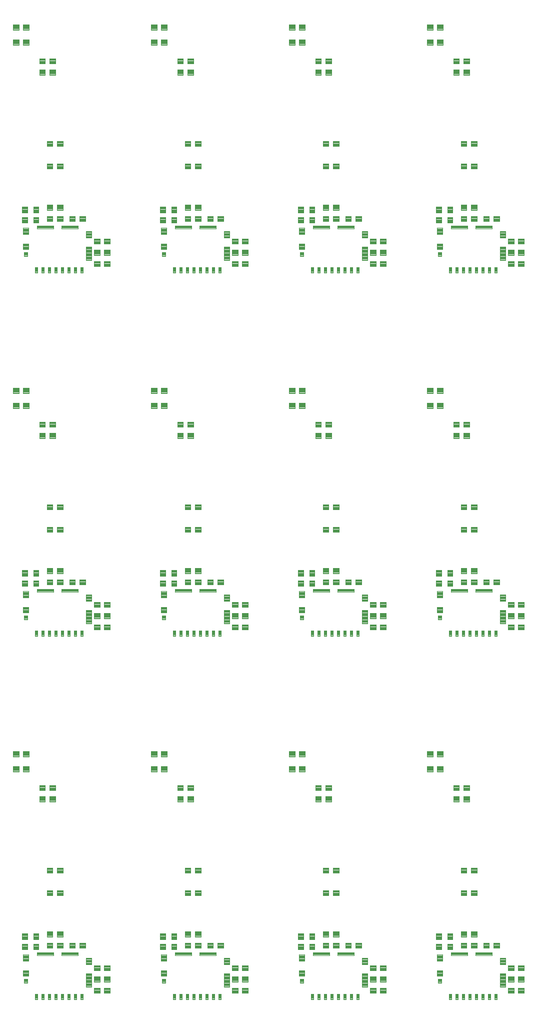
<source format=gbp>
G04 EAGLE Gerber RS-274X export*
G75*
%MOMM*%
%FSLAX34Y34*%
%LPD*%
%INSolderpaste Bottom*%
%IPPOS*%
%AMOC8*
5,1,8,0,0,1.08239X$1,22.5*%
G01*
%ADD10C,0.100000*%
%ADD11C,0.100800*%
%ADD12C,0.105000*%
%ADD13C,0.099000*%


D10*
X98100Y420950D02*
X88100Y420950D01*
X88100Y429950D01*
X98100Y429950D01*
X98100Y420950D01*
X98100Y421900D02*
X88100Y421900D01*
X88100Y422850D02*
X98100Y422850D01*
X98100Y423800D02*
X88100Y423800D01*
X88100Y424750D02*
X98100Y424750D01*
X98100Y425700D02*
X88100Y425700D01*
X88100Y426650D02*
X98100Y426650D01*
X98100Y427600D02*
X88100Y427600D01*
X88100Y428550D02*
X98100Y428550D01*
X98100Y429500D02*
X88100Y429500D01*
X105100Y420950D02*
X115100Y420950D01*
X105100Y420950D02*
X105100Y429950D01*
X115100Y429950D01*
X115100Y420950D01*
X115100Y421900D02*
X105100Y421900D01*
X105100Y422850D02*
X115100Y422850D01*
X115100Y423800D02*
X105100Y423800D01*
X105100Y424750D02*
X115100Y424750D01*
X115100Y425700D02*
X105100Y425700D01*
X105100Y426650D02*
X115100Y426650D01*
X115100Y427600D02*
X105100Y427600D01*
X105100Y428550D02*
X115100Y428550D01*
X115100Y429500D02*
X105100Y429500D01*
X180810Y116150D02*
X190810Y116150D01*
X180810Y116150D02*
X180810Y125150D01*
X190810Y125150D01*
X190810Y116150D01*
X190810Y117100D02*
X180810Y117100D01*
X180810Y118050D02*
X190810Y118050D01*
X190810Y119000D02*
X180810Y119000D01*
X180810Y119950D02*
X190810Y119950D01*
X190810Y120900D02*
X180810Y120900D01*
X180810Y121850D02*
X190810Y121850D01*
X190810Y122800D02*
X180810Y122800D01*
X180810Y123750D02*
X190810Y123750D01*
X190810Y124700D02*
X180810Y124700D01*
X197810Y116150D02*
X207810Y116150D01*
X197810Y116150D02*
X197810Y125150D01*
X207810Y125150D01*
X207810Y116150D01*
X207810Y117100D02*
X197810Y117100D01*
X197810Y118050D02*
X207810Y118050D01*
X207810Y119000D02*
X197810Y119000D01*
X197810Y119950D02*
X207810Y119950D01*
X207810Y120900D02*
X197810Y120900D01*
X197810Y121850D02*
X207810Y121850D01*
X207810Y122800D02*
X197810Y122800D01*
X197810Y123750D02*
X207810Y123750D01*
X207810Y124700D02*
X197810Y124700D01*
X190810Y97100D02*
X180810Y97100D01*
X180810Y106100D01*
X190810Y106100D01*
X190810Y97100D01*
X190810Y98050D02*
X180810Y98050D01*
X180810Y99000D02*
X190810Y99000D01*
X190810Y99950D02*
X180810Y99950D01*
X180810Y100900D02*
X190810Y100900D01*
X190810Y101850D02*
X180810Y101850D01*
X180810Y102800D02*
X190810Y102800D01*
X190810Y103750D02*
X180810Y103750D01*
X180810Y104700D02*
X190810Y104700D01*
X190810Y105650D02*
X180810Y105650D01*
X197810Y97100D02*
X207810Y97100D01*
X197810Y97100D02*
X197810Y106100D01*
X207810Y106100D01*
X207810Y97100D01*
X207810Y98050D02*
X197810Y98050D01*
X197810Y99000D02*
X207810Y99000D01*
X207810Y99950D02*
X197810Y99950D01*
X197810Y100900D02*
X207810Y100900D01*
X207810Y101850D02*
X197810Y101850D01*
X197810Y102800D02*
X207810Y102800D01*
X207810Y103750D02*
X197810Y103750D01*
X197810Y104700D02*
X207810Y104700D01*
X207810Y105650D02*
X197810Y105650D01*
X197810Y87050D02*
X207810Y87050D01*
X207810Y78050D01*
X197810Y78050D01*
X197810Y87050D01*
X197810Y79000D02*
X207810Y79000D01*
X207810Y79950D02*
X197810Y79950D01*
X197810Y80900D02*
X207810Y80900D01*
X207810Y81850D02*
X197810Y81850D01*
X197810Y82800D02*
X207810Y82800D01*
X207810Y83750D02*
X197810Y83750D01*
X197810Y84700D02*
X207810Y84700D01*
X207810Y85650D02*
X197810Y85650D01*
X197810Y86600D02*
X207810Y86600D01*
X190810Y87050D02*
X180810Y87050D01*
X190810Y87050D02*
X190810Y78050D01*
X180810Y78050D01*
X180810Y87050D01*
X180810Y79000D02*
X190810Y79000D01*
X190810Y79950D02*
X180810Y79950D01*
X180810Y80900D02*
X190810Y80900D01*
X190810Y81850D02*
X180810Y81850D01*
X180810Y82800D02*
X190810Y82800D01*
X190810Y83750D02*
X180810Y83750D01*
X180810Y84700D02*
X190810Y84700D01*
X190810Y85650D02*
X180810Y85650D01*
X180810Y86600D02*
X190810Y86600D01*
X110800Y281250D02*
X100800Y281250D01*
X100800Y290250D01*
X110800Y290250D01*
X110800Y281250D01*
X110800Y282200D02*
X100800Y282200D01*
X100800Y283150D02*
X110800Y283150D01*
X110800Y284100D02*
X100800Y284100D01*
X100800Y285050D02*
X110800Y285050D01*
X110800Y286000D02*
X100800Y286000D01*
X100800Y286950D02*
X110800Y286950D01*
X110800Y287900D02*
X100800Y287900D01*
X100800Y288850D02*
X110800Y288850D01*
X110800Y289800D02*
X100800Y289800D01*
X117800Y281250D02*
X127800Y281250D01*
X117800Y281250D02*
X117800Y290250D01*
X127800Y290250D01*
X127800Y281250D01*
X127800Y282200D02*
X117800Y282200D01*
X117800Y283150D02*
X127800Y283150D01*
X127800Y284100D02*
X117800Y284100D01*
X117800Y285050D02*
X127800Y285050D01*
X127800Y286000D02*
X117800Y286000D01*
X117800Y286950D02*
X127800Y286950D01*
X127800Y287900D02*
X117800Y287900D01*
X117800Y288850D02*
X127800Y288850D01*
X127800Y289800D02*
X117800Y289800D01*
X110800Y154250D02*
X100800Y154250D01*
X100800Y163250D01*
X110800Y163250D01*
X110800Y154250D01*
X110800Y155200D02*
X100800Y155200D01*
X100800Y156150D02*
X110800Y156150D01*
X110800Y157100D02*
X100800Y157100D01*
X100800Y158050D02*
X110800Y158050D01*
X110800Y159000D02*
X100800Y159000D01*
X100800Y159950D02*
X110800Y159950D01*
X110800Y160900D02*
X100800Y160900D01*
X100800Y161850D02*
X110800Y161850D01*
X110800Y162800D02*
X100800Y162800D01*
X117800Y154250D02*
X127800Y154250D01*
X117800Y154250D02*
X117800Y163250D01*
X127800Y163250D01*
X127800Y154250D01*
X127800Y155200D02*
X117800Y155200D01*
X117800Y156150D02*
X127800Y156150D01*
X127800Y157100D02*
X117800Y157100D01*
X117800Y158050D02*
X127800Y158050D01*
X127800Y159000D02*
X117800Y159000D01*
X117800Y159950D02*
X127800Y159950D01*
X127800Y160900D02*
X117800Y160900D01*
X117800Y161850D02*
X127800Y161850D01*
X127800Y162800D02*
X117800Y162800D01*
X110800Y243150D02*
X100800Y243150D01*
X100800Y252150D01*
X110800Y252150D01*
X110800Y243150D01*
X110800Y244100D02*
X100800Y244100D01*
X100800Y245050D02*
X110800Y245050D01*
X110800Y246000D02*
X100800Y246000D01*
X100800Y246950D02*
X110800Y246950D01*
X110800Y247900D02*
X100800Y247900D01*
X100800Y248850D02*
X110800Y248850D01*
X110800Y249800D02*
X100800Y249800D01*
X100800Y250750D02*
X110800Y250750D01*
X110800Y251700D02*
X100800Y251700D01*
X117800Y243150D02*
X127800Y243150D01*
X117800Y243150D02*
X117800Y252150D01*
X127800Y252150D01*
X127800Y243150D01*
X127800Y244100D02*
X117800Y244100D01*
X117800Y245050D02*
X127800Y245050D01*
X127800Y246000D02*
X117800Y246000D01*
X117800Y246950D02*
X127800Y246950D01*
X127800Y247900D02*
X117800Y247900D01*
X117800Y248850D02*
X127800Y248850D01*
X127800Y249800D02*
X117800Y249800D01*
X117800Y250750D02*
X127800Y250750D01*
X127800Y251700D02*
X117800Y251700D01*
X155900Y163250D02*
X165900Y163250D01*
X165900Y154250D01*
X155900Y154250D01*
X155900Y163250D01*
X155900Y155200D02*
X165900Y155200D01*
X165900Y156150D02*
X155900Y156150D01*
X155900Y157100D02*
X165900Y157100D01*
X165900Y158050D02*
X155900Y158050D01*
X155900Y159000D02*
X165900Y159000D01*
X165900Y159950D02*
X155900Y159950D01*
X155900Y160900D02*
X165900Y160900D01*
X165900Y161850D02*
X155900Y161850D01*
X155900Y162800D02*
X165900Y162800D01*
X148900Y163250D02*
X138900Y163250D01*
X148900Y163250D02*
X148900Y154250D01*
X138900Y154250D01*
X138900Y163250D01*
X138900Y155200D02*
X148900Y155200D01*
X148900Y156150D02*
X138900Y156150D01*
X138900Y157100D02*
X148900Y157100D01*
X148900Y158050D02*
X138900Y158050D01*
X138900Y159000D02*
X148900Y159000D01*
X148900Y159950D02*
X138900Y159950D01*
X138900Y160900D02*
X148900Y160900D01*
X148900Y161850D02*
X138900Y161850D01*
X138900Y162800D02*
X148900Y162800D01*
X110800Y173300D02*
X100800Y173300D01*
X100800Y182300D01*
X110800Y182300D01*
X110800Y173300D01*
X110800Y174250D02*
X100800Y174250D01*
X100800Y175200D02*
X110800Y175200D01*
X110800Y176150D02*
X100800Y176150D01*
X100800Y177100D02*
X110800Y177100D01*
X110800Y178050D02*
X100800Y178050D01*
X100800Y179000D02*
X110800Y179000D01*
X110800Y179950D02*
X100800Y179950D01*
X100800Y180900D02*
X110800Y180900D01*
X110800Y181850D02*
X100800Y181850D01*
X117800Y173300D02*
X127800Y173300D01*
X117800Y173300D02*
X117800Y182300D01*
X127800Y182300D01*
X127800Y173300D01*
X127800Y174250D02*
X117800Y174250D01*
X117800Y175200D02*
X127800Y175200D01*
X127800Y176150D02*
X117800Y176150D01*
X117800Y177100D02*
X127800Y177100D01*
X127800Y178050D02*
X117800Y178050D01*
X117800Y179000D02*
X127800Y179000D01*
X127800Y179950D02*
X117800Y179950D01*
X117800Y180900D02*
X127800Y180900D01*
X127800Y181850D02*
X117800Y181850D01*
X84864Y76490D02*
X84864Y67490D01*
X80864Y67490D01*
X80864Y76490D01*
X84864Y76490D01*
X84864Y68440D02*
X80864Y68440D01*
X80864Y69390D02*
X84864Y69390D01*
X84864Y70340D02*
X80864Y70340D01*
X80864Y71290D02*
X84864Y71290D01*
X84864Y72240D02*
X80864Y72240D01*
X80864Y73190D02*
X84864Y73190D01*
X84864Y74140D02*
X80864Y74140D01*
X80864Y75090D02*
X84864Y75090D01*
X84864Y76040D02*
X80864Y76040D01*
X95864Y76490D02*
X95864Y67490D01*
X91864Y67490D01*
X91864Y76490D01*
X95864Y76490D01*
X95864Y68440D02*
X91864Y68440D01*
X91864Y69390D02*
X95864Y69390D01*
X95864Y70340D02*
X91864Y70340D01*
X91864Y71290D02*
X95864Y71290D01*
X95864Y72240D02*
X91864Y72240D01*
X91864Y73190D02*
X95864Y73190D01*
X95864Y74140D02*
X91864Y74140D01*
X91864Y75090D02*
X95864Y75090D01*
X95864Y76040D02*
X91864Y76040D01*
X106864Y76490D02*
X106864Y67490D01*
X102864Y67490D01*
X102864Y76490D01*
X106864Y76490D01*
X106864Y68440D02*
X102864Y68440D01*
X102864Y69390D02*
X106864Y69390D01*
X106864Y70340D02*
X102864Y70340D01*
X102864Y71290D02*
X106864Y71290D01*
X106864Y72240D02*
X102864Y72240D01*
X102864Y73190D02*
X106864Y73190D01*
X106864Y74140D02*
X102864Y74140D01*
X102864Y75090D02*
X106864Y75090D01*
X106864Y76040D02*
X102864Y76040D01*
X117864Y76490D02*
X117864Y67490D01*
X113864Y67490D01*
X113864Y76490D01*
X117864Y76490D01*
X117864Y68440D02*
X113864Y68440D01*
X113864Y69390D02*
X117864Y69390D01*
X117864Y70340D02*
X113864Y70340D01*
X113864Y71290D02*
X117864Y71290D01*
X117864Y72240D02*
X113864Y72240D01*
X113864Y73190D02*
X117864Y73190D01*
X117864Y74140D02*
X113864Y74140D01*
X113864Y75090D02*
X117864Y75090D01*
X117864Y76040D02*
X113864Y76040D01*
X128864Y76490D02*
X128864Y67490D01*
X124864Y67490D01*
X124864Y76490D01*
X128864Y76490D01*
X128864Y68440D02*
X124864Y68440D01*
X124864Y69390D02*
X128864Y69390D01*
X128864Y70340D02*
X124864Y70340D01*
X124864Y71290D02*
X128864Y71290D01*
X128864Y72240D02*
X124864Y72240D01*
X124864Y73190D02*
X128864Y73190D01*
X128864Y74140D02*
X124864Y74140D01*
X124864Y75090D02*
X128864Y75090D01*
X128864Y76040D02*
X124864Y76040D01*
X139864Y76490D02*
X139864Y67490D01*
X135864Y67490D01*
X135864Y76490D01*
X139864Y76490D01*
X139864Y68440D02*
X135864Y68440D01*
X135864Y69390D02*
X139864Y69390D01*
X139864Y70340D02*
X135864Y70340D01*
X135864Y71290D02*
X139864Y71290D01*
X139864Y72240D02*
X135864Y72240D01*
X135864Y73190D02*
X139864Y73190D01*
X139864Y74140D02*
X135864Y74140D01*
X135864Y75090D02*
X139864Y75090D01*
X139864Y76040D02*
X135864Y76040D01*
X150864Y76490D02*
X150864Y67490D01*
X146864Y67490D01*
X146864Y76490D01*
X150864Y76490D01*
X150864Y68440D02*
X146864Y68440D01*
X146864Y69390D02*
X150864Y69390D01*
X150864Y70340D02*
X146864Y70340D01*
X146864Y71290D02*
X150864Y71290D01*
X150864Y72240D02*
X146864Y72240D01*
X146864Y73190D02*
X150864Y73190D01*
X150864Y74140D02*
X146864Y74140D01*
X146864Y75090D02*
X150864Y75090D01*
X150864Y76040D02*
X146864Y76040D01*
X161864Y76490D02*
X161864Y67490D01*
X157864Y67490D01*
X157864Y76490D01*
X161864Y76490D01*
X161864Y68440D02*
X157864Y68440D01*
X157864Y69390D02*
X161864Y69390D01*
X161864Y70340D02*
X157864Y70340D01*
X157864Y71290D02*
X161864Y71290D01*
X161864Y72240D02*
X157864Y72240D01*
X157864Y73190D02*
X161864Y73190D01*
X161864Y74140D02*
X157864Y74140D01*
X157864Y75090D02*
X161864Y75090D01*
X161864Y76040D02*
X157864Y76040D01*
D11*
X67960Y95394D02*
X61768Y95394D01*
X61768Y102186D01*
X67960Y102186D01*
X67960Y95394D01*
X67960Y96352D02*
X61768Y96352D01*
X61768Y97310D02*
X67960Y97310D01*
X67960Y98268D02*
X61768Y98268D01*
X61768Y99226D02*
X67960Y99226D01*
X67960Y100184D02*
X61768Y100184D01*
X61768Y101142D02*
X67960Y101142D01*
X67960Y102100D02*
X61768Y102100D01*
D12*
X69589Y106615D02*
X69589Y116365D01*
X69589Y106615D02*
X60139Y106615D01*
X60139Y116365D01*
X69589Y116365D01*
X69589Y107612D02*
X60139Y107612D01*
X60139Y108609D02*
X69589Y108609D01*
X69589Y109606D02*
X60139Y109606D01*
X60139Y110603D02*
X69589Y110603D01*
X69589Y111600D02*
X60139Y111600D01*
X60139Y112597D02*
X69589Y112597D01*
X69589Y113594D02*
X60139Y113594D01*
X60139Y114591D02*
X69589Y114591D01*
X69589Y115588D02*
X60139Y115588D01*
X69589Y132115D02*
X69589Y143065D01*
X69589Y132115D02*
X60139Y132115D01*
X60139Y143065D01*
X69589Y143065D01*
X69589Y133112D02*
X60139Y133112D01*
X60139Y134109D02*
X69589Y134109D01*
X69589Y135106D02*
X60139Y135106D01*
X60139Y136103D02*
X69589Y136103D01*
X69589Y137100D02*
X60139Y137100D01*
X60139Y138097D02*
X69589Y138097D01*
X69589Y139094D02*
X60139Y139094D01*
X60139Y140091D02*
X69589Y140091D01*
X69589Y141088D02*
X60139Y141088D01*
X60139Y142085D02*
X69589Y142085D01*
X176339Y137365D02*
X176339Y126415D01*
X166889Y126415D01*
X166889Y137365D01*
X176339Y137365D01*
X176339Y127412D02*
X166889Y127412D01*
X166889Y128409D02*
X176339Y128409D01*
X176339Y129406D02*
X166889Y129406D01*
X166889Y130403D02*
X176339Y130403D01*
X176339Y131400D02*
X166889Y131400D01*
X166889Y132397D02*
X176339Y132397D01*
X176339Y133394D02*
X166889Y133394D01*
X166889Y134391D02*
X176339Y134391D01*
X176339Y135388D02*
X166889Y135388D01*
X166889Y136385D02*
X176339Y136385D01*
X176339Y111465D02*
X176339Y88615D01*
X166889Y88615D01*
X166889Y111465D01*
X176339Y111465D01*
X176339Y89612D02*
X166889Y89612D01*
X166889Y90609D02*
X176339Y90609D01*
X176339Y91606D02*
X166889Y91606D01*
X166889Y92603D02*
X176339Y92603D01*
X176339Y93600D02*
X166889Y93600D01*
X166889Y94597D02*
X176339Y94597D01*
X176339Y95594D02*
X166889Y95594D01*
X166889Y96591D02*
X176339Y96591D01*
X176339Y97588D02*
X166889Y97588D01*
X166889Y98585D02*
X176339Y98585D01*
X176339Y99582D02*
X166889Y99582D01*
X166889Y100579D02*
X176339Y100579D01*
X176339Y101576D02*
X166889Y101576D01*
X166889Y102573D02*
X176339Y102573D01*
X176339Y103570D02*
X166889Y103570D01*
X166889Y104567D02*
X176339Y104567D01*
X176339Y105564D02*
X166889Y105564D01*
X166889Y106561D02*
X176339Y106561D01*
X176339Y107558D02*
X166889Y107558D01*
X166889Y108555D02*
X176339Y108555D01*
X176339Y109552D02*
X166889Y109552D01*
X166889Y110549D02*
X176339Y110549D01*
D13*
X153869Y146595D02*
X125759Y146595D01*
X153869Y146595D02*
X153869Y142085D01*
X125759Y142085D01*
X125759Y146595D01*
X125759Y143025D02*
X153869Y143025D01*
X153869Y143965D02*
X125759Y143965D01*
X125759Y144905D02*
X153869Y144905D01*
X153869Y145845D02*
X125759Y145845D01*
X111969Y146595D02*
X83859Y146595D01*
X111969Y146595D02*
X111969Y142085D01*
X83859Y142085D01*
X83859Y146595D01*
X83859Y143025D02*
X111969Y143025D01*
X111969Y143965D02*
X83859Y143965D01*
X83859Y144905D02*
X111969Y144905D01*
X111969Y145845D02*
X83859Y145845D01*
D10*
X53650Y478100D02*
X43650Y478100D01*
X43650Y487100D01*
X53650Y487100D01*
X53650Y478100D01*
X53650Y479050D02*
X43650Y479050D01*
X43650Y480000D02*
X53650Y480000D01*
X53650Y480950D02*
X43650Y480950D01*
X43650Y481900D02*
X53650Y481900D01*
X53650Y482850D02*
X43650Y482850D01*
X43650Y483800D02*
X53650Y483800D01*
X53650Y484750D02*
X43650Y484750D01*
X43650Y485700D02*
X53650Y485700D01*
X53650Y486650D02*
X43650Y486650D01*
X60650Y478100D02*
X70650Y478100D01*
X60650Y478100D02*
X60650Y487100D01*
X70650Y487100D01*
X70650Y478100D01*
X70650Y479050D02*
X60650Y479050D01*
X60650Y480000D02*
X70650Y480000D01*
X70650Y480950D02*
X60650Y480950D01*
X60650Y481900D02*
X70650Y481900D01*
X70650Y482850D02*
X60650Y482850D01*
X60650Y483800D02*
X70650Y483800D01*
X70650Y484750D02*
X60650Y484750D01*
X60650Y485700D02*
X70650Y485700D01*
X70650Y486650D02*
X60650Y486650D01*
X60650Y461700D02*
X70650Y461700D01*
X70650Y452700D01*
X60650Y452700D01*
X60650Y461700D01*
X60650Y453650D02*
X70650Y453650D01*
X70650Y454600D02*
X60650Y454600D01*
X60650Y455550D02*
X70650Y455550D01*
X70650Y456500D02*
X60650Y456500D01*
X60650Y457450D02*
X70650Y457450D01*
X70650Y458400D02*
X60650Y458400D01*
X60650Y459350D02*
X70650Y459350D01*
X70650Y460300D02*
X60650Y460300D01*
X60650Y461250D02*
X70650Y461250D01*
X53650Y461700D02*
X43650Y461700D01*
X53650Y461700D02*
X53650Y452700D01*
X43650Y452700D01*
X43650Y461700D01*
X43650Y453650D02*
X53650Y453650D01*
X53650Y454600D02*
X43650Y454600D01*
X43650Y455550D02*
X53650Y455550D01*
X53650Y456500D02*
X43650Y456500D01*
X43650Y457450D02*
X53650Y457450D01*
X53650Y458400D02*
X43650Y458400D01*
X43650Y459350D02*
X53650Y459350D01*
X53650Y460300D02*
X43650Y460300D01*
X43650Y461250D02*
X53650Y461250D01*
X59000Y178600D02*
X59000Y168600D01*
X59000Y178600D02*
X68000Y178600D01*
X68000Y168600D01*
X59000Y168600D01*
X59000Y169550D02*
X68000Y169550D01*
X68000Y170500D02*
X59000Y170500D01*
X59000Y171450D02*
X68000Y171450D01*
X68000Y172400D02*
X59000Y172400D01*
X59000Y173350D02*
X68000Y173350D01*
X68000Y174300D02*
X59000Y174300D01*
X59000Y175250D02*
X68000Y175250D01*
X68000Y176200D02*
X59000Y176200D01*
X59000Y177150D02*
X68000Y177150D01*
X68000Y178100D02*
X59000Y178100D01*
X59000Y161600D02*
X59000Y151600D01*
X59000Y161600D02*
X68000Y161600D01*
X68000Y151600D01*
X59000Y151600D01*
X59000Y152550D02*
X68000Y152550D01*
X68000Y153500D02*
X59000Y153500D01*
X59000Y154450D02*
X68000Y154450D01*
X68000Y155400D02*
X59000Y155400D01*
X59000Y156350D02*
X68000Y156350D01*
X68000Y157300D02*
X59000Y157300D01*
X59000Y158250D02*
X68000Y158250D01*
X68000Y159200D02*
X59000Y159200D01*
X59000Y160150D02*
X68000Y160150D01*
X68000Y161100D02*
X59000Y161100D01*
X78050Y168600D02*
X78050Y178600D01*
X87050Y178600D01*
X87050Y168600D01*
X78050Y168600D01*
X78050Y169550D02*
X87050Y169550D01*
X87050Y170500D02*
X78050Y170500D01*
X78050Y171450D02*
X87050Y171450D01*
X87050Y172400D02*
X78050Y172400D01*
X78050Y173350D02*
X87050Y173350D01*
X87050Y174300D02*
X78050Y174300D01*
X78050Y175250D02*
X87050Y175250D01*
X87050Y176200D02*
X78050Y176200D01*
X78050Y177150D02*
X87050Y177150D01*
X87050Y178100D02*
X78050Y178100D01*
X78050Y161600D02*
X78050Y151600D01*
X78050Y161600D02*
X87050Y161600D01*
X87050Y151600D01*
X78050Y151600D01*
X78050Y152550D02*
X87050Y152550D01*
X87050Y153500D02*
X78050Y153500D01*
X78050Y154450D02*
X87050Y154450D01*
X87050Y155400D02*
X78050Y155400D01*
X78050Y156350D02*
X87050Y156350D01*
X87050Y157300D02*
X78050Y157300D01*
X78050Y158250D02*
X87050Y158250D01*
X87050Y159200D02*
X78050Y159200D01*
X78050Y160150D02*
X87050Y160150D01*
X87050Y161100D02*
X78050Y161100D01*
X88100Y401900D02*
X98100Y401900D01*
X88100Y401900D02*
X88100Y410900D01*
X98100Y410900D01*
X98100Y401900D01*
X98100Y402850D02*
X88100Y402850D01*
X88100Y403800D02*
X98100Y403800D01*
X98100Y404750D02*
X88100Y404750D01*
X88100Y405700D02*
X98100Y405700D01*
X98100Y406650D02*
X88100Y406650D01*
X88100Y407600D02*
X98100Y407600D01*
X98100Y408550D02*
X88100Y408550D01*
X88100Y409500D02*
X98100Y409500D01*
X98100Y410450D02*
X88100Y410450D01*
X105100Y401900D02*
X115100Y401900D01*
X105100Y401900D02*
X105100Y410900D01*
X115100Y410900D01*
X115100Y401900D01*
X115100Y402850D02*
X105100Y402850D01*
X105100Y403800D02*
X115100Y403800D01*
X115100Y404750D02*
X105100Y404750D01*
X105100Y405700D02*
X115100Y405700D01*
X115100Y406650D02*
X105100Y406650D01*
X105100Y407600D02*
X115100Y407600D01*
X115100Y408550D02*
X105100Y408550D01*
X105100Y409500D02*
X115100Y409500D01*
X115100Y410450D02*
X105100Y410450D01*
X321780Y420950D02*
X331780Y420950D01*
X321780Y420950D02*
X321780Y429950D01*
X331780Y429950D01*
X331780Y420950D01*
X331780Y421900D02*
X321780Y421900D01*
X321780Y422850D02*
X331780Y422850D01*
X331780Y423800D02*
X321780Y423800D01*
X321780Y424750D02*
X331780Y424750D01*
X331780Y425700D02*
X321780Y425700D01*
X321780Y426650D02*
X331780Y426650D01*
X331780Y427600D02*
X321780Y427600D01*
X321780Y428550D02*
X331780Y428550D01*
X331780Y429500D02*
X321780Y429500D01*
X338780Y420950D02*
X348780Y420950D01*
X338780Y420950D02*
X338780Y429950D01*
X348780Y429950D01*
X348780Y420950D01*
X348780Y421900D02*
X338780Y421900D01*
X338780Y422850D02*
X348780Y422850D01*
X348780Y423800D02*
X338780Y423800D01*
X338780Y424750D02*
X348780Y424750D01*
X348780Y425700D02*
X338780Y425700D01*
X338780Y426650D02*
X348780Y426650D01*
X348780Y427600D02*
X338780Y427600D01*
X338780Y428550D02*
X348780Y428550D01*
X348780Y429500D02*
X338780Y429500D01*
X414490Y116150D02*
X424490Y116150D01*
X414490Y116150D02*
X414490Y125150D01*
X424490Y125150D01*
X424490Y116150D01*
X424490Y117100D02*
X414490Y117100D01*
X414490Y118050D02*
X424490Y118050D01*
X424490Y119000D02*
X414490Y119000D01*
X414490Y119950D02*
X424490Y119950D01*
X424490Y120900D02*
X414490Y120900D01*
X414490Y121850D02*
X424490Y121850D01*
X424490Y122800D02*
X414490Y122800D01*
X414490Y123750D02*
X424490Y123750D01*
X424490Y124700D02*
X414490Y124700D01*
X431490Y116150D02*
X441490Y116150D01*
X431490Y116150D02*
X431490Y125150D01*
X441490Y125150D01*
X441490Y116150D01*
X441490Y117100D02*
X431490Y117100D01*
X431490Y118050D02*
X441490Y118050D01*
X441490Y119000D02*
X431490Y119000D01*
X431490Y119950D02*
X441490Y119950D01*
X441490Y120900D02*
X431490Y120900D01*
X431490Y121850D02*
X441490Y121850D01*
X441490Y122800D02*
X431490Y122800D01*
X431490Y123750D02*
X441490Y123750D01*
X441490Y124700D02*
X431490Y124700D01*
X424490Y97100D02*
X414490Y97100D01*
X414490Y106100D01*
X424490Y106100D01*
X424490Y97100D01*
X424490Y98050D02*
X414490Y98050D01*
X414490Y99000D02*
X424490Y99000D01*
X424490Y99950D02*
X414490Y99950D01*
X414490Y100900D02*
X424490Y100900D01*
X424490Y101850D02*
X414490Y101850D01*
X414490Y102800D02*
X424490Y102800D01*
X424490Y103750D02*
X414490Y103750D01*
X414490Y104700D02*
X424490Y104700D01*
X424490Y105650D02*
X414490Y105650D01*
X431490Y97100D02*
X441490Y97100D01*
X431490Y97100D02*
X431490Y106100D01*
X441490Y106100D01*
X441490Y97100D01*
X441490Y98050D02*
X431490Y98050D01*
X431490Y99000D02*
X441490Y99000D01*
X441490Y99950D02*
X431490Y99950D01*
X431490Y100900D02*
X441490Y100900D01*
X441490Y101850D02*
X431490Y101850D01*
X431490Y102800D02*
X441490Y102800D01*
X441490Y103750D02*
X431490Y103750D01*
X431490Y104700D02*
X441490Y104700D01*
X441490Y105650D02*
X431490Y105650D01*
X431490Y87050D02*
X441490Y87050D01*
X441490Y78050D01*
X431490Y78050D01*
X431490Y87050D01*
X431490Y79000D02*
X441490Y79000D01*
X441490Y79950D02*
X431490Y79950D01*
X431490Y80900D02*
X441490Y80900D01*
X441490Y81850D02*
X431490Y81850D01*
X431490Y82800D02*
X441490Y82800D01*
X441490Y83750D02*
X431490Y83750D01*
X431490Y84700D02*
X441490Y84700D01*
X441490Y85650D02*
X431490Y85650D01*
X431490Y86600D02*
X441490Y86600D01*
X424490Y87050D02*
X414490Y87050D01*
X424490Y87050D02*
X424490Y78050D01*
X414490Y78050D01*
X414490Y87050D01*
X414490Y79000D02*
X424490Y79000D01*
X424490Y79950D02*
X414490Y79950D01*
X414490Y80900D02*
X424490Y80900D01*
X424490Y81850D02*
X414490Y81850D01*
X414490Y82800D02*
X424490Y82800D01*
X424490Y83750D02*
X414490Y83750D01*
X414490Y84700D02*
X424490Y84700D01*
X424490Y85650D02*
X414490Y85650D01*
X414490Y86600D02*
X424490Y86600D01*
X344480Y281250D02*
X334480Y281250D01*
X334480Y290250D01*
X344480Y290250D01*
X344480Y281250D01*
X344480Y282200D02*
X334480Y282200D01*
X334480Y283150D02*
X344480Y283150D01*
X344480Y284100D02*
X334480Y284100D01*
X334480Y285050D02*
X344480Y285050D01*
X344480Y286000D02*
X334480Y286000D01*
X334480Y286950D02*
X344480Y286950D01*
X344480Y287900D02*
X334480Y287900D01*
X334480Y288850D02*
X344480Y288850D01*
X344480Y289800D02*
X334480Y289800D01*
X351480Y281250D02*
X361480Y281250D01*
X351480Y281250D02*
X351480Y290250D01*
X361480Y290250D01*
X361480Y281250D01*
X361480Y282200D02*
X351480Y282200D01*
X351480Y283150D02*
X361480Y283150D01*
X361480Y284100D02*
X351480Y284100D01*
X351480Y285050D02*
X361480Y285050D01*
X361480Y286000D02*
X351480Y286000D01*
X351480Y286950D02*
X361480Y286950D01*
X361480Y287900D02*
X351480Y287900D01*
X351480Y288850D02*
X361480Y288850D01*
X361480Y289800D02*
X351480Y289800D01*
X344480Y154250D02*
X334480Y154250D01*
X334480Y163250D01*
X344480Y163250D01*
X344480Y154250D01*
X344480Y155200D02*
X334480Y155200D01*
X334480Y156150D02*
X344480Y156150D01*
X344480Y157100D02*
X334480Y157100D01*
X334480Y158050D02*
X344480Y158050D01*
X344480Y159000D02*
X334480Y159000D01*
X334480Y159950D02*
X344480Y159950D01*
X344480Y160900D02*
X334480Y160900D01*
X334480Y161850D02*
X344480Y161850D01*
X344480Y162800D02*
X334480Y162800D01*
X351480Y154250D02*
X361480Y154250D01*
X351480Y154250D02*
X351480Y163250D01*
X361480Y163250D01*
X361480Y154250D01*
X361480Y155200D02*
X351480Y155200D01*
X351480Y156150D02*
X361480Y156150D01*
X361480Y157100D02*
X351480Y157100D01*
X351480Y158050D02*
X361480Y158050D01*
X361480Y159000D02*
X351480Y159000D01*
X351480Y159950D02*
X361480Y159950D01*
X361480Y160900D02*
X351480Y160900D01*
X351480Y161850D02*
X361480Y161850D01*
X361480Y162800D02*
X351480Y162800D01*
X344480Y243150D02*
X334480Y243150D01*
X334480Y252150D01*
X344480Y252150D01*
X344480Y243150D01*
X344480Y244100D02*
X334480Y244100D01*
X334480Y245050D02*
X344480Y245050D01*
X344480Y246000D02*
X334480Y246000D01*
X334480Y246950D02*
X344480Y246950D01*
X344480Y247900D02*
X334480Y247900D01*
X334480Y248850D02*
X344480Y248850D01*
X344480Y249800D02*
X334480Y249800D01*
X334480Y250750D02*
X344480Y250750D01*
X344480Y251700D02*
X334480Y251700D01*
X351480Y243150D02*
X361480Y243150D01*
X351480Y243150D02*
X351480Y252150D01*
X361480Y252150D01*
X361480Y243150D01*
X361480Y244100D02*
X351480Y244100D01*
X351480Y245050D02*
X361480Y245050D01*
X361480Y246000D02*
X351480Y246000D01*
X351480Y246950D02*
X361480Y246950D01*
X361480Y247900D02*
X351480Y247900D01*
X351480Y248850D02*
X361480Y248850D01*
X361480Y249800D02*
X351480Y249800D01*
X351480Y250750D02*
X361480Y250750D01*
X361480Y251700D02*
X351480Y251700D01*
X389580Y163250D02*
X399580Y163250D01*
X399580Y154250D01*
X389580Y154250D01*
X389580Y163250D01*
X389580Y155200D02*
X399580Y155200D01*
X399580Y156150D02*
X389580Y156150D01*
X389580Y157100D02*
X399580Y157100D01*
X399580Y158050D02*
X389580Y158050D01*
X389580Y159000D02*
X399580Y159000D01*
X399580Y159950D02*
X389580Y159950D01*
X389580Y160900D02*
X399580Y160900D01*
X399580Y161850D02*
X389580Y161850D01*
X389580Y162800D02*
X399580Y162800D01*
X382580Y163250D02*
X372580Y163250D01*
X382580Y163250D02*
X382580Y154250D01*
X372580Y154250D01*
X372580Y163250D01*
X372580Y155200D02*
X382580Y155200D01*
X382580Y156150D02*
X372580Y156150D01*
X372580Y157100D02*
X382580Y157100D01*
X382580Y158050D02*
X372580Y158050D01*
X372580Y159000D02*
X382580Y159000D01*
X382580Y159950D02*
X372580Y159950D01*
X372580Y160900D02*
X382580Y160900D01*
X382580Y161850D02*
X372580Y161850D01*
X372580Y162800D02*
X382580Y162800D01*
X344480Y173300D02*
X334480Y173300D01*
X334480Y182300D01*
X344480Y182300D01*
X344480Y173300D01*
X344480Y174250D02*
X334480Y174250D01*
X334480Y175200D02*
X344480Y175200D01*
X344480Y176150D02*
X334480Y176150D01*
X334480Y177100D02*
X344480Y177100D01*
X344480Y178050D02*
X334480Y178050D01*
X334480Y179000D02*
X344480Y179000D01*
X344480Y179950D02*
X334480Y179950D01*
X334480Y180900D02*
X344480Y180900D01*
X344480Y181850D02*
X334480Y181850D01*
X351480Y173300D02*
X361480Y173300D01*
X351480Y173300D02*
X351480Y182300D01*
X361480Y182300D01*
X361480Y173300D01*
X361480Y174250D02*
X351480Y174250D01*
X351480Y175200D02*
X361480Y175200D01*
X361480Y176150D02*
X351480Y176150D01*
X351480Y177100D02*
X361480Y177100D01*
X361480Y178050D02*
X351480Y178050D01*
X351480Y179000D02*
X361480Y179000D01*
X361480Y179950D02*
X351480Y179950D01*
X351480Y180900D02*
X361480Y180900D01*
X361480Y181850D02*
X351480Y181850D01*
X318544Y76490D02*
X318544Y67490D01*
X314544Y67490D01*
X314544Y76490D01*
X318544Y76490D01*
X318544Y68440D02*
X314544Y68440D01*
X314544Y69390D02*
X318544Y69390D01*
X318544Y70340D02*
X314544Y70340D01*
X314544Y71290D02*
X318544Y71290D01*
X318544Y72240D02*
X314544Y72240D01*
X314544Y73190D02*
X318544Y73190D01*
X318544Y74140D02*
X314544Y74140D01*
X314544Y75090D02*
X318544Y75090D01*
X318544Y76040D02*
X314544Y76040D01*
X329544Y76490D02*
X329544Y67490D01*
X325544Y67490D01*
X325544Y76490D01*
X329544Y76490D01*
X329544Y68440D02*
X325544Y68440D01*
X325544Y69390D02*
X329544Y69390D01*
X329544Y70340D02*
X325544Y70340D01*
X325544Y71290D02*
X329544Y71290D01*
X329544Y72240D02*
X325544Y72240D01*
X325544Y73190D02*
X329544Y73190D01*
X329544Y74140D02*
X325544Y74140D01*
X325544Y75090D02*
X329544Y75090D01*
X329544Y76040D02*
X325544Y76040D01*
X340544Y76490D02*
X340544Y67490D01*
X336544Y67490D01*
X336544Y76490D01*
X340544Y76490D01*
X340544Y68440D02*
X336544Y68440D01*
X336544Y69390D02*
X340544Y69390D01*
X340544Y70340D02*
X336544Y70340D01*
X336544Y71290D02*
X340544Y71290D01*
X340544Y72240D02*
X336544Y72240D01*
X336544Y73190D02*
X340544Y73190D01*
X340544Y74140D02*
X336544Y74140D01*
X336544Y75090D02*
X340544Y75090D01*
X340544Y76040D02*
X336544Y76040D01*
X351544Y76490D02*
X351544Y67490D01*
X347544Y67490D01*
X347544Y76490D01*
X351544Y76490D01*
X351544Y68440D02*
X347544Y68440D01*
X347544Y69390D02*
X351544Y69390D01*
X351544Y70340D02*
X347544Y70340D01*
X347544Y71290D02*
X351544Y71290D01*
X351544Y72240D02*
X347544Y72240D01*
X347544Y73190D02*
X351544Y73190D01*
X351544Y74140D02*
X347544Y74140D01*
X347544Y75090D02*
X351544Y75090D01*
X351544Y76040D02*
X347544Y76040D01*
X362544Y76490D02*
X362544Y67490D01*
X358544Y67490D01*
X358544Y76490D01*
X362544Y76490D01*
X362544Y68440D02*
X358544Y68440D01*
X358544Y69390D02*
X362544Y69390D01*
X362544Y70340D02*
X358544Y70340D01*
X358544Y71290D02*
X362544Y71290D01*
X362544Y72240D02*
X358544Y72240D01*
X358544Y73190D02*
X362544Y73190D01*
X362544Y74140D02*
X358544Y74140D01*
X358544Y75090D02*
X362544Y75090D01*
X362544Y76040D02*
X358544Y76040D01*
X373544Y76490D02*
X373544Y67490D01*
X369544Y67490D01*
X369544Y76490D01*
X373544Y76490D01*
X373544Y68440D02*
X369544Y68440D01*
X369544Y69390D02*
X373544Y69390D01*
X373544Y70340D02*
X369544Y70340D01*
X369544Y71290D02*
X373544Y71290D01*
X373544Y72240D02*
X369544Y72240D01*
X369544Y73190D02*
X373544Y73190D01*
X373544Y74140D02*
X369544Y74140D01*
X369544Y75090D02*
X373544Y75090D01*
X373544Y76040D02*
X369544Y76040D01*
X384544Y76490D02*
X384544Y67490D01*
X380544Y67490D01*
X380544Y76490D01*
X384544Y76490D01*
X384544Y68440D02*
X380544Y68440D01*
X380544Y69390D02*
X384544Y69390D01*
X384544Y70340D02*
X380544Y70340D01*
X380544Y71290D02*
X384544Y71290D01*
X384544Y72240D02*
X380544Y72240D01*
X380544Y73190D02*
X384544Y73190D01*
X384544Y74140D02*
X380544Y74140D01*
X380544Y75090D02*
X384544Y75090D01*
X384544Y76040D02*
X380544Y76040D01*
X395544Y76490D02*
X395544Y67490D01*
X391544Y67490D01*
X391544Y76490D01*
X395544Y76490D01*
X395544Y68440D02*
X391544Y68440D01*
X391544Y69390D02*
X395544Y69390D01*
X395544Y70340D02*
X391544Y70340D01*
X391544Y71290D02*
X395544Y71290D01*
X395544Y72240D02*
X391544Y72240D01*
X391544Y73190D02*
X395544Y73190D01*
X395544Y74140D02*
X391544Y74140D01*
X391544Y75090D02*
X395544Y75090D01*
X395544Y76040D02*
X391544Y76040D01*
D11*
X301640Y95394D02*
X295448Y95394D01*
X295448Y102186D01*
X301640Y102186D01*
X301640Y95394D01*
X301640Y96352D02*
X295448Y96352D01*
X295448Y97310D02*
X301640Y97310D01*
X301640Y98268D02*
X295448Y98268D01*
X295448Y99226D02*
X301640Y99226D01*
X301640Y100184D02*
X295448Y100184D01*
X295448Y101142D02*
X301640Y101142D01*
X301640Y102100D02*
X295448Y102100D01*
D12*
X303269Y106615D02*
X303269Y116365D01*
X303269Y106615D02*
X293819Y106615D01*
X293819Y116365D01*
X303269Y116365D01*
X303269Y107612D02*
X293819Y107612D01*
X293819Y108609D02*
X303269Y108609D01*
X303269Y109606D02*
X293819Y109606D01*
X293819Y110603D02*
X303269Y110603D01*
X303269Y111600D02*
X293819Y111600D01*
X293819Y112597D02*
X303269Y112597D01*
X303269Y113594D02*
X293819Y113594D01*
X293819Y114591D02*
X303269Y114591D01*
X303269Y115588D02*
X293819Y115588D01*
X303269Y132115D02*
X303269Y143065D01*
X303269Y132115D02*
X293819Y132115D01*
X293819Y143065D01*
X303269Y143065D01*
X303269Y133112D02*
X293819Y133112D01*
X293819Y134109D02*
X303269Y134109D01*
X303269Y135106D02*
X293819Y135106D01*
X293819Y136103D02*
X303269Y136103D01*
X303269Y137100D02*
X293819Y137100D01*
X293819Y138097D02*
X303269Y138097D01*
X303269Y139094D02*
X293819Y139094D01*
X293819Y140091D02*
X303269Y140091D01*
X303269Y141088D02*
X293819Y141088D01*
X293819Y142085D02*
X303269Y142085D01*
X410019Y137365D02*
X410019Y126415D01*
X400569Y126415D01*
X400569Y137365D01*
X410019Y137365D01*
X410019Y127412D02*
X400569Y127412D01*
X400569Y128409D02*
X410019Y128409D01*
X410019Y129406D02*
X400569Y129406D01*
X400569Y130403D02*
X410019Y130403D01*
X410019Y131400D02*
X400569Y131400D01*
X400569Y132397D02*
X410019Y132397D01*
X410019Y133394D02*
X400569Y133394D01*
X400569Y134391D02*
X410019Y134391D01*
X410019Y135388D02*
X400569Y135388D01*
X400569Y136385D02*
X410019Y136385D01*
X410019Y111465D02*
X410019Y88615D01*
X400569Y88615D01*
X400569Y111465D01*
X410019Y111465D01*
X410019Y89612D02*
X400569Y89612D01*
X400569Y90609D02*
X410019Y90609D01*
X410019Y91606D02*
X400569Y91606D01*
X400569Y92603D02*
X410019Y92603D01*
X410019Y93600D02*
X400569Y93600D01*
X400569Y94597D02*
X410019Y94597D01*
X410019Y95594D02*
X400569Y95594D01*
X400569Y96591D02*
X410019Y96591D01*
X410019Y97588D02*
X400569Y97588D01*
X400569Y98585D02*
X410019Y98585D01*
X410019Y99582D02*
X400569Y99582D01*
X400569Y100579D02*
X410019Y100579D01*
X410019Y101576D02*
X400569Y101576D01*
X400569Y102573D02*
X410019Y102573D01*
X410019Y103570D02*
X400569Y103570D01*
X400569Y104567D02*
X410019Y104567D01*
X410019Y105564D02*
X400569Y105564D01*
X400569Y106561D02*
X410019Y106561D01*
X410019Y107558D02*
X400569Y107558D01*
X400569Y108555D02*
X410019Y108555D01*
X410019Y109552D02*
X400569Y109552D01*
X400569Y110549D02*
X410019Y110549D01*
D13*
X387549Y146595D02*
X359439Y146595D01*
X387549Y146595D02*
X387549Y142085D01*
X359439Y142085D01*
X359439Y146595D01*
X359439Y143025D02*
X387549Y143025D01*
X387549Y143965D02*
X359439Y143965D01*
X359439Y144905D02*
X387549Y144905D01*
X387549Y145845D02*
X359439Y145845D01*
X345649Y146595D02*
X317539Y146595D01*
X345649Y146595D02*
X345649Y142085D01*
X317539Y142085D01*
X317539Y146595D01*
X317539Y143025D02*
X345649Y143025D01*
X345649Y143965D02*
X317539Y143965D01*
X317539Y144905D02*
X345649Y144905D01*
X345649Y145845D02*
X317539Y145845D01*
D10*
X287330Y478100D02*
X277330Y478100D01*
X277330Y487100D01*
X287330Y487100D01*
X287330Y478100D01*
X287330Y479050D02*
X277330Y479050D01*
X277330Y480000D02*
X287330Y480000D01*
X287330Y480950D02*
X277330Y480950D01*
X277330Y481900D02*
X287330Y481900D01*
X287330Y482850D02*
X277330Y482850D01*
X277330Y483800D02*
X287330Y483800D01*
X287330Y484750D02*
X277330Y484750D01*
X277330Y485700D02*
X287330Y485700D01*
X287330Y486650D02*
X277330Y486650D01*
X294330Y478100D02*
X304330Y478100D01*
X294330Y478100D02*
X294330Y487100D01*
X304330Y487100D01*
X304330Y478100D01*
X304330Y479050D02*
X294330Y479050D01*
X294330Y480000D02*
X304330Y480000D01*
X304330Y480950D02*
X294330Y480950D01*
X294330Y481900D02*
X304330Y481900D01*
X304330Y482850D02*
X294330Y482850D01*
X294330Y483800D02*
X304330Y483800D01*
X304330Y484750D02*
X294330Y484750D01*
X294330Y485700D02*
X304330Y485700D01*
X304330Y486650D02*
X294330Y486650D01*
X294330Y461700D02*
X304330Y461700D01*
X304330Y452700D01*
X294330Y452700D01*
X294330Y461700D01*
X294330Y453650D02*
X304330Y453650D01*
X304330Y454600D02*
X294330Y454600D01*
X294330Y455550D02*
X304330Y455550D01*
X304330Y456500D02*
X294330Y456500D01*
X294330Y457450D02*
X304330Y457450D01*
X304330Y458400D02*
X294330Y458400D01*
X294330Y459350D02*
X304330Y459350D01*
X304330Y460300D02*
X294330Y460300D01*
X294330Y461250D02*
X304330Y461250D01*
X287330Y461700D02*
X277330Y461700D01*
X287330Y461700D02*
X287330Y452700D01*
X277330Y452700D01*
X277330Y461700D01*
X277330Y453650D02*
X287330Y453650D01*
X287330Y454600D02*
X277330Y454600D01*
X277330Y455550D02*
X287330Y455550D01*
X287330Y456500D02*
X277330Y456500D01*
X277330Y457450D02*
X287330Y457450D01*
X287330Y458400D02*
X277330Y458400D01*
X277330Y459350D02*
X287330Y459350D01*
X287330Y460300D02*
X277330Y460300D01*
X277330Y461250D02*
X287330Y461250D01*
X292680Y178600D02*
X292680Y168600D01*
X292680Y178600D02*
X301680Y178600D01*
X301680Y168600D01*
X292680Y168600D01*
X292680Y169550D02*
X301680Y169550D01*
X301680Y170500D02*
X292680Y170500D01*
X292680Y171450D02*
X301680Y171450D01*
X301680Y172400D02*
X292680Y172400D01*
X292680Y173350D02*
X301680Y173350D01*
X301680Y174300D02*
X292680Y174300D01*
X292680Y175250D02*
X301680Y175250D01*
X301680Y176200D02*
X292680Y176200D01*
X292680Y177150D02*
X301680Y177150D01*
X301680Y178100D02*
X292680Y178100D01*
X292680Y161600D02*
X292680Y151600D01*
X292680Y161600D02*
X301680Y161600D01*
X301680Y151600D01*
X292680Y151600D01*
X292680Y152550D02*
X301680Y152550D01*
X301680Y153500D02*
X292680Y153500D01*
X292680Y154450D02*
X301680Y154450D01*
X301680Y155400D02*
X292680Y155400D01*
X292680Y156350D02*
X301680Y156350D01*
X301680Y157300D02*
X292680Y157300D01*
X292680Y158250D02*
X301680Y158250D01*
X301680Y159200D02*
X292680Y159200D01*
X292680Y160150D02*
X301680Y160150D01*
X301680Y161100D02*
X292680Y161100D01*
X311730Y168600D02*
X311730Y178600D01*
X320730Y178600D01*
X320730Y168600D01*
X311730Y168600D01*
X311730Y169550D02*
X320730Y169550D01*
X320730Y170500D02*
X311730Y170500D01*
X311730Y171450D02*
X320730Y171450D01*
X320730Y172400D02*
X311730Y172400D01*
X311730Y173350D02*
X320730Y173350D01*
X320730Y174300D02*
X311730Y174300D01*
X311730Y175250D02*
X320730Y175250D01*
X320730Y176200D02*
X311730Y176200D01*
X311730Y177150D02*
X320730Y177150D01*
X320730Y178100D02*
X311730Y178100D01*
X311730Y161600D02*
X311730Y151600D01*
X311730Y161600D02*
X320730Y161600D01*
X320730Y151600D01*
X311730Y151600D01*
X311730Y152550D02*
X320730Y152550D01*
X320730Y153500D02*
X311730Y153500D01*
X311730Y154450D02*
X320730Y154450D01*
X320730Y155400D02*
X311730Y155400D01*
X311730Y156350D02*
X320730Y156350D01*
X320730Y157300D02*
X311730Y157300D01*
X311730Y158250D02*
X320730Y158250D01*
X320730Y159200D02*
X311730Y159200D01*
X311730Y160150D02*
X320730Y160150D01*
X320730Y161100D02*
X311730Y161100D01*
X321780Y401900D02*
X331780Y401900D01*
X321780Y401900D02*
X321780Y410900D01*
X331780Y410900D01*
X331780Y401900D01*
X331780Y402850D02*
X321780Y402850D01*
X321780Y403800D02*
X331780Y403800D01*
X331780Y404750D02*
X321780Y404750D01*
X321780Y405700D02*
X331780Y405700D01*
X331780Y406650D02*
X321780Y406650D01*
X321780Y407600D02*
X331780Y407600D01*
X331780Y408550D02*
X321780Y408550D01*
X321780Y409500D02*
X331780Y409500D01*
X331780Y410450D02*
X321780Y410450D01*
X338780Y401900D02*
X348780Y401900D01*
X338780Y401900D02*
X338780Y410900D01*
X348780Y410900D01*
X348780Y401900D01*
X348780Y402850D02*
X338780Y402850D01*
X338780Y403800D02*
X348780Y403800D01*
X348780Y404750D02*
X338780Y404750D01*
X338780Y405700D02*
X348780Y405700D01*
X348780Y406650D02*
X338780Y406650D01*
X338780Y407600D02*
X348780Y407600D01*
X348780Y408550D02*
X338780Y408550D01*
X338780Y409500D02*
X348780Y409500D01*
X348780Y410450D02*
X338780Y410450D01*
X555460Y420950D02*
X565460Y420950D01*
X555460Y420950D02*
X555460Y429950D01*
X565460Y429950D01*
X565460Y420950D01*
X565460Y421900D02*
X555460Y421900D01*
X555460Y422850D02*
X565460Y422850D01*
X565460Y423800D02*
X555460Y423800D01*
X555460Y424750D02*
X565460Y424750D01*
X565460Y425700D02*
X555460Y425700D01*
X555460Y426650D02*
X565460Y426650D01*
X565460Y427600D02*
X555460Y427600D01*
X555460Y428550D02*
X565460Y428550D01*
X565460Y429500D02*
X555460Y429500D01*
X572460Y420950D02*
X582460Y420950D01*
X572460Y420950D02*
X572460Y429950D01*
X582460Y429950D01*
X582460Y420950D01*
X582460Y421900D02*
X572460Y421900D01*
X572460Y422850D02*
X582460Y422850D01*
X582460Y423800D02*
X572460Y423800D01*
X572460Y424750D02*
X582460Y424750D01*
X582460Y425700D02*
X572460Y425700D01*
X572460Y426650D02*
X582460Y426650D01*
X582460Y427600D02*
X572460Y427600D01*
X572460Y428550D02*
X582460Y428550D01*
X582460Y429500D02*
X572460Y429500D01*
X648170Y116150D02*
X658170Y116150D01*
X648170Y116150D02*
X648170Y125150D01*
X658170Y125150D01*
X658170Y116150D01*
X658170Y117100D02*
X648170Y117100D01*
X648170Y118050D02*
X658170Y118050D01*
X658170Y119000D02*
X648170Y119000D01*
X648170Y119950D02*
X658170Y119950D01*
X658170Y120900D02*
X648170Y120900D01*
X648170Y121850D02*
X658170Y121850D01*
X658170Y122800D02*
X648170Y122800D01*
X648170Y123750D02*
X658170Y123750D01*
X658170Y124700D02*
X648170Y124700D01*
X665170Y116150D02*
X675170Y116150D01*
X665170Y116150D02*
X665170Y125150D01*
X675170Y125150D01*
X675170Y116150D01*
X675170Y117100D02*
X665170Y117100D01*
X665170Y118050D02*
X675170Y118050D01*
X675170Y119000D02*
X665170Y119000D01*
X665170Y119950D02*
X675170Y119950D01*
X675170Y120900D02*
X665170Y120900D01*
X665170Y121850D02*
X675170Y121850D01*
X675170Y122800D02*
X665170Y122800D01*
X665170Y123750D02*
X675170Y123750D01*
X675170Y124700D02*
X665170Y124700D01*
X658170Y97100D02*
X648170Y97100D01*
X648170Y106100D01*
X658170Y106100D01*
X658170Y97100D01*
X658170Y98050D02*
X648170Y98050D01*
X648170Y99000D02*
X658170Y99000D01*
X658170Y99950D02*
X648170Y99950D01*
X648170Y100900D02*
X658170Y100900D01*
X658170Y101850D02*
X648170Y101850D01*
X648170Y102800D02*
X658170Y102800D01*
X658170Y103750D02*
X648170Y103750D01*
X648170Y104700D02*
X658170Y104700D01*
X658170Y105650D02*
X648170Y105650D01*
X665170Y97100D02*
X675170Y97100D01*
X665170Y97100D02*
X665170Y106100D01*
X675170Y106100D01*
X675170Y97100D01*
X675170Y98050D02*
X665170Y98050D01*
X665170Y99000D02*
X675170Y99000D01*
X675170Y99950D02*
X665170Y99950D01*
X665170Y100900D02*
X675170Y100900D01*
X675170Y101850D02*
X665170Y101850D01*
X665170Y102800D02*
X675170Y102800D01*
X675170Y103750D02*
X665170Y103750D01*
X665170Y104700D02*
X675170Y104700D01*
X675170Y105650D02*
X665170Y105650D01*
X665170Y87050D02*
X675170Y87050D01*
X675170Y78050D01*
X665170Y78050D01*
X665170Y87050D01*
X665170Y79000D02*
X675170Y79000D01*
X675170Y79950D02*
X665170Y79950D01*
X665170Y80900D02*
X675170Y80900D01*
X675170Y81850D02*
X665170Y81850D01*
X665170Y82800D02*
X675170Y82800D01*
X675170Y83750D02*
X665170Y83750D01*
X665170Y84700D02*
X675170Y84700D01*
X675170Y85650D02*
X665170Y85650D01*
X665170Y86600D02*
X675170Y86600D01*
X658170Y87050D02*
X648170Y87050D01*
X658170Y87050D02*
X658170Y78050D01*
X648170Y78050D01*
X648170Y87050D01*
X648170Y79000D02*
X658170Y79000D01*
X658170Y79950D02*
X648170Y79950D01*
X648170Y80900D02*
X658170Y80900D01*
X658170Y81850D02*
X648170Y81850D01*
X648170Y82800D02*
X658170Y82800D01*
X658170Y83750D02*
X648170Y83750D01*
X648170Y84700D02*
X658170Y84700D01*
X658170Y85650D02*
X648170Y85650D01*
X648170Y86600D02*
X658170Y86600D01*
X578160Y281250D02*
X568160Y281250D01*
X568160Y290250D01*
X578160Y290250D01*
X578160Y281250D01*
X578160Y282200D02*
X568160Y282200D01*
X568160Y283150D02*
X578160Y283150D01*
X578160Y284100D02*
X568160Y284100D01*
X568160Y285050D02*
X578160Y285050D01*
X578160Y286000D02*
X568160Y286000D01*
X568160Y286950D02*
X578160Y286950D01*
X578160Y287900D02*
X568160Y287900D01*
X568160Y288850D02*
X578160Y288850D01*
X578160Y289800D02*
X568160Y289800D01*
X585160Y281250D02*
X595160Y281250D01*
X585160Y281250D02*
X585160Y290250D01*
X595160Y290250D01*
X595160Y281250D01*
X595160Y282200D02*
X585160Y282200D01*
X585160Y283150D02*
X595160Y283150D01*
X595160Y284100D02*
X585160Y284100D01*
X585160Y285050D02*
X595160Y285050D01*
X595160Y286000D02*
X585160Y286000D01*
X585160Y286950D02*
X595160Y286950D01*
X595160Y287900D02*
X585160Y287900D01*
X585160Y288850D02*
X595160Y288850D01*
X595160Y289800D02*
X585160Y289800D01*
X578160Y154250D02*
X568160Y154250D01*
X568160Y163250D01*
X578160Y163250D01*
X578160Y154250D01*
X578160Y155200D02*
X568160Y155200D01*
X568160Y156150D02*
X578160Y156150D01*
X578160Y157100D02*
X568160Y157100D01*
X568160Y158050D02*
X578160Y158050D01*
X578160Y159000D02*
X568160Y159000D01*
X568160Y159950D02*
X578160Y159950D01*
X578160Y160900D02*
X568160Y160900D01*
X568160Y161850D02*
X578160Y161850D01*
X578160Y162800D02*
X568160Y162800D01*
X585160Y154250D02*
X595160Y154250D01*
X585160Y154250D02*
X585160Y163250D01*
X595160Y163250D01*
X595160Y154250D01*
X595160Y155200D02*
X585160Y155200D01*
X585160Y156150D02*
X595160Y156150D01*
X595160Y157100D02*
X585160Y157100D01*
X585160Y158050D02*
X595160Y158050D01*
X595160Y159000D02*
X585160Y159000D01*
X585160Y159950D02*
X595160Y159950D01*
X595160Y160900D02*
X585160Y160900D01*
X585160Y161850D02*
X595160Y161850D01*
X595160Y162800D02*
X585160Y162800D01*
X578160Y243150D02*
X568160Y243150D01*
X568160Y252150D01*
X578160Y252150D01*
X578160Y243150D01*
X578160Y244100D02*
X568160Y244100D01*
X568160Y245050D02*
X578160Y245050D01*
X578160Y246000D02*
X568160Y246000D01*
X568160Y246950D02*
X578160Y246950D01*
X578160Y247900D02*
X568160Y247900D01*
X568160Y248850D02*
X578160Y248850D01*
X578160Y249800D02*
X568160Y249800D01*
X568160Y250750D02*
X578160Y250750D01*
X578160Y251700D02*
X568160Y251700D01*
X585160Y243150D02*
X595160Y243150D01*
X585160Y243150D02*
X585160Y252150D01*
X595160Y252150D01*
X595160Y243150D01*
X595160Y244100D02*
X585160Y244100D01*
X585160Y245050D02*
X595160Y245050D01*
X595160Y246000D02*
X585160Y246000D01*
X585160Y246950D02*
X595160Y246950D01*
X595160Y247900D02*
X585160Y247900D01*
X585160Y248850D02*
X595160Y248850D01*
X595160Y249800D02*
X585160Y249800D01*
X585160Y250750D02*
X595160Y250750D01*
X595160Y251700D02*
X585160Y251700D01*
X623260Y163250D02*
X633260Y163250D01*
X633260Y154250D01*
X623260Y154250D01*
X623260Y163250D01*
X623260Y155200D02*
X633260Y155200D01*
X633260Y156150D02*
X623260Y156150D01*
X623260Y157100D02*
X633260Y157100D01*
X633260Y158050D02*
X623260Y158050D01*
X623260Y159000D02*
X633260Y159000D01*
X633260Y159950D02*
X623260Y159950D01*
X623260Y160900D02*
X633260Y160900D01*
X633260Y161850D02*
X623260Y161850D01*
X623260Y162800D02*
X633260Y162800D01*
X616260Y163250D02*
X606260Y163250D01*
X616260Y163250D02*
X616260Y154250D01*
X606260Y154250D01*
X606260Y163250D01*
X606260Y155200D02*
X616260Y155200D01*
X616260Y156150D02*
X606260Y156150D01*
X606260Y157100D02*
X616260Y157100D01*
X616260Y158050D02*
X606260Y158050D01*
X606260Y159000D02*
X616260Y159000D01*
X616260Y159950D02*
X606260Y159950D01*
X606260Y160900D02*
X616260Y160900D01*
X616260Y161850D02*
X606260Y161850D01*
X606260Y162800D02*
X616260Y162800D01*
X578160Y173300D02*
X568160Y173300D01*
X568160Y182300D01*
X578160Y182300D01*
X578160Y173300D01*
X578160Y174250D02*
X568160Y174250D01*
X568160Y175200D02*
X578160Y175200D01*
X578160Y176150D02*
X568160Y176150D01*
X568160Y177100D02*
X578160Y177100D01*
X578160Y178050D02*
X568160Y178050D01*
X568160Y179000D02*
X578160Y179000D01*
X578160Y179950D02*
X568160Y179950D01*
X568160Y180900D02*
X578160Y180900D01*
X578160Y181850D02*
X568160Y181850D01*
X585160Y173300D02*
X595160Y173300D01*
X585160Y173300D02*
X585160Y182300D01*
X595160Y182300D01*
X595160Y173300D01*
X595160Y174250D02*
X585160Y174250D01*
X585160Y175200D02*
X595160Y175200D01*
X595160Y176150D02*
X585160Y176150D01*
X585160Y177100D02*
X595160Y177100D01*
X595160Y178050D02*
X585160Y178050D01*
X585160Y179000D02*
X595160Y179000D01*
X595160Y179950D02*
X585160Y179950D01*
X585160Y180900D02*
X595160Y180900D01*
X595160Y181850D02*
X585160Y181850D01*
X552224Y76490D02*
X552224Y67490D01*
X548224Y67490D01*
X548224Y76490D01*
X552224Y76490D01*
X552224Y68440D02*
X548224Y68440D01*
X548224Y69390D02*
X552224Y69390D01*
X552224Y70340D02*
X548224Y70340D01*
X548224Y71290D02*
X552224Y71290D01*
X552224Y72240D02*
X548224Y72240D01*
X548224Y73190D02*
X552224Y73190D01*
X552224Y74140D02*
X548224Y74140D01*
X548224Y75090D02*
X552224Y75090D01*
X552224Y76040D02*
X548224Y76040D01*
X563224Y76490D02*
X563224Y67490D01*
X559224Y67490D01*
X559224Y76490D01*
X563224Y76490D01*
X563224Y68440D02*
X559224Y68440D01*
X559224Y69390D02*
X563224Y69390D01*
X563224Y70340D02*
X559224Y70340D01*
X559224Y71290D02*
X563224Y71290D01*
X563224Y72240D02*
X559224Y72240D01*
X559224Y73190D02*
X563224Y73190D01*
X563224Y74140D02*
X559224Y74140D01*
X559224Y75090D02*
X563224Y75090D01*
X563224Y76040D02*
X559224Y76040D01*
X574224Y76490D02*
X574224Y67490D01*
X570224Y67490D01*
X570224Y76490D01*
X574224Y76490D01*
X574224Y68440D02*
X570224Y68440D01*
X570224Y69390D02*
X574224Y69390D01*
X574224Y70340D02*
X570224Y70340D01*
X570224Y71290D02*
X574224Y71290D01*
X574224Y72240D02*
X570224Y72240D01*
X570224Y73190D02*
X574224Y73190D01*
X574224Y74140D02*
X570224Y74140D01*
X570224Y75090D02*
X574224Y75090D01*
X574224Y76040D02*
X570224Y76040D01*
X585224Y76490D02*
X585224Y67490D01*
X581224Y67490D01*
X581224Y76490D01*
X585224Y76490D01*
X585224Y68440D02*
X581224Y68440D01*
X581224Y69390D02*
X585224Y69390D01*
X585224Y70340D02*
X581224Y70340D01*
X581224Y71290D02*
X585224Y71290D01*
X585224Y72240D02*
X581224Y72240D01*
X581224Y73190D02*
X585224Y73190D01*
X585224Y74140D02*
X581224Y74140D01*
X581224Y75090D02*
X585224Y75090D01*
X585224Y76040D02*
X581224Y76040D01*
X596224Y76490D02*
X596224Y67490D01*
X592224Y67490D01*
X592224Y76490D01*
X596224Y76490D01*
X596224Y68440D02*
X592224Y68440D01*
X592224Y69390D02*
X596224Y69390D01*
X596224Y70340D02*
X592224Y70340D01*
X592224Y71290D02*
X596224Y71290D01*
X596224Y72240D02*
X592224Y72240D01*
X592224Y73190D02*
X596224Y73190D01*
X596224Y74140D02*
X592224Y74140D01*
X592224Y75090D02*
X596224Y75090D01*
X596224Y76040D02*
X592224Y76040D01*
X607224Y76490D02*
X607224Y67490D01*
X603224Y67490D01*
X603224Y76490D01*
X607224Y76490D01*
X607224Y68440D02*
X603224Y68440D01*
X603224Y69390D02*
X607224Y69390D01*
X607224Y70340D02*
X603224Y70340D01*
X603224Y71290D02*
X607224Y71290D01*
X607224Y72240D02*
X603224Y72240D01*
X603224Y73190D02*
X607224Y73190D01*
X607224Y74140D02*
X603224Y74140D01*
X603224Y75090D02*
X607224Y75090D01*
X607224Y76040D02*
X603224Y76040D01*
X618224Y76490D02*
X618224Y67490D01*
X614224Y67490D01*
X614224Y76490D01*
X618224Y76490D01*
X618224Y68440D02*
X614224Y68440D01*
X614224Y69390D02*
X618224Y69390D01*
X618224Y70340D02*
X614224Y70340D01*
X614224Y71290D02*
X618224Y71290D01*
X618224Y72240D02*
X614224Y72240D01*
X614224Y73190D02*
X618224Y73190D01*
X618224Y74140D02*
X614224Y74140D01*
X614224Y75090D02*
X618224Y75090D01*
X618224Y76040D02*
X614224Y76040D01*
X629224Y76490D02*
X629224Y67490D01*
X625224Y67490D01*
X625224Y76490D01*
X629224Y76490D01*
X629224Y68440D02*
X625224Y68440D01*
X625224Y69390D02*
X629224Y69390D01*
X629224Y70340D02*
X625224Y70340D01*
X625224Y71290D02*
X629224Y71290D01*
X629224Y72240D02*
X625224Y72240D01*
X625224Y73190D02*
X629224Y73190D01*
X629224Y74140D02*
X625224Y74140D01*
X625224Y75090D02*
X629224Y75090D01*
X629224Y76040D02*
X625224Y76040D01*
D11*
X535320Y95394D02*
X529128Y95394D01*
X529128Y102186D01*
X535320Y102186D01*
X535320Y95394D01*
X535320Y96352D02*
X529128Y96352D01*
X529128Y97310D02*
X535320Y97310D01*
X535320Y98268D02*
X529128Y98268D01*
X529128Y99226D02*
X535320Y99226D01*
X535320Y100184D02*
X529128Y100184D01*
X529128Y101142D02*
X535320Y101142D01*
X535320Y102100D02*
X529128Y102100D01*
D12*
X536949Y106615D02*
X536949Y116365D01*
X536949Y106615D02*
X527499Y106615D01*
X527499Y116365D01*
X536949Y116365D01*
X536949Y107612D02*
X527499Y107612D01*
X527499Y108609D02*
X536949Y108609D01*
X536949Y109606D02*
X527499Y109606D01*
X527499Y110603D02*
X536949Y110603D01*
X536949Y111600D02*
X527499Y111600D01*
X527499Y112597D02*
X536949Y112597D01*
X536949Y113594D02*
X527499Y113594D01*
X527499Y114591D02*
X536949Y114591D01*
X536949Y115588D02*
X527499Y115588D01*
X536949Y132115D02*
X536949Y143065D01*
X536949Y132115D02*
X527499Y132115D01*
X527499Y143065D01*
X536949Y143065D01*
X536949Y133112D02*
X527499Y133112D01*
X527499Y134109D02*
X536949Y134109D01*
X536949Y135106D02*
X527499Y135106D01*
X527499Y136103D02*
X536949Y136103D01*
X536949Y137100D02*
X527499Y137100D01*
X527499Y138097D02*
X536949Y138097D01*
X536949Y139094D02*
X527499Y139094D01*
X527499Y140091D02*
X536949Y140091D01*
X536949Y141088D02*
X527499Y141088D01*
X527499Y142085D02*
X536949Y142085D01*
X643699Y137365D02*
X643699Y126415D01*
X634249Y126415D01*
X634249Y137365D01*
X643699Y137365D01*
X643699Y127412D02*
X634249Y127412D01*
X634249Y128409D02*
X643699Y128409D01*
X643699Y129406D02*
X634249Y129406D01*
X634249Y130403D02*
X643699Y130403D01*
X643699Y131400D02*
X634249Y131400D01*
X634249Y132397D02*
X643699Y132397D01*
X643699Y133394D02*
X634249Y133394D01*
X634249Y134391D02*
X643699Y134391D01*
X643699Y135388D02*
X634249Y135388D01*
X634249Y136385D02*
X643699Y136385D01*
X643699Y111465D02*
X643699Y88615D01*
X634249Y88615D01*
X634249Y111465D01*
X643699Y111465D01*
X643699Y89612D02*
X634249Y89612D01*
X634249Y90609D02*
X643699Y90609D01*
X643699Y91606D02*
X634249Y91606D01*
X634249Y92603D02*
X643699Y92603D01*
X643699Y93600D02*
X634249Y93600D01*
X634249Y94597D02*
X643699Y94597D01*
X643699Y95594D02*
X634249Y95594D01*
X634249Y96591D02*
X643699Y96591D01*
X643699Y97588D02*
X634249Y97588D01*
X634249Y98585D02*
X643699Y98585D01*
X643699Y99582D02*
X634249Y99582D01*
X634249Y100579D02*
X643699Y100579D01*
X643699Y101576D02*
X634249Y101576D01*
X634249Y102573D02*
X643699Y102573D01*
X643699Y103570D02*
X634249Y103570D01*
X634249Y104567D02*
X643699Y104567D01*
X643699Y105564D02*
X634249Y105564D01*
X634249Y106561D02*
X643699Y106561D01*
X643699Y107558D02*
X634249Y107558D01*
X634249Y108555D02*
X643699Y108555D01*
X643699Y109552D02*
X634249Y109552D01*
X634249Y110549D02*
X643699Y110549D01*
D13*
X621229Y146595D02*
X593119Y146595D01*
X621229Y146595D02*
X621229Y142085D01*
X593119Y142085D01*
X593119Y146595D01*
X593119Y143025D02*
X621229Y143025D01*
X621229Y143965D02*
X593119Y143965D01*
X593119Y144905D02*
X621229Y144905D01*
X621229Y145845D02*
X593119Y145845D01*
X579329Y146595D02*
X551219Y146595D01*
X579329Y146595D02*
X579329Y142085D01*
X551219Y142085D01*
X551219Y146595D01*
X551219Y143025D02*
X579329Y143025D01*
X579329Y143965D02*
X551219Y143965D01*
X551219Y144905D02*
X579329Y144905D01*
X579329Y145845D02*
X551219Y145845D01*
D10*
X521010Y478100D02*
X511010Y478100D01*
X511010Y487100D01*
X521010Y487100D01*
X521010Y478100D01*
X521010Y479050D02*
X511010Y479050D01*
X511010Y480000D02*
X521010Y480000D01*
X521010Y480950D02*
X511010Y480950D01*
X511010Y481900D02*
X521010Y481900D01*
X521010Y482850D02*
X511010Y482850D01*
X511010Y483800D02*
X521010Y483800D01*
X521010Y484750D02*
X511010Y484750D01*
X511010Y485700D02*
X521010Y485700D01*
X521010Y486650D02*
X511010Y486650D01*
X528010Y478100D02*
X538010Y478100D01*
X528010Y478100D02*
X528010Y487100D01*
X538010Y487100D01*
X538010Y478100D01*
X538010Y479050D02*
X528010Y479050D01*
X528010Y480000D02*
X538010Y480000D01*
X538010Y480950D02*
X528010Y480950D01*
X528010Y481900D02*
X538010Y481900D01*
X538010Y482850D02*
X528010Y482850D01*
X528010Y483800D02*
X538010Y483800D01*
X538010Y484750D02*
X528010Y484750D01*
X528010Y485700D02*
X538010Y485700D01*
X538010Y486650D02*
X528010Y486650D01*
X528010Y461700D02*
X538010Y461700D01*
X538010Y452700D01*
X528010Y452700D01*
X528010Y461700D01*
X528010Y453650D02*
X538010Y453650D01*
X538010Y454600D02*
X528010Y454600D01*
X528010Y455550D02*
X538010Y455550D01*
X538010Y456500D02*
X528010Y456500D01*
X528010Y457450D02*
X538010Y457450D01*
X538010Y458400D02*
X528010Y458400D01*
X528010Y459350D02*
X538010Y459350D01*
X538010Y460300D02*
X528010Y460300D01*
X528010Y461250D02*
X538010Y461250D01*
X521010Y461700D02*
X511010Y461700D01*
X521010Y461700D02*
X521010Y452700D01*
X511010Y452700D01*
X511010Y461700D01*
X511010Y453650D02*
X521010Y453650D01*
X521010Y454600D02*
X511010Y454600D01*
X511010Y455550D02*
X521010Y455550D01*
X521010Y456500D02*
X511010Y456500D01*
X511010Y457450D02*
X521010Y457450D01*
X521010Y458400D02*
X511010Y458400D01*
X511010Y459350D02*
X521010Y459350D01*
X521010Y460300D02*
X511010Y460300D01*
X511010Y461250D02*
X521010Y461250D01*
X526360Y178600D02*
X526360Y168600D01*
X526360Y178600D02*
X535360Y178600D01*
X535360Y168600D01*
X526360Y168600D01*
X526360Y169550D02*
X535360Y169550D01*
X535360Y170500D02*
X526360Y170500D01*
X526360Y171450D02*
X535360Y171450D01*
X535360Y172400D02*
X526360Y172400D01*
X526360Y173350D02*
X535360Y173350D01*
X535360Y174300D02*
X526360Y174300D01*
X526360Y175250D02*
X535360Y175250D01*
X535360Y176200D02*
X526360Y176200D01*
X526360Y177150D02*
X535360Y177150D01*
X535360Y178100D02*
X526360Y178100D01*
X526360Y161600D02*
X526360Y151600D01*
X526360Y161600D02*
X535360Y161600D01*
X535360Y151600D01*
X526360Y151600D01*
X526360Y152550D02*
X535360Y152550D01*
X535360Y153500D02*
X526360Y153500D01*
X526360Y154450D02*
X535360Y154450D01*
X535360Y155400D02*
X526360Y155400D01*
X526360Y156350D02*
X535360Y156350D01*
X535360Y157300D02*
X526360Y157300D01*
X526360Y158250D02*
X535360Y158250D01*
X535360Y159200D02*
X526360Y159200D01*
X526360Y160150D02*
X535360Y160150D01*
X535360Y161100D02*
X526360Y161100D01*
X545410Y168600D02*
X545410Y178600D01*
X554410Y178600D01*
X554410Y168600D01*
X545410Y168600D01*
X545410Y169550D02*
X554410Y169550D01*
X554410Y170500D02*
X545410Y170500D01*
X545410Y171450D02*
X554410Y171450D01*
X554410Y172400D02*
X545410Y172400D01*
X545410Y173350D02*
X554410Y173350D01*
X554410Y174300D02*
X545410Y174300D01*
X545410Y175250D02*
X554410Y175250D01*
X554410Y176200D02*
X545410Y176200D01*
X545410Y177150D02*
X554410Y177150D01*
X554410Y178100D02*
X545410Y178100D01*
X545410Y161600D02*
X545410Y151600D01*
X545410Y161600D02*
X554410Y161600D01*
X554410Y151600D01*
X545410Y151600D01*
X545410Y152550D02*
X554410Y152550D01*
X554410Y153500D02*
X545410Y153500D01*
X545410Y154450D02*
X554410Y154450D01*
X554410Y155400D02*
X545410Y155400D01*
X545410Y156350D02*
X554410Y156350D01*
X554410Y157300D02*
X545410Y157300D01*
X545410Y158250D02*
X554410Y158250D01*
X554410Y159200D02*
X545410Y159200D01*
X545410Y160150D02*
X554410Y160150D01*
X554410Y161100D02*
X545410Y161100D01*
X555460Y401900D02*
X565460Y401900D01*
X555460Y401900D02*
X555460Y410900D01*
X565460Y410900D01*
X565460Y401900D01*
X565460Y402850D02*
X555460Y402850D01*
X555460Y403800D02*
X565460Y403800D01*
X565460Y404750D02*
X555460Y404750D01*
X555460Y405700D02*
X565460Y405700D01*
X565460Y406650D02*
X555460Y406650D01*
X555460Y407600D02*
X565460Y407600D01*
X565460Y408550D02*
X555460Y408550D01*
X555460Y409500D02*
X565460Y409500D01*
X565460Y410450D02*
X555460Y410450D01*
X572460Y401900D02*
X582460Y401900D01*
X572460Y401900D02*
X572460Y410900D01*
X582460Y410900D01*
X582460Y401900D01*
X582460Y402850D02*
X572460Y402850D01*
X572460Y403800D02*
X582460Y403800D01*
X582460Y404750D02*
X572460Y404750D01*
X572460Y405700D02*
X582460Y405700D01*
X582460Y406650D02*
X572460Y406650D01*
X572460Y407600D02*
X582460Y407600D01*
X582460Y408550D02*
X572460Y408550D01*
X572460Y409500D02*
X582460Y409500D01*
X582460Y410450D02*
X572460Y410450D01*
X789140Y420950D02*
X799140Y420950D01*
X789140Y420950D02*
X789140Y429950D01*
X799140Y429950D01*
X799140Y420950D01*
X799140Y421900D02*
X789140Y421900D01*
X789140Y422850D02*
X799140Y422850D01*
X799140Y423800D02*
X789140Y423800D01*
X789140Y424750D02*
X799140Y424750D01*
X799140Y425700D02*
X789140Y425700D01*
X789140Y426650D02*
X799140Y426650D01*
X799140Y427600D02*
X789140Y427600D01*
X789140Y428550D02*
X799140Y428550D01*
X799140Y429500D02*
X789140Y429500D01*
X806140Y420950D02*
X816140Y420950D01*
X806140Y420950D02*
X806140Y429950D01*
X816140Y429950D01*
X816140Y420950D01*
X816140Y421900D02*
X806140Y421900D01*
X806140Y422850D02*
X816140Y422850D01*
X816140Y423800D02*
X806140Y423800D01*
X806140Y424750D02*
X816140Y424750D01*
X816140Y425700D02*
X806140Y425700D01*
X806140Y426650D02*
X816140Y426650D01*
X816140Y427600D02*
X806140Y427600D01*
X806140Y428550D02*
X816140Y428550D01*
X816140Y429500D02*
X806140Y429500D01*
X881850Y116150D02*
X891850Y116150D01*
X881850Y116150D02*
X881850Y125150D01*
X891850Y125150D01*
X891850Y116150D01*
X891850Y117100D02*
X881850Y117100D01*
X881850Y118050D02*
X891850Y118050D01*
X891850Y119000D02*
X881850Y119000D01*
X881850Y119950D02*
X891850Y119950D01*
X891850Y120900D02*
X881850Y120900D01*
X881850Y121850D02*
X891850Y121850D01*
X891850Y122800D02*
X881850Y122800D01*
X881850Y123750D02*
X891850Y123750D01*
X891850Y124700D02*
X881850Y124700D01*
X898850Y116150D02*
X908850Y116150D01*
X898850Y116150D02*
X898850Y125150D01*
X908850Y125150D01*
X908850Y116150D01*
X908850Y117100D02*
X898850Y117100D01*
X898850Y118050D02*
X908850Y118050D01*
X908850Y119000D02*
X898850Y119000D01*
X898850Y119950D02*
X908850Y119950D01*
X908850Y120900D02*
X898850Y120900D01*
X898850Y121850D02*
X908850Y121850D01*
X908850Y122800D02*
X898850Y122800D01*
X898850Y123750D02*
X908850Y123750D01*
X908850Y124700D02*
X898850Y124700D01*
X891850Y97100D02*
X881850Y97100D01*
X881850Y106100D01*
X891850Y106100D01*
X891850Y97100D01*
X891850Y98050D02*
X881850Y98050D01*
X881850Y99000D02*
X891850Y99000D01*
X891850Y99950D02*
X881850Y99950D01*
X881850Y100900D02*
X891850Y100900D01*
X891850Y101850D02*
X881850Y101850D01*
X881850Y102800D02*
X891850Y102800D01*
X891850Y103750D02*
X881850Y103750D01*
X881850Y104700D02*
X891850Y104700D01*
X891850Y105650D02*
X881850Y105650D01*
X898850Y97100D02*
X908850Y97100D01*
X898850Y97100D02*
X898850Y106100D01*
X908850Y106100D01*
X908850Y97100D01*
X908850Y98050D02*
X898850Y98050D01*
X898850Y99000D02*
X908850Y99000D01*
X908850Y99950D02*
X898850Y99950D01*
X898850Y100900D02*
X908850Y100900D01*
X908850Y101850D02*
X898850Y101850D01*
X898850Y102800D02*
X908850Y102800D01*
X908850Y103750D02*
X898850Y103750D01*
X898850Y104700D02*
X908850Y104700D01*
X908850Y105650D02*
X898850Y105650D01*
X898850Y87050D02*
X908850Y87050D01*
X908850Y78050D01*
X898850Y78050D01*
X898850Y87050D01*
X898850Y79000D02*
X908850Y79000D01*
X908850Y79950D02*
X898850Y79950D01*
X898850Y80900D02*
X908850Y80900D01*
X908850Y81850D02*
X898850Y81850D01*
X898850Y82800D02*
X908850Y82800D01*
X908850Y83750D02*
X898850Y83750D01*
X898850Y84700D02*
X908850Y84700D01*
X908850Y85650D02*
X898850Y85650D01*
X898850Y86600D02*
X908850Y86600D01*
X891850Y87050D02*
X881850Y87050D01*
X891850Y87050D02*
X891850Y78050D01*
X881850Y78050D01*
X881850Y87050D01*
X881850Y79000D02*
X891850Y79000D01*
X891850Y79950D02*
X881850Y79950D01*
X881850Y80900D02*
X891850Y80900D01*
X891850Y81850D02*
X881850Y81850D01*
X881850Y82800D02*
X891850Y82800D01*
X891850Y83750D02*
X881850Y83750D01*
X881850Y84700D02*
X891850Y84700D01*
X891850Y85650D02*
X881850Y85650D01*
X881850Y86600D02*
X891850Y86600D01*
X811840Y281250D02*
X801840Y281250D01*
X801840Y290250D01*
X811840Y290250D01*
X811840Y281250D01*
X811840Y282200D02*
X801840Y282200D01*
X801840Y283150D02*
X811840Y283150D01*
X811840Y284100D02*
X801840Y284100D01*
X801840Y285050D02*
X811840Y285050D01*
X811840Y286000D02*
X801840Y286000D01*
X801840Y286950D02*
X811840Y286950D01*
X811840Y287900D02*
X801840Y287900D01*
X801840Y288850D02*
X811840Y288850D01*
X811840Y289800D02*
X801840Y289800D01*
X818840Y281250D02*
X828840Y281250D01*
X818840Y281250D02*
X818840Y290250D01*
X828840Y290250D01*
X828840Y281250D01*
X828840Y282200D02*
X818840Y282200D01*
X818840Y283150D02*
X828840Y283150D01*
X828840Y284100D02*
X818840Y284100D01*
X818840Y285050D02*
X828840Y285050D01*
X828840Y286000D02*
X818840Y286000D01*
X818840Y286950D02*
X828840Y286950D01*
X828840Y287900D02*
X818840Y287900D01*
X818840Y288850D02*
X828840Y288850D01*
X828840Y289800D02*
X818840Y289800D01*
X811840Y154250D02*
X801840Y154250D01*
X801840Y163250D01*
X811840Y163250D01*
X811840Y154250D01*
X811840Y155200D02*
X801840Y155200D01*
X801840Y156150D02*
X811840Y156150D01*
X811840Y157100D02*
X801840Y157100D01*
X801840Y158050D02*
X811840Y158050D01*
X811840Y159000D02*
X801840Y159000D01*
X801840Y159950D02*
X811840Y159950D01*
X811840Y160900D02*
X801840Y160900D01*
X801840Y161850D02*
X811840Y161850D01*
X811840Y162800D02*
X801840Y162800D01*
X818840Y154250D02*
X828840Y154250D01*
X818840Y154250D02*
X818840Y163250D01*
X828840Y163250D01*
X828840Y154250D01*
X828840Y155200D02*
X818840Y155200D01*
X818840Y156150D02*
X828840Y156150D01*
X828840Y157100D02*
X818840Y157100D01*
X818840Y158050D02*
X828840Y158050D01*
X828840Y159000D02*
X818840Y159000D01*
X818840Y159950D02*
X828840Y159950D01*
X828840Y160900D02*
X818840Y160900D01*
X818840Y161850D02*
X828840Y161850D01*
X828840Y162800D02*
X818840Y162800D01*
X811840Y243150D02*
X801840Y243150D01*
X801840Y252150D01*
X811840Y252150D01*
X811840Y243150D01*
X811840Y244100D02*
X801840Y244100D01*
X801840Y245050D02*
X811840Y245050D01*
X811840Y246000D02*
X801840Y246000D01*
X801840Y246950D02*
X811840Y246950D01*
X811840Y247900D02*
X801840Y247900D01*
X801840Y248850D02*
X811840Y248850D01*
X811840Y249800D02*
X801840Y249800D01*
X801840Y250750D02*
X811840Y250750D01*
X811840Y251700D02*
X801840Y251700D01*
X818840Y243150D02*
X828840Y243150D01*
X818840Y243150D02*
X818840Y252150D01*
X828840Y252150D01*
X828840Y243150D01*
X828840Y244100D02*
X818840Y244100D01*
X818840Y245050D02*
X828840Y245050D01*
X828840Y246000D02*
X818840Y246000D01*
X818840Y246950D02*
X828840Y246950D01*
X828840Y247900D02*
X818840Y247900D01*
X818840Y248850D02*
X828840Y248850D01*
X828840Y249800D02*
X818840Y249800D01*
X818840Y250750D02*
X828840Y250750D01*
X828840Y251700D02*
X818840Y251700D01*
X856940Y163250D02*
X866940Y163250D01*
X866940Y154250D01*
X856940Y154250D01*
X856940Y163250D01*
X856940Y155200D02*
X866940Y155200D01*
X866940Y156150D02*
X856940Y156150D01*
X856940Y157100D02*
X866940Y157100D01*
X866940Y158050D02*
X856940Y158050D01*
X856940Y159000D02*
X866940Y159000D01*
X866940Y159950D02*
X856940Y159950D01*
X856940Y160900D02*
X866940Y160900D01*
X866940Y161850D02*
X856940Y161850D01*
X856940Y162800D02*
X866940Y162800D01*
X849940Y163250D02*
X839940Y163250D01*
X849940Y163250D02*
X849940Y154250D01*
X839940Y154250D01*
X839940Y163250D01*
X839940Y155200D02*
X849940Y155200D01*
X849940Y156150D02*
X839940Y156150D01*
X839940Y157100D02*
X849940Y157100D01*
X849940Y158050D02*
X839940Y158050D01*
X839940Y159000D02*
X849940Y159000D01*
X849940Y159950D02*
X839940Y159950D01*
X839940Y160900D02*
X849940Y160900D01*
X849940Y161850D02*
X839940Y161850D01*
X839940Y162800D02*
X849940Y162800D01*
X811840Y173300D02*
X801840Y173300D01*
X801840Y182300D01*
X811840Y182300D01*
X811840Y173300D01*
X811840Y174250D02*
X801840Y174250D01*
X801840Y175200D02*
X811840Y175200D01*
X811840Y176150D02*
X801840Y176150D01*
X801840Y177100D02*
X811840Y177100D01*
X811840Y178050D02*
X801840Y178050D01*
X801840Y179000D02*
X811840Y179000D01*
X811840Y179950D02*
X801840Y179950D01*
X801840Y180900D02*
X811840Y180900D01*
X811840Y181850D02*
X801840Y181850D01*
X818840Y173300D02*
X828840Y173300D01*
X818840Y173300D02*
X818840Y182300D01*
X828840Y182300D01*
X828840Y173300D01*
X828840Y174250D02*
X818840Y174250D01*
X818840Y175200D02*
X828840Y175200D01*
X828840Y176150D02*
X818840Y176150D01*
X818840Y177100D02*
X828840Y177100D01*
X828840Y178050D02*
X818840Y178050D01*
X818840Y179000D02*
X828840Y179000D01*
X828840Y179950D02*
X818840Y179950D01*
X818840Y180900D02*
X828840Y180900D01*
X828840Y181850D02*
X818840Y181850D01*
X785904Y76490D02*
X785904Y67490D01*
X781904Y67490D01*
X781904Y76490D01*
X785904Y76490D01*
X785904Y68440D02*
X781904Y68440D01*
X781904Y69390D02*
X785904Y69390D01*
X785904Y70340D02*
X781904Y70340D01*
X781904Y71290D02*
X785904Y71290D01*
X785904Y72240D02*
X781904Y72240D01*
X781904Y73190D02*
X785904Y73190D01*
X785904Y74140D02*
X781904Y74140D01*
X781904Y75090D02*
X785904Y75090D01*
X785904Y76040D02*
X781904Y76040D01*
X796904Y76490D02*
X796904Y67490D01*
X792904Y67490D01*
X792904Y76490D01*
X796904Y76490D01*
X796904Y68440D02*
X792904Y68440D01*
X792904Y69390D02*
X796904Y69390D01*
X796904Y70340D02*
X792904Y70340D01*
X792904Y71290D02*
X796904Y71290D01*
X796904Y72240D02*
X792904Y72240D01*
X792904Y73190D02*
X796904Y73190D01*
X796904Y74140D02*
X792904Y74140D01*
X792904Y75090D02*
X796904Y75090D01*
X796904Y76040D02*
X792904Y76040D01*
X807904Y76490D02*
X807904Y67490D01*
X803904Y67490D01*
X803904Y76490D01*
X807904Y76490D01*
X807904Y68440D02*
X803904Y68440D01*
X803904Y69390D02*
X807904Y69390D01*
X807904Y70340D02*
X803904Y70340D01*
X803904Y71290D02*
X807904Y71290D01*
X807904Y72240D02*
X803904Y72240D01*
X803904Y73190D02*
X807904Y73190D01*
X807904Y74140D02*
X803904Y74140D01*
X803904Y75090D02*
X807904Y75090D01*
X807904Y76040D02*
X803904Y76040D01*
X818904Y76490D02*
X818904Y67490D01*
X814904Y67490D01*
X814904Y76490D01*
X818904Y76490D01*
X818904Y68440D02*
X814904Y68440D01*
X814904Y69390D02*
X818904Y69390D01*
X818904Y70340D02*
X814904Y70340D01*
X814904Y71290D02*
X818904Y71290D01*
X818904Y72240D02*
X814904Y72240D01*
X814904Y73190D02*
X818904Y73190D01*
X818904Y74140D02*
X814904Y74140D01*
X814904Y75090D02*
X818904Y75090D01*
X818904Y76040D02*
X814904Y76040D01*
X829904Y76490D02*
X829904Y67490D01*
X825904Y67490D01*
X825904Y76490D01*
X829904Y76490D01*
X829904Y68440D02*
X825904Y68440D01*
X825904Y69390D02*
X829904Y69390D01*
X829904Y70340D02*
X825904Y70340D01*
X825904Y71290D02*
X829904Y71290D01*
X829904Y72240D02*
X825904Y72240D01*
X825904Y73190D02*
X829904Y73190D01*
X829904Y74140D02*
X825904Y74140D01*
X825904Y75090D02*
X829904Y75090D01*
X829904Y76040D02*
X825904Y76040D01*
X840904Y76490D02*
X840904Y67490D01*
X836904Y67490D01*
X836904Y76490D01*
X840904Y76490D01*
X840904Y68440D02*
X836904Y68440D01*
X836904Y69390D02*
X840904Y69390D01*
X840904Y70340D02*
X836904Y70340D01*
X836904Y71290D02*
X840904Y71290D01*
X840904Y72240D02*
X836904Y72240D01*
X836904Y73190D02*
X840904Y73190D01*
X840904Y74140D02*
X836904Y74140D01*
X836904Y75090D02*
X840904Y75090D01*
X840904Y76040D02*
X836904Y76040D01*
X851904Y76490D02*
X851904Y67490D01*
X847904Y67490D01*
X847904Y76490D01*
X851904Y76490D01*
X851904Y68440D02*
X847904Y68440D01*
X847904Y69390D02*
X851904Y69390D01*
X851904Y70340D02*
X847904Y70340D01*
X847904Y71290D02*
X851904Y71290D01*
X851904Y72240D02*
X847904Y72240D01*
X847904Y73190D02*
X851904Y73190D01*
X851904Y74140D02*
X847904Y74140D01*
X847904Y75090D02*
X851904Y75090D01*
X851904Y76040D02*
X847904Y76040D01*
X862904Y76490D02*
X862904Y67490D01*
X858904Y67490D01*
X858904Y76490D01*
X862904Y76490D01*
X862904Y68440D02*
X858904Y68440D01*
X858904Y69390D02*
X862904Y69390D01*
X862904Y70340D02*
X858904Y70340D01*
X858904Y71290D02*
X862904Y71290D01*
X862904Y72240D02*
X858904Y72240D01*
X858904Y73190D02*
X862904Y73190D01*
X862904Y74140D02*
X858904Y74140D01*
X858904Y75090D02*
X862904Y75090D01*
X862904Y76040D02*
X858904Y76040D01*
D11*
X769000Y95394D02*
X762808Y95394D01*
X762808Y102186D01*
X769000Y102186D01*
X769000Y95394D01*
X769000Y96352D02*
X762808Y96352D01*
X762808Y97310D02*
X769000Y97310D01*
X769000Y98268D02*
X762808Y98268D01*
X762808Y99226D02*
X769000Y99226D01*
X769000Y100184D02*
X762808Y100184D01*
X762808Y101142D02*
X769000Y101142D01*
X769000Y102100D02*
X762808Y102100D01*
D12*
X770629Y106615D02*
X770629Y116365D01*
X770629Y106615D02*
X761179Y106615D01*
X761179Y116365D01*
X770629Y116365D01*
X770629Y107612D02*
X761179Y107612D01*
X761179Y108609D02*
X770629Y108609D01*
X770629Y109606D02*
X761179Y109606D01*
X761179Y110603D02*
X770629Y110603D01*
X770629Y111600D02*
X761179Y111600D01*
X761179Y112597D02*
X770629Y112597D01*
X770629Y113594D02*
X761179Y113594D01*
X761179Y114591D02*
X770629Y114591D01*
X770629Y115588D02*
X761179Y115588D01*
X770629Y132115D02*
X770629Y143065D01*
X770629Y132115D02*
X761179Y132115D01*
X761179Y143065D01*
X770629Y143065D01*
X770629Y133112D02*
X761179Y133112D01*
X761179Y134109D02*
X770629Y134109D01*
X770629Y135106D02*
X761179Y135106D01*
X761179Y136103D02*
X770629Y136103D01*
X770629Y137100D02*
X761179Y137100D01*
X761179Y138097D02*
X770629Y138097D01*
X770629Y139094D02*
X761179Y139094D01*
X761179Y140091D02*
X770629Y140091D01*
X770629Y141088D02*
X761179Y141088D01*
X761179Y142085D02*
X770629Y142085D01*
X877379Y137365D02*
X877379Y126415D01*
X867929Y126415D01*
X867929Y137365D01*
X877379Y137365D01*
X877379Y127412D02*
X867929Y127412D01*
X867929Y128409D02*
X877379Y128409D01*
X877379Y129406D02*
X867929Y129406D01*
X867929Y130403D02*
X877379Y130403D01*
X877379Y131400D02*
X867929Y131400D01*
X867929Y132397D02*
X877379Y132397D01*
X877379Y133394D02*
X867929Y133394D01*
X867929Y134391D02*
X877379Y134391D01*
X877379Y135388D02*
X867929Y135388D01*
X867929Y136385D02*
X877379Y136385D01*
X877379Y111465D02*
X877379Y88615D01*
X867929Y88615D01*
X867929Y111465D01*
X877379Y111465D01*
X877379Y89612D02*
X867929Y89612D01*
X867929Y90609D02*
X877379Y90609D01*
X877379Y91606D02*
X867929Y91606D01*
X867929Y92603D02*
X877379Y92603D01*
X877379Y93600D02*
X867929Y93600D01*
X867929Y94597D02*
X877379Y94597D01*
X877379Y95594D02*
X867929Y95594D01*
X867929Y96591D02*
X877379Y96591D01*
X877379Y97588D02*
X867929Y97588D01*
X867929Y98585D02*
X877379Y98585D01*
X877379Y99582D02*
X867929Y99582D01*
X867929Y100579D02*
X877379Y100579D01*
X877379Y101576D02*
X867929Y101576D01*
X867929Y102573D02*
X877379Y102573D01*
X877379Y103570D02*
X867929Y103570D01*
X867929Y104567D02*
X877379Y104567D01*
X877379Y105564D02*
X867929Y105564D01*
X867929Y106561D02*
X877379Y106561D01*
X877379Y107558D02*
X867929Y107558D01*
X867929Y108555D02*
X877379Y108555D01*
X877379Y109552D02*
X867929Y109552D01*
X867929Y110549D02*
X877379Y110549D01*
D13*
X854909Y146595D02*
X826799Y146595D01*
X854909Y146595D02*
X854909Y142085D01*
X826799Y142085D01*
X826799Y146595D01*
X826799Y143025D02*
X854909Y143025D01*
X854909Y143965D02*
X826799Y143965D01*
X826799Y144905D02*
X854909Y144905D01*
X854909Y145845D02*
X826799Y145845D01*
X813009Y146595D02*
X784899Y146595D01*
X813009Y146595D02*
X813009Y142085D01*
X784899Y142085D01*
X784899Y146595D01*
X784899Y143025D02*
X813009Y143025D01*
X813009Y143965D02*
X784899Y143965D01*
X784899Y144905D02*
X813009Y144905D01*
X813009Y145845D02*
X784899Y145845D01*
D10*
X754690Y478100D02*
X744690Y478100D01*
X744690Y487100D01*
X754690Y487100D01*
X754690Y478100D01*
X754690Y479050D02*
X744690Y479050D01*
X744690Y480000D02*
X754690Y480000D01*
X754690Y480950D02*
X744690Y480950D01*
X744690Y481900D02*
X754690Y481900D01*
X754690Y482850D02*
X744690Y482850D01*
X744690Y483800D02*
X754690Y483800D01*
X754690Y484750D02*
X744690Y484750D01*
X744690Y485700D02*
X754690Y485700D01*
X754690Y486650D02*
X744690Y486650D01*
X761690Y478100D02*
X771690Y478100D01*
X761690Y478100D02*
X761690Y487100D01*
X771690Y487100D01*
X771690Y478100D01*
X771690Y479050D02*
X761690Y479050D01*
X761690Y480000D02*
X771690Y480000D01*
X771690Y480950D02*
X761690Y480950D01*
X761690Y481900D02*
X771690Y481900D01*
X771690Y482850D02*
X761690Y482850D01*
X761690Y483800D02*
X771690Y483800D01*
X771690Y484750D02*
X761690Y484750D01*
X761690Y485700D02*
X771690Y485700D01*
X771690Y486650D02*
X761690Y486650D01*
X761690Y461700D02*
X771690Y461700D01*
X771690Y452700D01*
X761690Y452700D01*
X761690Y461700D01*
X761690Y453650D02*
X771690Y453650D01*
X771690Y454600D02*
X761690Y454600D01*
X761690Y455550D02*
X771690Y455550D01*
X771690Y456500D02*
X761690Y456500D01*
X761690Y457450D02*
X771690Y457450D01*
X771690Y458400D02*
X761690Y458400D01*
X761690Y459350D02*
X771690Y459350D01*
X771690Y460300D02*
X761690Y460300D01*
X761690Y461250D02*
X771690Y461250D01*
X754690Y461700D02*
X744690Y461700D01*
X754690Y461700D02*
X754690Y452700D01*
X744690Y452700D01*
X744690Y461700D01*
X744690Y453650D02*
X754690Y453650D01*
X754690Y454600D02*
X744690Y454600D01*
X744690Y455550D02*
X754690Y455550D01*
X754690Y456500D02*
X744690Y456500D01*
X744690Y457450D02*
X754690Y457450D01*
X754690Y458400D02*
X744690Y458400D01*
X744690Y459350D02*
X754690Y459350D01*
X754690Y460300D02*
X744690Y460300D01*
X744690Y461250D02*
X754690Y461250D01*
X760040Y178600D02*
X760040Y168600D01*
X760040Y178600D02*
X769040Y178600D01*
X769040Y168600D01*
X760040Y168600D01*
X760040Y169550D02*
X769040Y169550D01*
X769040Y170500D02*
X760040Y170500D01*
X760040Y171450D02*
X769040Y171450D01*
X769040Y172400D02*
X760040Y172400D01*
X760040Y173350D02*
X769040Y173350D01*
X769040Y174300D02*
X760040Y174300D01*
X760040Y175250D02*
X769040Y175250D01*
X769040Y176200D02*
X760040Y176200D01*
X760040Y177150D02*
X769040Y177150D01*
X769040Y178100D02*
X760040Y178100D01*
X760040Y161600D02*
X760040Y151600D01*
X760040Y161600D02*
X769040Y161600D01*
X769040Y151600D01*
X760040Y151600D01*
X760040Y152550D02*
X769040Y152550D01*
X769040Y153500D02*
X760040Y153500D01*
X760040Y154450D02*
X769040Y154450D01*
X769040Y155400D02*
X760040Y155400D01*
X760040Y156350D02*
X769040Y156350D01*
X769040Y157300D02*
X760040Y157300D01*
X760040Y158250D02*
X769040Y158250D01*
X769040Y159200D02*
X760040Y159200D01*
X760040Y160150D02*
X769040Y160150D01*
X769040Y161100D02*
X760040Y161100D01*
X779090Y168600D02*
X779090Y178600D01*
X788090Y178600D01*
X788090Y168600D01*
X779090Y168600D01*
X779090Y169550D02*
X788090Y169550D01*
X788090Y170500D02*
X779090Y170500D01*
X779090Y171450D02*
X788090Y171450D01*
X788090Y172400D02*
X779090Y172400D01*
X779090Y173350D02*
X788090Y173350D01*
X788090Y174300D02*
X779090Y174300D01*
X779090Y175250D02*
X788090Y175250D01*
X788090Y176200D02*
X779090Y176200D01*
X779090Y177150D02*
X788090Y177150D01*
X788090Y178100D02*
X779090Y178100D01*
X779090Y161600D02*
X779090Y151600D01*
X779090Y161600D02*
X788090Y161600D01*
X788090Y151600D01*
X779090Y151600D01*
X779090Y152550D02*
X788090Y152550D01*
X788090Y153500D02*
X779090Y153500D01*
X779090Y154450D02*
X788090Y154450D01*
X788090Y155400D02*
X779090Y155400D01*
X779090Y156350D02*
X788090Y156350D01*
X788090Y157300D02*
X779090Y157300D01*
X779090Y158250D02*
X788090Y158250D01*
X788090Y159200D02*
X779090Y159200D01*
X779090Y160150D02*
X788090Y160150D01*
X788090Y161100D02*
X779090Y161100D01*
X789140Y401900D02*
X799140Y401900D01*
X789140Y401900D02*
X789140Y410900D01*
X799140Y410900D01*
X799140Y401900D01*
X799140Y402850D02*
X789140Y402850D01*
X789140Y403800D02*
X799140Y403800D01*
X799140Y404750D02*
X789140Y404750D01*
X789140Y405700D02*
X799140Y405700D01*
X799140Y406650D02*
X789140Y406650D01*
X789140Y407600D02*
X799140Y407600D01*
X799140Y408550D02*
X789140Y408550D01*
X789140Y409500D02*
X799140Y409500D01*
X799140Y410450D02*
X789140Y410450D01*
X806140Y401900D02*
X816140Y401900D01*
X806140Y401900D02*
X806140Y410900D01*
X816140Y410900D01*
X816140Y401900D01*
X816140Y402850D02*
X806140Y402850D01*
X806140Y403800D02*
X816140Y403800D01*
X816140Y404750D02*
X806140Y404750D01*
X806140Y405700D02*
X816140Y405700D01*
X816140Y406650D02*
X806140Y406650D01*
X806140Y407600D02*
X816140Y407600D01*
X816140Y408550D02*
X806140Y408550D01*
X806140Y409500D02*
X816140Y409500D01*
X816140Y410450D02*
X806140Y410450D01*
X98100Y1035630D02*
X88100Y1035630D01*
X88100Y1044630D01*
X98100Y1044630D01*
X98100Y1035630D01*
X98100Y1036580D02*
X88100Y1036580D01*
X88100Y1037530D02*
X98100Y1037530D01*
X98100Y1038480D02*
X88100Y1038480D01*
X88100Y1039430D02*
X98100Y1039430D01*
X98100Y1040380D02*
X88100Y1040380D01*
X88100Y1041330D02*
X98100Y1041330D01*
X98100Y1042280D02*
X88100Y1042280D01*
X88100Y1043230D02*
X98100Y1043230D01*
X98100Y1044180D02*
X88100Y1044180D01*
X105100Y1035630D02*
X115100Y1035630D01*
X105100Y1035630D02*
X105100Y1044630D01*
X115100Y1044630D01*
X115100Y1035630D01*
X115100Y1036580D02*
X105100Y1036580D01*
X105100Y1037530D02*
X115100Y1037530D01*
X115100Y1038480D02*
X105100Y1038480D01*
X105100Y1039430D02*
X115100Y1039430D01*
X115100Y1040380D02*
X105100Y1040380D01*
X105100Y1041330D02*
X115100Y1041330D01*
X115100Y1042280D02*
X105100Y1042280D01*
X105100Y1043230D02*
X115100Y1043230D01*
X115100Y1044180D02*
X105100Y1044180D01*
X180810Y730830D02*
X190810Y730830D01*
X180810Y730830D02*
X180810Y739830D01*
X190810Y739830D01*
X190810Y730830D01*
X190810Y731780D02*
X180810Y731780D01*
X180810Y732730D02*
X190810Y732730D01*
X190810Y733680D02*
X180810Y733680D01*
X180810Y734630D02*
X190810Y734630D01*
X190810Y735580D02*
X180810Y735580D01*
X180810Y736530D02*
X190810Y736530D01*
X190810Y737480D02*
X180810Y737480D01*
X180810Y738430D02*
X190810Y738430D01*
X190810Y739380D02*
X180810Y739380D01*
X197810Y730830D02*
X207810Y730830D01*
X197810Y730830D02*
X197810Y739830D01*
X207810Y739830D01*
X207810Y730830D01*
X207810Y731780D02*
X197810Y731780D01*
X197810Y732730D02*
X207810Y732730D01*
X207810Y733680D02*
X197810Y733680D01*
X197810Y734630D02*
X207810Y734630D01*
X207810Y735580D02*
X197810Y735580D01*
X197810Y736530D02*
X207810Y736530D01*
X207810Y737480D02*
X197810Y737480D01*
X197810Y738430D02*
X207810Y738430D01*
X207810Y739380D02*
X197810Y739380D01*
X190810Y711780D02*
X180810Y711780D01*
X180810Y720780D01*
X190810Y720780D01*
X190810Y711780D01*
X190810Y712730D02*
X180810Y712730D01*
X180810Y713680D02*
X190810Y713680D01*
X190810Y714630D02*
X180810Y714630D01*
X180810Y715580D02*
X190810Y715580D01*
X190810Y716530D02*
X180810Y716530D01*
X180810Y717480D02*
X190810Y717480D01*
X190810Y718430D02*
X180810Y718430D01*
X180810Y719380D02*
X190810Y719380D01*
X190810Y720330D02*
X180810Y720330D01*
X197810Y711780D02*
X207810Y711780D01*
X197810Y711780D02*
X197810Y720780D01*
X207810Y720780D01*
X207810Y711780D01*
X207810Y712730D02*
X197810Y712730D01*
X197810Y713680D02*
X207810Y713680D01*
X207810Y714630D02*
X197810Y714630D01*
X197810Y715580D02*
X207810Y715580D01*
X207810Y716530D02*
X197810Y716530D01*
X197810Y717480D02*
X207810Y717480D01*
X207810Y718430D02*
X197810Y718430D01*
X197810Y719380D02*
X207810Y719380D01*
X207810Y720330D02*
X197810Y720330D01*
X197810Y701730D02*
X207810Y701730D01*
X207810Y692730D01*
X197810Y692730D01*
X197810Y701730D01*
X197810Y693680D02*
X207810Y693680D01*
X207810Y694630D02*
X197810Y694630D01*
X197810Y695580D02*
X207810Y695580D01*
X207810Y696530D02*
X197810Y696530D01*
X197810Y697480D02*
X207810Y697480D01*
X207810Y698430D02*
X197810Y698430D01*
X197810Y699380D02*
X207810Y699380D01*
X207810Y700330D02*
X197810Y700330D01*
X197810Y701280D02*
X207810Y701280D01*
X190810Y701730D02*
X180810Y701730D01*
X190810Y701730D02*
X190810Y692730D01*
X180810Y692730D01*
X180810Y701730D01*
X180810Y693680D02*
X190810Y693680D01*
X190810Y694630D02*
X180810Y694630D01*
X180810Y695580D02*
X190810Y695580D01*
X190810Y696530D02*
X180810Y696530D01*
X180810Y697480D02*
X190810Y697480D01*
X190810Y698430D02*
X180810Y698430D01*
X180810Y699380D02*
X190810Y699380D01*
X190810Y700330D02*
X180810Y700330D01*
X180810Y701280D02*
X190810Y701280D01*
X110800Y895930D02*
X100800Y895930D01*
X100800Y904930D01*
X110800Y904930D01*
X110800Y895930D01*
X110800Y896880D02*
X100800Y896880D01*
X100800Y897830D02*
X110800Y897830D01*
X110800Y898780D02*
X100800Y898780D01*
X100800Y899730D02*
X110800Y899730D01*
X110800Y900680D02*
X100800Y900680D01*
X100800Y901630D02*
X110800Y901630D01*
X110800Y902580D02*
X100800Y902580D01*
X100800Y903530D02*
X110800Y903530D01*
X110800Y904480D02*
X100800Y904480D01*
X117800Y895930D02*
X127800Y895930D01*
X117800Y895930D02*
X117800Y904930D01*
X127800Y904930D01*
X127800Y895930D01*
X127800Y896880D02*
X117800Y896880D01*
X117800Y897830D02*
X127800Y897830D01*
X127800Y898780D02*
X117800Y898780D01*
X117800Y899730D02*
X127800Y899730D01*
X127800Y900680D02*
X117800Y900680D01*
X117800Y901630D02*
X127800Y901630D01*
X127800Y902580D02*
X117800Y902580D01*
X117800Y903530D02*
X127800Y903530D01*
X127800Y904480D02*
X117800Y904480D01*
X110800Y768930D02*
X100800Y768930D01*
X100800Y777930D01*
X110800Y777930D01*
X110800Y768930D01*
X110800Y769880D02*
X100800Y769880D01*
X100800Y770830D02*
X110800Y770830D01*
X110800Y771780D02*
X100800Y771780D01*
X100800Y772730D02*
X110800Y772730D01*
X110800Y773680D02*
X100800Y773680D01*
X100800Y774630D02*
X110800Y774630D01*
X110800Y775580D02*
X100800Y775580D01*
X100800Y776530D02*
X110800Y776530D01*
X110800Y777480D02*
X100800Y777480D01*
X117800Y768930D02*
X127800Y768930D01*
X117800Y768930D02*
X117800Y777930D01*
X127800Y777930D01*
X127800Y768930D01*
X127800Y769880D02*
X117800Y769880D01*
X117800Y770830D02*
X127800Y770830D01*
X127800Y771780D02*
X117800Y771780D01*
X117800Y772730D02*
X127800Y772730D01*
X127800Y773680D02*
X117800Y773680D01*
X117800Y774630D02*
X127800Y774630D01*
X127800Y775580D02*
X117800Y775580D01*
X117800Y776530D02*
X127800Y776530D01*
X127800Y777480D02*
X117800Y777480D01*
X110800Y857830D02*
X100800Y857830D01*
X100800Y866830D01*
X110800Y866830D01*
X110800Y857830D01*
X110800Y858780D02*
X100800Y858780D01*
X100800Y859730D02*
X110800Y859730D01*
X110800Y860680D02*
X100800Y860680D01*
X100800Y861630D02*
X110800Y861630D01*
X110800Y862580D02*
X100800Y862580D01*
X100800Y863530D02*
X110800Y863530D01*
X110800Y864480D02*
X100800Y864480D01*
X100800Y865430D02*
X110800Y865430D01*
X110800Y866380D02*
X100800Y866380D01*
X117800Y857830D02*
X127800Y857830D01*
X117800Y857830D02*
X117800Y866830D01*
X127800Y866830D01*
X127800Y857830D01*
X127800Y858780D02*
X117800Y858780D01*
X117800Y859730D02*
X127800Y859730D01*
X127800Y860680D02*
X117800Y860680D01*
X117800Y861630D02*
X127800Y861630D01*
X127800Y862580D02*
X117800Y862580D01*
X117800Y863530D02*
X127800Y863530D01*
X127800Y864480D02*
X117800Y864480D01*
X117800Y865430D02*
X127800Y865430D01*
X127800Y866380D02*
X117800Y866380D01*
X155900Y777930D02*
X165900Y777930D01*
X165900Y768930D01*
X155900Y768930D01*
X155900Y777930D01*
X155900Y769880D02*
X165900Y769880D01*
X165900Y770830D02*
X155900Y770830D01*
X155900Y771780D02*
X165900Y771780D01*
X165900Y772730D02*
X155900Y772730D01*
X155900Y773680D02*
X165900Y773680D01*
X165900Y774630D02*
X155900Y774630D01*
X155900Y775580D02*
X165900Y775580D01*
X165900Y776530D02*
X155900Y776530D01*
X155900Y777480D02*
X165900Y777480D01*
X148900Y777930D02*
X138900Y777930D01*
X148900Y777930D02*
X148900Y768930D01*
X138900Y768930D01*
X138900Y777930D01*
X138900Y769880D02*
X148900Y769880D01*
X148900Y770830D02*
X138900Y770830D01*
X138900Y771780D02*
X148900Y771780D01*
X148900Y772730D02*
X138900Y772730D01*
X138900Y773680D02*
X148900Y773680D01*
X148900Y774630D02*
X138900Y774630D01*
X138900Y775580D02*
X148900Y775580D01*
X148900Y776530D02*
X138900Y776530D01*
X138900Y777480D02*
X148900Y777480D01*
X110800Y787980D02*
X100800Y787980D01*
X100800Y796980D01*
X110800Y796980D01*
X110800Y787980D01*
X110800Y788930D02*
X100800Y788930D01*
X100800Y789880D02*
X110800Y789880D01*
X110800Y790830D02*
X100800Y790830D01*
X100800Y791780D02*
X110800Y791780D01*
X110800Y792730D02*
X100800Y792730D01*
X100800Y793680D02*
X110800Y793680D01*
X110800Y794630D02*
X100800Y794630D01*
X100800Y795580D02*
X110800Y795580D01*
X110800Y796530D02*
X100800Y796530D01*
X117800Y787980D02*
X127800Y787980D01*
X117800Y787980D02*
X117800Y796980D01*
X127800Y796980D01*
X127800Y787980D01*
X127800Y788930D02*
X117800Y788930D01*
X117800Y789880D02*
X127800Y789880D01*
X127800Y790830D02*
X117800Y790830D01*
X117800Y791780D02*
X127800Y791780D01*
X127800Y792730D02*
X117800Y792730D01*
X117800Y793680D02*
X127800Y793680D01*
X127800Y794630D02*
X117800Y794630D01*
X117800Y795580D02*
X127800Y795580D01*
X127800Y796530D02*
X117800Y796530D01*
X84864Y691170D02*
X84864Y682170D01*
X80864Y682170D01*
X80864Y691170D01*
X84864Y691170D01*
X84864Y683120D02*
X80864Y683120D01*
X80864Y684070D02*
X84864Y684070D01*
X84864Y685020D02*
X80864Y685020D01*
X80864Y685970D02*
X84864Y685970D01*
X84864Y686920D02*
X80864Y686920D01*
X80864Y687870D02*
X84864Y687870D01*
X84864Y688820D02*
X80864Y688820D01*
X80864Y689770D02*
X84864Y689770D01*
X84864Y690720D02*
X80864Y690720D01*
X95864Y691170D02*
X95864Y682170D01*
X91864Y682170D01*
X91864Y691170D01*
X95864Y691170D01*
X95864Y683120D02*
X91864Y683120D01*
X91864Y684070D02*
X95864Y684070D01*
X95864Y685020D02*
X91864Y685020D01*
X91864Y685970D02*
X95864Y685970D01*
X95864Y686920D02*
X91864Y686920D01*
X91864Y687870D02*
X95864Y687870D01*
X95864Y688820D02*
X91864Y688820D01*
X91864Y689770D02*
X95864Y689770D01*
X95864Y690720D02*
X91864Y690720D01*
X106864Y691170D02*
X106864Y682170D01*
X102864Y682170D01*
X102864Y691170D01*
X106864Y691170D01*
X106864Y683120D02*
X102864Y683120D01*
X102864Y684070D02*
X106864Y684070D01*
X106864Y685020D02*
X102864Y685020D01*
X102864Y685970D02*
X106864Y685970D01*
X106864Y686920D02*
X102864Y686920D01*
X102864Y687870D02*
X106864Y687870D01*
X106864Y688820D02*
X102864Y688820D01*
X102864Y689770D02*
X106864Y689770D01*
X106864Y690720D02*
X102864Y690720D01*
X117864Y691170D02*
X117864Y682170D01*
X113864Y682170D01*
X113864Y691170D01*
X117864Y691170D01*
X117864Y683120D02*
X113864Y683120D01*
X113864Y684070D02*
X117864Y684070D01*
X117864Y685020D02*
X113864Y685020D01*
X113864Y685970D02*
X117864Y685970D01*
X117864Y686920D02*
X113864Y686920D01*
X113864Y687870D02*
X117864Y687870D01*
X117864Y688820D02*
X113864Y688820D01*
X113864Y689770D02*
X117864Y689770D01*
X117864Y690720D02*
X113864Y690720D01*
X128864Y691170D02*
X128864Y682170D01*
X124864Y682170D01*
X124864Y691170D01*
X128864Y691170D01*
X128864Y683120D02*
X124864Y683120D01*
X124864Y684070D02*
X128864Y684070D01*
X128864Y685020D02*
X124864Y685020D01*
X124864Y685970D02*
X128864Y685970D01*
X128864Y686920D02*
X124864Y686920D01*
X124864Y687870D02*
X128864Y687870D01*
X128864Y688820D02*
X124864Y688820D01*
X124864Y689770D02*
X128864Y689770D01*
X128864Y690720D02*
X124864Y690720D01*
X139864Y691170D02*
X139864Y682170D01*
X135864Y682170D01*
X135864Y691170D01*
X139864Y691170D01*
X139864Y683120D02*
X135864Y683120D01*
X135864Y684070D02*
X139864Y684070D01*
X139864Y685020D02*
X135864Y685020D01*
X135864Y685970D02*
X139864Y685970D01*
X139864Y686920D02*
X135864Y686920D01*
X135864Y687870D02*
X139864Y687870D01*
X139864Y688820D02*
X135864Y688820D01*
X135864Y689770D02*
X139864Y689770D01*
X139864Y690720D02*
X135864Y690720D01*
X150864Y691170D02*
X150864Y682170D01*
X146864Y682170D01*
X146864Y691170D01*
X150864Y691170D01*
X150864Y683120D02*
X146864Y683120D01*
X146864Y684070D02*
X150864Y684070D01*
X150864Y685020D02*
X146864Y685020D01*
X146864Y685970D02*
X150864Y685970D01*
X150864Y686920D02*
X146864Y686920D01*
X146864Y687870D02*
X150864Y687870D01*
X150864Y688820D02*
X146864Y688820D01*
X146864Y689770D02*
X150864Y689770D01*
X150864Y690720D02*
X146864Y690720D01*
X161864Y691170D02*
X161864Y682170D01*
X157864Y682170D01*
X157864Y691170D01*
X161864Y691170D01*
X161864Y683120D02*
X157864Y683120D01*
X157864Y684070D02*
X161864Y684070D01*
X161864Y685020D02*
X157864Y685020D01*
X157864Y685970D02*
X161864Y685970D01*
X161864Y686920D02*
X157864Y686920D01*
X157864Y687870D02*
X161864Y687870D01*
X161864Y688820D02*
X157864Y688820D01*
X157864Y689770D02*
X161864Y689770D01*
X161864Y690720D02*
X157864Y690720D01*
D11*
X67960Y710074D02*
X61768Y710074D01*
X61768Y716866D01*
X67960Y716866D01*
X67960Y710074D01*
X67960Y711032D02*
X61768Y711032D01*
X61768Y711990D02*
X67960Y711990D01*
X67960Y712948D02*
X61768Y712948D01*
X61768Y713906D02*
X67960Y713906D01*
X67960Y714864D02*
X61768Y714864D01*
X61768Y715822D02*
X67960Y715822D01*
X67960Y716780D02*
X61768Y716780D01*
D12*
X69589Y721295D02*
X69589Y731045D01*
X69589Y721295D02*
X60139Y721295D01*
X60139Y731045D01*
X69589Y731045D01*
X69589Y722292D02*
X60139Y722292D01*
X60139Y723289D02*
X69589Y723289D01*
X69589Y724286D02*
X60139Y724286D01*
X60139Y725283D02*
X69589Y725283D01*
X69589Y726280D02*
X60139Y726280D01*
X60139Y727277D02*
X69589Y727277D01*
X69589Y728274D02*
X60139Y728274D01*
X60139Y729271D02*
X69589Y729271D01*
X69589Y730268D02*
X60139Y730268D01*
X69589Y746795D02*
X69589Y757745D01*
X69589Y746795D02*
X60139Y746795D01*
X60139Y757745D01*
X69589Y757745D01*
X69589Y747792D02*
X60139Y747792D01*
X60139Y748789D02*
X69589Y748789D01*
X69589Y749786D02*
X60139Y749786D01*
X60139Y750783D02*
X69589Y750783D01*
X69589Y751780D02*
X60139Y751780D01*
X60139Y752777D02*
X69589Y752777D01*
X69589Y753774D02*
X60139Y753774D01*
X60139Y754771D02*
X69589Y754771D01*
X69589Y755768D02*
X60139Y755768D01*
X60139Y756765D02*
X69589Y756765D01*
X176339Y752045D02*
X176339Y741095D01*
X166889Y741095D01*
X166889Y752045D01*
X176339Y752045D01*
X176339Y742092D02*
X166889Y742092D01*
X166889Y743089D02*
X176339Y743089D01*
X176339Y744086D02*
X166889Y744086D01*
X166889Y745083D02*
X176339Y745083D01*
X176339Y746080D02*
X166889Y746080D01*
X166889Y747077D02*
X176339Y747077D01*
X176339Y748074D02*
X166889Y748074D01*
X166889Y749071D02*
X176339Y749071D01*
X176339Y750068D02*
X166889Y750068D01*
X166889Y751065D02*
X176339Y751065D01*
X176339Y726145D02*
X176339Y703295D01*
X166889Y703295D01*
X166889Y726145D01*
X176339Y726145D01*
X176339Y704292D02*
X166889Y704292D01*
X166889Y705289D02*
X176339Y705289D01*
X176339Y706286D02*
X166889Y706286D01*
X166889Y707283D02*
X176339Y707283D01*
X176339Y708280D02*
X166889Y708280D01*
X166889Y709277D02*
X176339Y709277D01*
X176339Y710274D02*
X166889Y710274D01*
X166889Y711271D02*
X176339Y711271D01*
X176339Y712268D02*
X166889Y712268D01*
X166889Y713265D02*
X176339Y713265D01*
X176339Y714262D02*
X166889Y714262D01*
X166889Y715259D02*
X176339Y715259D01*
X176339Y716256D02*
X166889Y716256D01*
X166889Y717253D02*
X176339Y717253D01*
X176339Y718250D02*
X166889Y718250D01*
X166889Y719247D02*
X176339Y719247D01*
X176339Y720244D02*
X166889Y720244D01*
X166889Y721241D02*
X176339Y721241D01*
X176339Y722238D02*
X166889Y722238D01*
X166889Y723235D02*
X176339Y723235D01*
X176339Y724232D02*
X166889Y724232D01*
X166889Y725229D02*
X176339Y725229D01*
D13*
X153869Y761275D02*
X125759Y761275D01*
X153869Y761275D02*
X153869Y756765D01*
X125759Y756765D01*
X125759Y761275D01*
X125759Y757705D02*
X153869Y757705D01*
X153869Y758645D02*
X125759Y758645D01*
X125759Y759585D02*
X153869Y759585D01*
X153869Y760525D02*
X125759Y760525D01*
X111969Y761275D02*
X83859Y761275D01*
X111969Y761275D02*
X111969Y756765D01*
X83859Y756765D01*
X83859Y761275D01*
X83859Y757705D02*
X111969Y757705D01*
X111969Y758645D02*
X83859Y758645D01*
X83859Y759585D02*
X111969Y759585D01*
X111969Y760525D02*
X83859Y760525D01*
D10*
X53650Y1092780D02*
X43650Y1092780D01*
X43650Y1101780D01*
X53650Y1101780D01*
X53650Y1092780D01*
X53650Y1093730D02*
X43650Y1093730D01*
X43650Y1094680D02*
X53650Y1094680D01*
X53650Y1095630D02*
X43650Y1095630D01*
X43650Y1096580D02*
X53650Y1096580D01*
X53650Y1097530D02*
X43650Y1097530D01*
X43650Y1098480D02*
X53650Y1098480D01*
X53650Y1099430D02*
X43650Y1099430D01*
X43650Y1100380D02*
X53650Y1100380D01*
X53650Y1101330D02*
X43650Y1101330D01*
X60650Y1092780D02*
X70650Y1092780D01*
X60650Y1092780D02*
X60650Y1101780D01*
X70650Y1101780D01*
X70650Y1092780D01*
X70650Y1093730D02*
X60650Y1093730D01*
X60650Y1094680D02*
X70650Y1094680D01*
X70650Y1095630D02*
X60650Y1095630D01*
X60650Y1096580D02*
X70650Y1096580D01*
X70650Y1097530D02*
X60650Y1097530D01*
X60650Y1098480D02*
X70650Y1098480D01*
X70650Y1099430D02*
X60650Y1099430D01*
X60650Y1100380D02*
X70650Y1100380D01*
X70650Y1101330D02*
X60650Y1101330D01*
X60650Y1076380D02*
X70650Y1076380D01*
X70650Y1067380D01*
X60650Y1067380D01*
X60650Y1076380D01*
X60650Y1068330D02*
X70650Y1068330D01*
X70650Y1069280D02*
X60650Y1069280D01*
X60650Y1070230D02*
X70650Y1070230D01*
X70650Y1071180D02*
X60650Y1071180D01*
X60650Y1072130D02*
X70650Y1072130D01*
X70650Y1073080D02*
X60650Y1073080D01*
X60650Y1074030D02*
X70650Y1074030D01*
X70650Y1074980D02*
X60650Y1074980D01*
X60650Y1075930D02*
X70650Y1075930D01*
X53650Y1076380D02*
X43650Y1076380D01*
X53650Y1076380D02*
X53650Y1067380D01*
X43650Y1067380D01*
X43650Y1076380D01*
X43650Y1068330D02*
X53650Y1068330D01*
X53650Y1069280D02*
X43650Y1069280D01*
X43650Y1070230D02*
X53650Y1070230D01*
X53650Y1071180D02*
X43650Y1071180D01*
X43650Y1072130D02*
X53650Y1072130D01*
X53650Y1073080D02*
X43650Y1073080D01*
X43650Y1074030D02*
X53650Y1074030D01*
X53650Y1074980D02*
X43650Y1074980D01*
X43650Y1075930D02*
X53650Y1075930D01*
X59000Y793280D02*
X59000Y783280D01*
X59000Y793280D02*
X68000Y793280D01*
X68000Y783280D01*
X59000Y783280D01*
X59000Y784230D02*
X68000Y784230D01*
X68000Y785180D02*
X59000Y785180D01*
X59000Y786130D02*
X68000Y786130D01*
X68000Y787080D02*
X59000Y787080D01*
X59000Y788030D02*
X68000Y788030D01*
X68000Y788980D02*
X59000Y788980D01*
X59000Y789930D02*
X68000Y789930D01*
X68000Y790880D02*
X59000Y790880D01*
X59000Y791830D02*
X68000Y791830D01*
X68000Y792780D02*
X59000Y792780D01*
X59000Y776280D02*
X59000Y766280D01*
X59000Y776280D02*
X68000Y776280D01*
X68000Y766280D01*
X59000Y766280D01*
X59000Y767230D02*
X68000Y767230D01*
X68000Y768180D02*
X59000Y768180D01*
X59000Y769130D02*
X68000Y769130D01*
X68000Y770080D02*
X59000Y770080D01*
X59000Y771030D02*
X68000Y771030D01*
X68000Y771980D02*
X59000Y771980D01*
X59000Y772930D02*
X68000Y772930D01*
X68000Y773880D02*
X59000Y773880D01*
X59000Y774830D02*
X68000Y774830D01*
X68000Y775780D02*
X59000Y775780D01*
X78050Y783280D02*
X78050Y793280D01*
X87050Y793280D01*
X87050Y783280D01*
X78050Y783280D01*
X78050Y784230D02*
X87050Y784230D01*
X87050Y785180D02*
X78050Y785180D01*
X78050Y786130D02*
X87050Y786130D01*
X87050Y787080D02*
X78050Y787080D01*
X78050Y788030D02*
X87050Y788030D01*
X87050Y788980D02*
X78050Y788980D01*
X78050Y789930D02*
X87050Y789930D01*
X87050Y790880D02*
X78050Y790880D01*
X78050Y791830D02*
X87050Y791830D01*
X87050Y792780D02*
X78050Y792780D01*
X78050Y776280D02*
X78050Y766280D01*
X78050Y776280D02*
X87050Y776280D01*
X87050Y766280D01*
X78050Y766280D01*
X78050Y767230D02*
X87050Y767230D01*
X87050Y768180D02*
X78050Y768180D01*
X78050Y769130D02*
X87050Y769130D01*
X87050Y770080D02*
X78050Y770080D01*
X78050Y771030D02*
X87050Y771030D01*
X87050Y771980D02*
X78050Y771980D01*
X78050Y772930D02*
X87050Y772930D01*
X87050Y773880D02*
X78050Y773880D01*
X78050Y774830D02*
X87050Y774830D01*
X87050Y775780D02*
X78050Y775780D01*
X88100Y1016580D02*
X98100Y1016580D01*
X88100Y1016580D02*
X88100Y1025580D01*
X98100Y1025580D01*
X98100Y1016580D01*
X98100Y1017530D02*
X88100Y1017530D01*
X88100Y1018480D02*
X98100Y1018480D01*
X98100Y1019430D02*
X88100Y1019430D01*
X88100Y1020380D02*
X98100Y1020380D01*
X98100Y1021330D02*
X88100Y1021330D01*
X88100Y1022280D02*
X98100Y1022280D01*
X98100Y1023230D02*
X88100Y1023230D01*
X88100Y1024180D02*
X98100Y1024180D01*
X98100Y1025130D02*
X88100Y1025130D01*
X105100Y1016580D02*
X115100Y1016580D01*
X105100Y1016580D02*
X105100Y1025580D01*
X115100Y1025580D01*
X115100Y1016580D01*
X115100Y1017530D02*
X105100Y1017530D01*
X105100Y1018480D02*
X115100Y1018480D01*
X115100Y1019430D02*
X105100Y1019430D01*
X105100Y1020380D02*
X115100Y1020380D01*
X115100Y1021330D02*
X105100Y1021330D01*
X105100Y1022280D02*
X115100Y1022280D01*
X115100Y1023230D02*
X105100Y1023230D01*
X105100Y1024180D02*
X115100Y1024180D01*
X115100Y1025130D02*
X105100Y1025130D01*
X321780Y1035630D02*
X331780Y1035630D01*
X321780Y1035630D02*
X321780Y1044630D01*
X331780Y1044630D01*
X331780Y1035630D01*
X331780Y1036580D02*
X321780Y1036580D01*
X321780Y1037530D02*
X331780Y1037530D01*
X331780Y1038480D02*
X321780Y1038480D01*
X321780Y1039430D02*
X331780Y1039430D01*
X331780Y1040380D02*
X321780Y1040380D01*
X321780Y1041330D02*
X331780Y1041330D01*
X331780Y1042280D02*
X321780Y1042280D01*
X321780Y1043230D02*
X331780Y1043230D01*
X331780Y1044180D02*
X321780Y1044180D01*
X338780Y1035630D02*
X348780Y1035630D01*
X338780Y1035630D02*
X338780Y1044630D01*
X348780Y1044630D01*
X348780Y1035630D01*
X348780Y1036580D02*
X338780Y1036580D01*
X338780Y1037530D02*
X348780Y1037530D01*
X348780Y1038480D02*
X338780Y1038480D01*
X338780Y1039430D02*
X348780Y1039430D01*
X348780Y1040380D02*
X338780Y1040380D01*
X338780Y1041330D02*
X348780Y1041330D01*
X348780Y1042280D02*
X338780Y1042280D01*
X338780Y1043230D02*
X348780Y1043230D01*
X348780Y1044180D02*
X338780Y1044180D01*
X414490Y730830D02*
X424490Y730830D01*
X414490Y730830D02*
X414490Y739830D01*
X424490Y739830D01*
X424490Y730830D01*
X424490Y731780D02*
X414490Y731780D01*
X414490Y732730D02*
X424490Y732730D01*
X424490Y733680D02*
X414490Y733680D01*
X414490Y734630D02*
X424490Y734630D01*
X424490Y735580D02*
X414490Y735580D01*
X414490Y736530D02*
X424490Y736530D01*
X424490Y737480D02*
X414490Y737480D01*
X414490Y738430D02*
X424490Y738430D01*
X424490Y739380D02*
X414490Y739380D01*
X431490Y730830D02*
X441490Y730830D01*
X431490Y730830D02*
X431490Y739830D01*
X441490Y739830D01*
X441490Y730830D01*
X441490Y731780D02*
X431490Y731780D01*
X431490Y732730D02*
X441490Y732730D01*
X441490Y733680D02*
X431490Y733680D01*
X431490Y734630D02*
X441490Y734630D01*
X441490Y735580D02*
X431490Y735580D01*
X431490Y736530D02*
X441490Y736530D01*
X441490Y737480D02*
X431490Y737480D01*
X431490Y738430D02*
X441490Y738430D01*
X441490Y739380D02*
X431490Y739380D01*
X424490Y711780D02*
X414490Y711780D01*
X414490Y720780D01*
X424490Y720780D01*
X424490Y711780D01*
X424490Y712730D02*
X414490Y712730D01*
X414490Y713680D02*
X424490Y713680D01*
X424490Y714630D02*
X414490Y714630D01*
X414490Y715580D02*
X424490Y715580D01*
X424490Y716530D02*
X414490Y716530D01*
X414490Y717480D02*
X424490Y717480D01*
X424490Y718430D02*
X414490Y718430D01*
X414490Y719380D02*
X424490Y719380D01*
X424490Y720330D02*
X414490Y720330D01*
X431490Y711780D02*
X441490Y711780D01*
X431490Y711780D02*
X431490Y720780D01*
X441490Y720780D01*
X441490Y711780D01*
X441490Y712730D02*
X431490Y712730D01*
X431490Y713680D02*
X441490Y713680D01*
X441490Y714630D02*
X431490Y714630D01*
X431490Y715580D02*
X441490Y715580D01*
X441490Y716530D02*
X431490Y716530D01*
X431490Y717480D02*
X441490Y717480D01*
X441490Y718430D02*
X431490Y718430D01*
X431490Y719380D02*
X441490Y719380D01*
X441490Y720330D02*
X431490Y720330D01*
X431490Y701730D02*
X441490Y701730D01*
X441490Y692730D01*
X431490Y692730D01*
X431490Y701730D01*
X431490Y693680D02*
X441490Y693680D01*
X441490Y694630D02*
X431490Y694630D01*
X431490Y695580D02*
X441490Y695580D01*
X441490Y696530D02*
X431490Y696530D01*
X431490Y697480D02*
X441490Y697480D01*
X441490Y698430D02*
X431490Y698430D01*
X431490Y699380D02*
X441490Y699380D01*
X441490Y700330D02*
X431490Y700330D01*
X431490Y701280D02*
X441490Y701280D01*
X424490Y701730D02*
X414490Y701730D01*
X424490Y701730D02*
X424490Y692730D01*
X414490Y692730D01*
X414490Y701730D01*
X414490Y693680D02*
X424490Y693680D01*
X424490Y694630D02*
X414490Y694630D01*
X414490Y695580D02*
X424490Y695580D01*
X424490Y696530D02*
X414490Y696530D01*
X414490Y697480D02*
X424490Y697480D01*
X424490Y698430D02*
X414490Y698430D01*
X414490Y699380D02*
X424490Y699380D01*
X424490Y700330D02*
X414490Y700330D01*
X414490Y701280D02*
X424490Y701280D01*
X344480Y895930D02*
X334480Y895930D01*
X334480Y904930D01*
X344480Y904930D01*
X344480Y895930D01*
X344480Y896880D02*
X334480Y896880D01*
X334480Y897830D02*
X344480Y897830D01*
X344480Y898780D02*
X334480Y898780D01*
X334480Y899730D02*
X344480Y899730D01*
X344480Y900680D02*
X334480Y900680D01*
X334480Y901630D02*
X344480Y901630D01*
X344480Y902580D02*
X334480Y902580D01*
X334480Y903530D02*
X344480Y903530D01*
X344480Y904480D02*
X334480Y904480D01*
X351480Y895930D02*
X361480Y895930D01*
X351480Y895930D02*
X351480Y904930D01*
X361480Y904930D01*
X361480Y895930D01*
X361480Y896880D02*
X351480Y896880D01*
X351480Y897830D02*
X361480Y897830D01*
X361480Y898780D02*
X351480Y898780D01*
X351480Y899730D02*
X361480Y899730D01*
X361480Y900680D02*
X351480Y900680D01*
X351480Y901630D02*
X361480Y901630D01*
X361480Y902580D02*
X351480Y902580D01*
X351480Y903530D02*
X361480Y903530D01*
X361480Y904480D02*
X351480Y904480D01*
X344480Y768930D02*
X334480Y768930D01*
X334480Y777930D01*
X344480Y777930D01*
X344480Y768930D01*
X344480Y769880D02*
X334480Y769880D01*
X334480Y770830D02*
X344480Y770830D01*
X344480Y771780D02*
X334480Y771780D01*
X334480Y772730D02*
X344480Y772730D01*
X344480Y773680D02*
X334480Y773680D01*
X334480Y774630D02*
X344480Y774630D01*
X344480Y775580D02*
X334480Y775580D01*
X334480Y776530D02*
X344480Y776530D01*
X344480Y777480D02*
X334480Y777480D01*
X351480Y768930D02*
X361480Y768930D01*
X351480Y768930D02*
X351480Y777930D01*
X361480Y777930D01*
X361480Y768930D01*
X361480Y769880D02*
X351480Y769880D01*
X351480Y770830D02*
X361480Y770830D01*
X361480Y771780D02*
X351480Y771780D01*
X351480Y772730D02*
X361480Y772730D01*
X361480Y773680D02*
X351480Y773680D01*
X351480Y774630D02*
X361480Y774630D01*
X361480Y775580D02*
X351480Y775580D01*
X351480Y776530D02*
X361480Y776530D01*
X361480Y777480D02*
X351480Y777480D01*
X344480Y857830D02*
X334480Y857830D01*
X334480Y866830D01*
X344480Y866830D01*
X344480Y857830D01*
X344480Y858780D02*
X334480Y858780D01*
X334480Y859730D02*
X344480Y859730D01*
X344480Y860680D02*
X334480Y860680D01*
X334480Y861630D02*
X344480Y861630D01*
X344480Y862580D02*
X334480Y862580D01*
X334480Y863530D02*
X344480Y863530D01*
X344480Y864480D02*
X334480Y864480D01*
X334480Y865430D02*
X344480Y865430D01*
X344480Y866380D02*
X334480Y866380D01*
X351480Y857830D02*
X361480Y857830D01*
X351480Y857830D02*
X351480Y866830D01*
X361480Y866830D01*
X361480Y857830D01*
X361480Y858780D02*
X351480Y858780D01*
X351480Y859730D02*
X361480Y859730D01*
X361480Y860680D02*
X351480Y860680D01*
X351480Y861630D02*
X361480Y861630D01*
X361480Y862580D02*
X351480Y862580D01*
X351480Y863530D02*
X361480Y863530D01*
X361480Y864480D02*
X351480Y864480D01*
X351480Y865430D02*
X361480Y865430D01*
X361480Y866380D02*
X351480Y866380D01*
X389580Y777930D02*
X399580Y777930D01*
X399580Y768930D01*
X389580Y768930D01*
X389580Y777930D01*
X389580Y769880D02*
X399580Y769880D01*
X399580Y770830D02*
X389580Y770830D01*
X389580Y771780D02*
X399580Y771780D01*
X399580Y772730D02*
X389580Y772730D01*
X389580Y773680D02*
X399580Y773680D01*
X399580Y774630D02*
X389580Y774630D01*
X389580Y775580D02*
X399580Y775580D01*
X399580Y776530D02*
X389580Y776530D01*
X389580Y777480D02*
X399580Y777480D01*
X382580Y777930D02*
X372580Y777930D01*
X382580Y777930D02*
X382580Y768930D01*
X372580Y768930D01*
X372580Y777930D01*
X372580Y769880D02*
X382580Y769880D01*
X382580Y770830D02*
X372580Y770830D01*
X372580Y771780D02*
X382580Y771780D01*
X382580Y772730D02*
X372580Y772730D01*
X372580Y773680D02*
X382580Y773680D01*
X382580Y774630D02*
X372580Y774630D01*
X372580Y775580D02*
X382580Y775580D01*
X382580Y776530D02*
X372580Y776530D01*
X372580Y777480D02*
X382580Y777480D01*
X344480Y787980D02*
X334480Y787980D01*
X334480Y796980D01*
X344480Y796980D01*
X344480Y787980D01*
X344480Y788930D02*
X334480Y788930D01*
X334480Y789880D02*
X344480Y789880D01*
X344480Y790830D02*
X334480Y790830D01*
X334480Y791780D02*
X344480Y791780D01*
X344480Y792730D02*
X334480Y792730D01*
X334480Y793680D02*
X344480Y793680D01*
X344480Y794630D02*
X334480Y794630D01*
X334480Y795580D02*
X344480Y795580D01*
X344480Y796530D02*
X334480Y796530D01*
X351480Y787980D02*
X361480Y787980D01*
X351480Y787980D02*
X351480Y796980D01*
X361480Y796980D01*
X361480Y787980D01*
X361480Y788930D02*
X351480Y788930D01*
X351480Y789880D02*
X361480Y789880D01*
X361480Y790830D02*
X351480Y790830D01*
X351480Y791780D02*
X361480Y791780D01*
X361480Y792730D02*
X351480Y792730D01*
X351480Y793680D02*
X361480Y793680D01*
X361480Y794630D02*
X351480Y794630D01*
X351480Y795580D02*
X361480Y795580D01*
X361480Y796530D02*
X351480Y796530D01*
X318544Y691170D02*
X318544Y682170D01*
X314544Y682170D01*
X314544Y691170D01*
X318544Y691170D01*
X318544Y683120D02*
X314544Y683120D01*
X314544Y684070D02*
X318544Y684070D01*
X318544Y685020D02*
X314544Y685020D01*
X314544Y685970D02*
X318544Y685970D01*
X318544Y686920D02*
X314544Y686920D01*
X314544Y687870D02*
X318544Y687870D01*
X318544Y688820D02*
X314544Y688820D01*
X314544Y689770D02*
X318544Y689770D01*
X318544Y690720D02*
X314544Y690720D01*
X329544Y691170D02*
X329544Y682170D01*
X325544Y682170D01*
X325544Y691170D01*
X329544Y691170D01*
X329544Y683120D02*
X325544Y683120D01*
X325544Y684070D02*
X329544Y684070D01*
X329544Y685020D02*
X325544Y685020D01*
X325544Y685970D02*
X329544Y685970D01*
X329544Y686920D02*
X325544Y686920D01*
X325544Y687870D02*
X329544Y687870D01*
X329544Y688820D02*
X325544Y688820D01*
X325544Y689770D02*
X329544Y689770D01*
X329544Y690720D02*
X325544Y690720D01*
X340544Y691170D02*
X340544Y682170D01*
X336544Y682170D01*
X336544Y691170D01*
X340544Y691170D01*
X340544Y683120D02*
X336544Y683120D01*
X336544Y684070D02*
X340544Y684070D01*
X340544Y685020D02*
X336544Y685020D01*
X336544Y685970D02*
X340544Y685970D01*
X340544Y686920D02*
X336544Y686920D01*
X336544Y687870D02*
X340544Y687870D01*
X340544Y688820D02*
X336544Y688820D01*
X336544Y689770D02*
X340544Y689770D01*
X340544Y690720D02*
X336544Y690720D01*
X351544Y691170D02*
X351544Y682170D01*
X347544Y682170D01*
X347544Y691170D01*
X351544Y691170D01*
X351544Y683120D02*
X347544Y683120D01*
X347544Y684070D02*
X351544Y684070D01*
X351544Y685020D02*
X347544Y685020D01*
X347544Y685970D02*
X351544Y685970D01*
X351544Y686920D02*
X347544Y686920D01*
X347544Y687870D02*
X351544Y687870D01*
X351544Y688820D02*
X347544Y688820D01*
X347544Y689770D02*
X351544Y689770D01*
X351544Y690720D02*
X347544Y690720D01*
X362544Y691170D02*
X362544Y682170D01*
X358544Y682170D01*
X358544Y691170D01*
X362544Y691170D01*
X362544Y683120D02*
X358544Y683120D01*
X358544Y684070D02*
X362544Y684070D01*
X362544Y685020D02*
X358544Y685020D01*
X358544Y685970D02*
X362544Y685970D01*
X362544Y686920D02*
X358544Y686920D01*
X358544Y687870D02*
X362544Y687870D01*
X362544Y688820D02*
X358544Y688820D01*
X358544Y689770D02*
X362544Y689770D01*
X362544Y690720D02*
X358544Y690720D01*
X373544Y691170D02*
X373544Y682170D01*
X369544Y682170D01*
X369544Y691170D01*
X373544Y691170D01*
X373544Y683120D02*
X369544Y683120D01*
X369544Y684070D02*
X373544Y684070D01*
X373544Y685020D02*
X369544Y685020D01*
X369544Y685970D02*
X373544Y685970D01*
X373544Y686920D02*
X369544Y686920D01*
X369544Y687870D02*
X373544Y687870D01*
X373544Y688820D02*
X369544Y688820D01*
X369544Y689770D02*
X373544Y689770D01*
X373544Y690720D02*
X369544Y690720D01*
X384544Y691170D02*
X384544Y682170D01*
X380544Y682170D01*
X380544Y691170D01*
X384544Y691170D01*
X384544Y683120D02*
X380544Y683120D01*
X380544Y684070D02*
X384544Y684070D01*
X384544Y685020D02*
X380544Y685020D01*
X380544Y685970D02*
X384544Y685970D01*
X384544Y686920D02*
X380544Y686920D01*
X380544Y687870D02*
X384544Y687870D01*
X384544Y688820D02*
X380544Y688820D01*
X380544Y689770D02*
X384544Y689770D01*
X384544Y690720D02*
X380544Y690720D01*
X395544Y691170D02*
X395544Y682170D01*
X391544Y682170D01*
X391544Y691170D01*
X395544Y691170D01*
X395544Y683120D02*
X391544Y683120D01*
X391544Y684070D02*
X395544Y684070D01*
X395544Y685020D02*
X391544Y685020D01*
X391544Y685970D02*
X395544Y685970D01*
X395544Y686920D02*
X391544Y686920D01*
X391544Y687870D02*
X395544Y687870D01*
X395544Y688820D02*
X391544Y688820D01*
X391544Y689770D02*
X395544Y689770D01*
X395544Y690720D02*
X391544Y690720D01*
D11*
X301640Y710074D02*
X295448Y710074D01*
X295448Y716866D01*
X301640Y716866D01*
X301640Y710074D01*
X301640Y711032D02*
X295448Y711032D01*
X295448Y711990D02*
X301640Y711990D01*
X301640Y712948D02*
X295448Y712948D01*
X295448Y713906D02*
X301640Y713906D01*
X301640Y714864D02*
X295448Y714864D01*
X295448Y715822D02*
X301640Y715822D01*
X301640Y716780D02*
X295448Y716780D01*
D12*
X303269Y721295D02*
X303269Y731045D01*
X303269Y721295D02*
X293819Y721295D01*
X293819Y731045D01*
X303269Y731045D01*
X303269Y722292D02*
X293819Y722292D01*
X293819Y723289D02*
X303269Y723289D01*
X303269Y724286D02*
X293819Y724286D01*
X293819Y725283D02*
X303269Y725283D01*
X303269Y726280D02*
X293819Y726280D01*
X293819Y727277D02*
X303269Y727277D01*
X303269Y728274D02*
X293819Y728274D01*
X293819Y729271D02*
X303269Y729271D01*
X303269Y730268D02*
X293819Y730268D01*
X303269Y746795D02*
X303269Y757745D01*
X303269Y746795D02*
X293819Y746795D01*
X293819Y757745D01*
X303269Y757745D01*
X303269Y747792D02*
X293819Y747792D01*
X293819Y748789D02*
X303269Y748789D01*
X303269Y749786D02*
X293819Y749786D01*
X293819Y750783D02*
X303269Y750783D01*
X303269Y751780D02*
X293819Y751780D01*
X293819Y752777D02*
X303269Y752777D01*
X303269Y753774D02*
X293819Y753774D01*
X293819Y754771D02*
X303269Y754771D01*
X303269Y755768D02*
X293819Y755768D01*
X293819Y756765D02*
X303269Y756765D01*
X410019Y752045D02*
X410019Y741095D01*
X400569Y741095D01*
X400569Y752045D01*
X410019Y752045D01*
X410019Y742092D02*
X400569Y742092D01*
X400569Y743089D02*
X410019Y743089D01*
X410019Y744086D02*
X400569Y744086D01*
X400569Y745083D02*
X410019Y745083D01*
X410019Y746080D02*
X400569Y746080D01*
X400569Y747077D02*
X410019Y747077D01*
X410019Y748074D02*
X400569Y748074D01*
X400569Y749071D02*
X410019Y749071D01*
X410019Y750068D02*
X400569Y750068D01*
X400569Y751065D02*
X410019Y751065D01*
X410019Y726145D02*
X410019Y703295D01*
X400569Y703295D01*
X400569Y726145D01*
X410019Y726145D01*
X410019Y704292D02*
X400569Y704292D01*
X400569Y705289D02*
X410019Y705289D01*
X410019Y706286D02*
X400569Y706286D01*
X400569Y707283D02*
X410019Y707283D01*
X410019Y708280D02*
X400569Y708280D01*
X400569Y709277D02*
X410019Y709277D01*
X410019Y710274D02*
X400569Y710274D01*
X400569Y711271D02*
X410019Y711271D01*
X410019Y712268D02*
X400569Y712268D01*
X400569Y713265D02*
X410019Y713265D01*
X410019Y714262D02*
X400569Y714262D01*
X400569Y715259D02*
X410019Y715259D01*
X410019Y716256D02*
X400569Y716256D01*
X400569Y717253D02*
X410019Y717253D01*
X410019Y718250D02*
X400569Y718250D01*
X400569Y719247D02*
X410019Y719247D01*
X410019Y720244D02*
X400569Y720244D01*
X400569Y721241D02*
X410019Y721241D01*
X410019Y722238D02*
X400569Y722238D01*
X400569Y723235D02*
X410019Y723235D01*
X410019Y724232D02*
X400569Y724232D01*
X400569Y725229D02*
X410019Y725229D01*
D13*
X387549Y761275D02*
X359439Y761275D01*
X387549Y761275D02*
X387549Y756765D01*
X359439Y756765D01*
X359439Y761275D01*
X359439Y757705D02*
X387549Y757705D01*
X387549Y758645D02*
X359439Y758645D01*
X359439Y759585D02*
X387549Y759585D01*
X387549Y760525D02*
X359439Y760525D01*
X345649Y761275D02*
X317539Y761275D01*
X345649Y761275D02*
X345649Y756765D01*
X317539Y756765D01*
X317539Y761275D01*
X317539Y757705D02*
X345649Y757705D01*
X345649Y758645D02*
X317539Y758645D01*
X317539Y759585D02*
X345649Y759585D01*
X345649Y760525D02*
X317539Y760525D01*
D10*
X287330Y1092780D02*
X277330Y1092780D01*
X277330Y1101780D01*
X287330Y1101780D01*
X287330Y1092780D01*
X287330Y1093730D02*
X277330Y1093730D01*
X277330Y1094680D02*
X287330Y1094680D01*
X287330Y1095630D02*
X277330Y1095630D01*
X277330Y1096580D02*
X287330Y1096580D01*
X287330Y1097530D02*
X277330Y1097530D01*
X277330Y1098480D02*
X287330Y1098480D01*
X287330Y1099430D02*
X277330Y1099430D01*
X277330Y1100380D02*
X287330Y1100380D01*
X287330Y1101330D02*
X277330Y1101330D01*
X294330Y1092780D02*
X304330Y1092780D01*
X294330Y1092780D02*
X294330Y1101780D01*
X304330Y1101780D01*
X304330Y1092780D01*
X304330Y1093730D02*
X294330Y1093730D01*
X294330Y1094680D02*
X304330Y1094680D01*
X304330Y1095630D02*
X294330Y1095630D01*
X294330Y1096580D02*
X304330Y1096580D01*
X304330Y1097530D02*
X294330Y1097530D01*
X294330Y1098480D02*
X304330Y1098480D01*
X304330Y1099430D02*
X294330Y1099430D01*
X294330Y1100380D02*
X304330Y1100380D01*
X304330Y1101330D02*
X294330Y1101330D01*
X294330Y1076380D02*
X304330Y1076380D01*
X304330Y1067380D01*
X294330Y1067380D01*
X294330Y1076380D01*
X294330Y1068330D02*
X304330Y1068330D01*
X304330Y1069280D02*
X294330Y1069280D01*
X294330Y1070230D02*
X304330Y1070230D01*
X304330Y1071180D02*
X294330Y1071180D01*
X294330Y1072130D02*
X304330Y1072130D01*
X304330Y1073080D02*
X294330Y1073080D01*
X294330Y1074030D02*
X304330Y1074030D01*
X304330Y1074980D02*
X294330Y1074980D01*
X294330Y1075930D02*
X304330Y1075930D01*
X287330Y1076380D02*
X277330Y1076380D01*
X287330Y1076380D02*
X287330Y1067380D01*
X277330Y1067380D01*
X277330Y1076380D01*
X277330Y1068330D02*
X287330Y1068330D01*
X287330Y1069280D02*
X277330Y1069280D01*
X277330Y1070230D02*
X287330Y1070230D01*
X287330Y1071180D02*
X277330Y1071180D01*
X277330Y1072130D02*
X287330Y1072130D01*
X287330Y1073080D02*
X277330Y1073080D01*
X277330Y1074030D02*
X287330Y1074030D01*
X287330Y1074980D02*
X277330Y1074980D01*
X277330Y1075930D02*
X287330Y1075930D01*
X292680Y793280D02*
X292680Y783280D01*
X292680Y793280D02*
X301680Y793280D01*
X301680Y783280D01*
X292680Y783280D01*
X292680Y784230D02*
X301680Y784230D01*
X301680Y785180D02*
X292680Y785180D01*
X292680Y786130D02*
X301680Y786130D01*
X301680Y787080D02*
X292680Y787080D01*
X292680Y788030D02*
X301680Y788030D01*
X301680Y788980D02*
X292680Y788980D01*
X292680Y789930D02*
X301680Y789930D01*
X301680Y790880D02*
X292680Y790880D01*
X292680Y791830D02*
X301680Y791830D01*
X301680Y792780D02*
X292680Y792780D01*
X292680Y776280D02*
X292680Y766280D01*
X292680Y776280D02*
X301680Y776280D01*
X301680Y766280D01*
X292680Y766280D01*
X292680Y767230D02*
X301680Y767230D01*
X301680Y768180D02*
X292680Y768180D01*
X292680Y769130D02*
X301680Y769130D01*
X301680Y770080D02*
X292680Y770080D01*
X292680Y771030D02*
X301680Y771030D01*
X301680Y771980D02*
X292680Y771980D01*
X292680Y772930D02*
X301680Y772930D01*
X301680Y773880D02*
X292680Y773880D01*
X292680Y774830D02*
X301680Y774830D01*
X301680Y775780D02*
X292680Y775780D01*
X311730Y783280D02*
X311730Y793280D01*
X320730Y793280D01*
X320730Y783280D01*
X311730Y783280D01*
X311730Y784230D02*
X320730Y784230D01*
X320730Y785180D02*
X311730Y785180D01*
X311730Y786130D02*
X320730Y786130D01*
X320730Y787080D02*
X311730Y787080D01*
X311730Y788030D02*
X320730Y788030D01*
X320730Y788980D02*
X311730Y788980D01*
X311730Y789930D02*
X320730Y789930D01*
X320730Y790880D02*
X311730Y790880D01*
X311730Y791830D02*
X320730Y791830D01*
X320730Y792780D02*
X311730Y792780D01*
X311730Y776280D02*
X311730Y766280D01*
X311730Y776280D02*
X320730Y776280D01*
X320730Y766280D01*
X311730Y766280D01*
X311730Y767230D02*
X320730Y767230D01*
X320730Y768180D02*
X311730Y768180D01*
X311730Y769130D02*
X320730Y769130D01*
X320730Y770080D02*
X311730Y770080D01*
X311730Y771030D02*
X320730Y771030D01*
X320730Y771980D02*
X311730Y771980D01*
X311730Y772930D02*
X320730Y772930D01*
X320730Y773880D02*
X311730Y773880D01*
X311730Y774830D02*
X320730Y774830D01*
X320730Y775780D02*
X311730Y775780D01*
X321780Y1016580D02*
X331780Y1016580D01*
X321780Y1016580D02*
X321780Y1025580D01*
X331780Y1025580D01*
X331780Y1016580D01*
X331780Y1017530D02*
X321780Y1017530D01*
X321780Y1018480D02*
X331780Y1018480D01*
X331780Y1019430D02*
X321780Y1019430D01*
X321780Y1020380D02*
X331780Y1020380D01*
X331780Y1021330D02*
X321780Y1021330D01*
X321780Y1022280D02*
X331780Y1022280D01*
X331780Y1023230D02*
X321780Y1023230D01*
X321780Y1024180D02*
X331780Y1024180D01*
X331780Y1025130D02*
X321780Y1025130D01*
X338780Y1016580D02*
X348780Y1016580D01*
X338780Y1016580D02*
X338780Y1025580D01*
X348780Y1025580D01*
X348780Y1016580D01*
X348780Y1017530D02*
X338780Y1017530D01*
X338780Y1018480D02*
X348780Y1018480D01*
X348780Y1019430D02*
X338780Y1019430D01*
X338780Y1020380D02*
X348780Y1020380D01*
X348780Y1021330D02*
X338780Y1021330D01*
X338780Y1022280D02*
X348780Y1022280D01*
X348780Y1023230D02*
X338780Y1023230D01*
X338780Y1024180D02*
X348780Y1024180D01*
X348780Y1025130D02*
X338780Y1025130D01*
X555460Y1035630D02*
X565460Y1035630D01*
X555460Y1035630D02*
X555460Y1044630D01*
X565460Y1044630D01*
X565460Y1035630D01*
X565460Y1036580D02*
X555460Y1036580D01*
X555460Y1037530D02*
X565460Y1037530D01*
X565460Y1038480D02*
X555460Y1038480D01*
X555460Y1039430D02*
X565460Y1039430D01*
X565460Y1040380D02*
X555460Y1040380D01*
X555460Y1041330D02*
X565460Y1041330D01*
X565460Y1042280D02*
X555460Y1042280D01*
X555460Y1043230D02*
X565460Y1043230D01*
X565460Y1044180D02*
X555460Y1044180D01*
X572460Y1035630D02*
X582460Y1035630D01*
X572460Y1035630D02*
X572460Y1044630D01*
X582460Y1044630D01*
X582460Y1035630D01*
X582460Y1036580D02*
X572460Y1036580D01*
X572460Y1037530D02*
X582460Y1037530D01*
X582460Y1038480D02*
X572460Y1038480D01*
X572460Y1039430D02*
X582460Y1039430D01*
X582460Y1040380D02*
X572460Y1040380D01*
X572460Y1041330D02*
X582460Y1041330D01*
X582460Y1042280D02*
X572460Y1042280D01*
X572460Y1043230D02*
X582460Y1043230D01*
X582460Y1044180D02*
X572460Y1044180D01*
X648170Y730830D02*
X658170Y730830D01*
X648170Y730830D02*
X648170Y739830D01*
X658170Y739830D01*
X658170Y730830D01*
X658170Y731780D02*
X648170Y731780D01*
X648170Y732730D02*
X658170Y732730D01*
X658170Y733680D02*
X648170Y733680D01*
X648170Y734630D02*
X658170Y734630D01*
X658170Y735580D02*
X648170Y735580D01*
X648170Y736530D02*
X658170Y736530D01*
X658170Y737480D02*
X648170Y737480D01*
X648170Y738430D02*
X658170Y738430D01*
X658170Y739380D02*
X648170Y739380D01*
X665170Y730830D02*
X675170Y730830D01*
X665170Y730830D02*
X665170Y739830D01*
X675170Y739830D01*
X675170Y730830D01*
X675170Y731780D02*
X665170Y731780D01*
X665170Y732730D02*
X675170Y732730D01*
X675170Y733680D02*
X665170Y733680D01*
X665170Y734630D02*
X675170Y734630D01*
X675170Y735580D02*
X665170Y735580D01*
X665170Y736530D02*
X675170Y736530D01*
X675170Y737480D02*
X665170Y737480D01*
X665170Y738430D02*
X675170Y738430D01*
X675170Y739380D02*
X665170Y739380D01*
X658170Y711780D02*
X648170Y711780D01*
X648170Y720780D01*
X658170Y720780D01*
X658170Y711780D01*
X658170Y712730D02*
X648170Y712730D01*
X648170Y713680D02*
X658170Y713680D01*
X658170Y714630D02*
X648170Y714630D01*
X648170Y715580D02*
X658170Y715580D01*
X658170Y716530D02*
X648170Y716530D01*
X648170Y717480D02*
X658170Y717480D01*
X658170Y718430D02*
X648170Y718430D01*
X648170Y719380D02*
X658170Y719380D01*
X658170Y720330D02*
X648170Y720330D01*
X665170Y711780D02*
X675170Y711780D01*
X665170Y711780D02*
X665170Y720780D01*
X675170Y720780D01*
X675170Y711780D01*
X675170Y712730D02*
X665170Y712730D01*
X665170Y713680D02*
X675170Y713680D01*
X675170Y714630D02*
X665170Y714630D01*
X665170Y715580D02*
X675170Y715580D01*
X675170Y716530D02*
X665170Y716530D01*
X665170Y717480D02*
X675170Y717480D01*
X675170Y718430D02*
X665170Y718430D01*
X665170Y719380D02*
X675170Y719380D01*
X675170Y720330D02*
X665170Y720330D01*
X665170Y701730D02*
X675170Y701730D01*
X675170Y692730D01*
X665170Y692730D01*
X665170Y701730D01*
X665170Y693680D02*
X675170Y693680D01*
X675170Y694630D02*
X665170Y694630D01*
X665170Y695580D02*
X675170Y695580D01*
X675170Y696530D02*
X665170Y696530D01*
X665170Y697480D02*
X675170Y697480D01*
X675170Y698430D02*
X665170Y698430D01*
X665170Y699380D02*
X675170Y699380D01*
X675170Y700330D02*
X665170Y700330D01*
X665170Y701280D02*
X675170Y701280D01*
X658170Y701730D02*
X648170Y701730D01*
X658170Y701730D02*
X658170Y692730D01*
X648170Y692730D01*
X648170Y701730D01*
X648170Y693680D02*
X658170Y693680D01*
X658170Y694630D02*
X648170Y694630D01*
X648170Y695580D02*
X658170Y695580D01*
X658170Y696530D02*
X648170Y696530D01*
X648170Y697480D02*
X658170Y697480D01*
X658170Y698430D02*
X648170Y698430D01*
X648170Y699380D02*
X658170Y699380D01*
X658170Y700330D02*
X648170Y700330D01*
X648170Y701280D02*
X658170Y701280D01*
X578160Y895930D02*
X568160Y895930D01*
X568160Y904930D01*
X578160Y904930D01*
X578160Y895930D01*
X578160Y896880D02*
X568160Y896880D01*
X568160Y897830D02*
X578160Y897830D01*
X578160Y898780D02*
X568160Y898780D01*
X568160Y899730D02*
X578160Y899730D01*
X578160Y900680D02*
X568160Y900680D01*
X568160Y901630D02*
X578160Y901630D01*
X578160Y902580D02*
X568160Y902580D01*
X568160Y903530D02*
X578160Y903530D01*
X578160Y904480D02*
X568160Y904480D01*
X585160Y895930D02*
X595160Y895930D01*
X585160Y895930D02*
X585160Y904930D01*
X595160Y904930D01*
X595160Y895930D01*
X595160Y896880D02*
X585160Y896880D01*
X585160Y897830D02*
X595160Y897830D01*
X595160Y898780D02*
X585160Y898780D01*
X585160Y899730D02*
X595160Y899730D01*
X595160Y900680D02*
X585160Y900680D01*
X585160Y901630D02*
X595160Y901630D01*
X595160Y902580D02*
X585160Y902580D01*
X585160Y903530D02*
X595160Y903530D01*
X595160Y904480D02*
X585160Y904480D01*
X578160Y768930D02*
X568160Y768930D01*
X568160Y777930D01*
X578160Y777930D01*
X578160Y768930D01*
X578160Y769880D02*
X568160Y769880D01*
X568160Y770830D02*
X578160Y770830D01*
X578160Y771780D02*
X568160Y771780D01*
X568160Y772730D02*
X578160Y772730D01*
X578160Y773680D02*
X568160Y773680D01*
X568160Y774630D02*
X578160Y774630D01*
X578160Y775580D02*
X568160Y775580D01*
X568160Y776530D02*
X578160Y776530D01*
X578160Y777480D02*
X568160Y777480D01*
X585160Y768930D02*
X595160Y768930D01*
X585160Y768930D02*
X585160Y777930D01*
X595160Y777930D01*
X595160Y768930D01*
X595160Y769880D02*
X585160Y769880D01*
X585160Y770830D02*
X595160Y770830D01*
X595160Y771780D02*
X585160Y771780D01*
X585160Y772730D02*
X595160Y772730D01*
X595160Y773680D02*
X585160Y773680D01*
X585160Y774630D02*
X595160Y774630D01*
X595160Y775580D02*
X585160Y775580D01*
X585160Y776530D02*
X595160Y776530D01*
X595160Y777480D02*
X585160Y777480D01*
X578160Y857830D02*
X568160Y857830D01*
X568160Y866830D01*
X578160Y866830D01*
X578160Y857830D01*
X578160Y858780D02*
X568160Y858780D01*
X568160Y859730D02*
X578160Y859730D01*
X578160Y860680D02*
X568160Y860680D01*
X568160Y861630D02*
X578160Y861630D01*
X578160Y862580D02*
X568160Y862580D01*
X568160Y863530D02*
X578160Y863530D01*
X578160Y864480D02*
X568160Y864480D01*
X568160Y865430D02*
X578160Y865430D01*
X578160Y866380D02*
X568160Y866380D01*
X585160Y857830D02*
X595160Y857830D01*
X585160Y857830D02*
X585160Y866830D01*
X595160Y866830D01*
X595160Y857830D01*
X595160Y858780D02*
X585160Y858780D01*
X585160Y859730D02*
X595160Y859730D01*
X595160Y860680D02*
X585160Y860680D01*
X585160Y861630D02*
X595160Y861630D01*
X595160Y862580D02*
X585160Y862580D01*
X585160Y863530D02*
X595160Y863530D01*
X595160Y864480D02*
X585160Y864480D01*
X585160Y865430D02*
X595160Y865430D01*
X595160Y866380D02*
X585160Y866380D01*
X623260Y777930D02*
X633260Y777930D01*
X633260Y768930D01*
X623260Y768930D01*
X623260Y777930D01*
X623260Y769880D02*
X633260Y769880D01*
X633260Y770830D02*
X623260Y770830D01*
X623260Y771780D02*
X633260Y771780D01*
X633260Y772730D02*
X623260Y772730D01*
X623260Y773680D02*
X633260Y773680D01*
X633260Y774630D02*
X623260Y774630D01*
X623260Y775580D02*
X633260Y775580D01*
X633260Y776530D02*
X623260Y776530D01*
X623260Y777480D02*
X633260Y777480D01*
X616260Y777930D02*
X606260Y777930D01*
X616260Y777930D02*
X616260Y768930D01*
X606260Y768930D01*
X606260Y777930D01*
X606260Y769880D02*
X616260Y769880D01*
X616260Y770830D02*
X606260Y770830D01*
X606260Y771780D02*
X616260Y771780D01*
X616260Y772730D02*
X606260Y772730D01*
X606260Y773680D02*
X616260Y773680D01*
X616260Y774630D02*
X606260Y774630D01*
X606260Y775580D02*
X616260Y775580D01*
X616260Y776530D02*
X606260Y776530D01*
X606260Y777480D02*
X616260Y777480D01*
X578160Y787980D02*
X568160Y787980D01*
X568160Y796980D01*
X578160Y796980D01*
X578160Y787980D01*
X578160Y788930D02*
X568160Y788930D01*
X568160Y789880D02*
X578160Y789880D01*
X578160Y790830D02*
X568160Y790830D01*
X568160Y791780D02*
X578160Y791780D01*
X578160Y792730D02*
X568160Y792730D01*
X568160Y793680D02*
X578160Y793680D01*
X578160Y794630D02*
X568160Y794630D01*
X568160Y795580D02*
X578160Y795580D01*
X578160Y796530D02*
X568160Y796530D01*
X585160Y787980D02*
X595160Y787980D01*
X585160Y787980D02*
X585160Y796980D01*
X595160Y796980D01*
X595160Y787980D01*
X595160Y788930D02*
X585160Y788930D01*
X585160Y789880D02*
X595160Y789880D01*
X595160Y790830D02*
X585160Y790830D01*
X585160Y791780D02*
X595160Y791780D01*
X595160Y792730D02*
X585160Y792730D01*
X585160Y793680D02*
X595160Y793680D01*
X595160Y794630D02*
X585160Y794630D01*
X585160Y795580D02*
X595160Y795580D01*
X595160Y796530D02*
X585160Y796530D01*
X552224Y691170D02*
X552224Y682170D01*
X548224Y682170D01*
X548224Y691170D01*
X552224Y691170D01*
X552224Y683120D02*
X548224Y683120D01*
X548224Y684070D02*
X552224Y684070D01*
X552224Y685020D02*
X548224Y685020D01*
X548224Y685970D02*
X552224Y685970D01*
X552224Y686920D02*
X548224Y686920D01*
X548224Y687870D02*
X552224Y687870D01*
X552224Y688820D02*
X548224Y688820D01*
X548224Y689770D02*
X552224Y689770D01*
X552224Y690720D02*
X548224Y690720D01*
X563224Y691170D02*
X563224Y682170D01*
X559224Y682170D01*
X559224Y691170D01*
X563224Y691170D01*
X563224Y683120D02*
X559224Y683120D01*
X559224Y684070D02*
X563224Y684070D01*
X563224Y685020D02*
X559224Y685020D01*
X559224Y685970D02*
X563224Y685970D01*
X563224Y686920D02*
X559224Y686920D01*
X559224Y687870D02*
X563224Y687870D01*
X563224Y688820D02*
X559224Y688820D01*
X559224Y689770D02*
X563224Y689770D01*
X563224Y690720D02*
X559224Y690720D01*
X574224Y691170D02*
X574224Y682170D01*
X570224Y682170D01*
X570224Y691170D01*
X574224Y691170D01*
X574224Y683120D02*
X570224Y683120D01*
X570224Y684070D02*
X574224Y684070D01*
X574224Y685020D02*
X570224Y685020D01*
X570224Y685970D02*
X574224Y685970D01*
X574224Y686920D02*
X570224Y686920D01*
X570224Y687870D02*
X574224Y687870D01*
X574224Y688820D02*
X570224Y688820D01*
X570224Y689770D02*
X574224Y689770D01*
X574224Y690720D02*
X570224Y690720D01*
X585224Y691170D02*
X585224Y682170D01*
X581224Y682170D01*
X581224Y691170D01*
X585224Y691170D01*
X585224Y683120D02*
X581224Y683120D01*
X581224Y684070D02*
X585224Y684070D01*
X585224Y685020D02*
X581224Y685020D01*
X581224Y685970D02*
X585224Y685970D01*
X585224Y686920D02*
X581224Y686920D01*
X581224Y687870D02*
X585224Y687870D01*
X585224Y688820D02*
X581224Y688820D01*
X581224Y689770D02*
X585224Y689770D01*
X585224Y690720D02*
X581224Y690720D01*
X596224Y691170D02*
X596224Y682170D01*
X592224Y682170D01*
X592224Y691170D01*
X596224Y691170D01*
X596224Y683120D02*
X592224Y683120D01*
X592224Y684070D02*
X596224Y684070D01*
X596224Y685020D02*
X592224Y685020D01*
X592224Y685970D02*
X596224Y685970D01*
X596224Y686920D02*
X592224Y686920D01*
X592224Y687870D02*
X596224Y687870D01*
X596224Y688820D02*
X592224Y688820D01*
X592224Y689770D02*
X596224Y689770D01*
X596224Y690720D02*
X592224Y690720D01*
X607224Y691170D02*
X607224Y682170D01*
X603224Y682170D01*
X603224Y691170D01*
X607224Y691170D01*
X607224Y683120D02*
X603224Y683120D01*
X603224Y684070D02*
X607224Y684070D01*
X607224Y685020D02*
X603224Y685020D01*
X603224Y685970D02*
X607224Y685970D01*
X607224Y686920D02*
X603224Y686920D01*
X603224Y687870D02*
X607224Y687870D01*
X607224Y688820D02*
X603224Y688820D01*
X603224Y689770D02*
X607224Y689770D01*
X607224Y690720D02*
X603224Y690720D01*
X618224Y691170D02*
X618224Y682170D01*
X614224Y682170D01*
X614224Y691170D01*
X618224Y691170D01*
X618224Y683120D02*
X614224Y683120D01*
X614224Y684070D02*
X618224Y684070D01*
X618224Y685020D02*
X614224Y685020D01*
X614224Y685970D02*
X618224Y685970D01*
X618224Y686920D02*
X614224Y686920D01*
X614224Y687870D02*
X618224Y687870D01*
X618224Y688820D02*
X614224Y688820D01*
X614224Y689770D02*
X618224Y689770D01*
X618224Y690720D02*
X614224Y690720D01*
X629224Y691170D02*
X629224Y682170D01*
X625224Y682170D01*
X625224Y691170D01*
X629224Y691170D01*
X629224Y683120D02*
X625224Y683120D01*
X625224Y684070D02*
X629224Y684070D01*
X629224Y685020D02*
X625224Y685020D01*
X625224Y685970D02*
X629224Y685970D01*
X629224Y686920D02*
X625224Y686920D01*
X625224Y687870D02*
X629224Y687870D01*
X629224Y688820D02*
X625224Y688820D01*
X625224Y689770D02*
X629224Y689770D01*
X629224Y690720D02*
X625224Y690720D01*
D11*
X535320Y710074D02*
X529128Y710074D01*
X529128Y716866D01*
X535320Y716866D01*
X535320Y710074D01*
X535320Y711032D02*
X529128Y711032D01*
X529128Y711990D02*
X535320Y711990D01*
X535320Y712948D02*
X529128Y712948D01*
X529128Y713906D02*
X535320Y713906D01*
X535320Y714864D02*
X529128Y714864D01*
X529128Y715822D02*
X535320Y715822D01*
X535320Y716780D02*
X529128Y716780D01*
D12*
X536949Y721295D02*
X536949Y731045D01*
X536949Y721295D02*
X527499Y721295D01*
X527499Y731045D01*
X536949Y731045D01*
X536949Y722292D02*
X527499Y722292D01*
X527499Y723289D02*
X536949Y723289D01*
X536949Y724286D02*
X527499Y724286D01*
X527499Y725283D02*
X536949Y725283D01*
X536949Y726280D02*
X527499Y726280D01*
X527499Y727277D02*
X536949Y727277D01*
X536949Y728274D02*
X527499Y728274D01*
X527499Y729271D02*
X536949Y729271D01*
X536949Y730268D02*
X527499Y730268D01*
X536949Y746795D02*
X536949Y757745D01*
X536949Y746795D02*
X527499Y746795D01*
X527499Y757745D01*
X536949Y757745D01*
X536949Y747792D02*
X527499Y747792D01*
X527499Y748789D02*
X536949Y748789D01*
X536949Y749786D02*
X527499Y749786D01*
X527499Y750783D02*
X536949Y750783D01*
X536949Y751780D02*
X527499Y751780D01*
X527499Y752777D02*
X536949Y752777D01*
X536949Y753774D02*
X527499Y753774D01*
X527499Y754771D02*
X536949Y754771D01*
X536949Y755768D02*
X527499Y755768D01*
X527499Y756765D02*
X536949Y756765D01*
X643699Y752045D02*
X643699Y741095D01*
X634249Y741095D01*
X634249Y752045D01*
X643699Y752045D01*
X643699Y742092D02*
X634249Y742092D01*
X634249Y743089D02*
X643699Y743089D01*
X643699Y744086D02*
X634249Y744086D01*
X634249Y745083D02*
X643699Y745083D01*
X643699Y746080D02*
X634249Y746080D01*
X634249Y747077D02*
X643699Y747077D01*
X643699Y748074D02*
X634249Y748074D01*
X634249Y749071D02*
X643699Y749071D01*
X643699Y750068D02*
X634249Y750068D01*
X634249Y751065D02*
X643699Y751065D01*
X643699Y726145D02*
X643699Y703295D01*
X634249Y703295D01*
X634249Y726145D01*
X643699Y726145D01*
X643699Y704292D02*
X634249Y704292D01*
X634249Y705289D02*
X643699Y705289D01*
X643699Y706286D02*
X634249Y706286D01*
X634249Y707283D02*
X643699Y707283D01*
X643699Y708280D02*
X634249Y708280D01*
X634249Y709277D02*
X643699Y709277D01*
X643699Y710274D02*
X634249Y710274D01*
X634249Y711271D02*
X643699Y711271D01*
X643699Y712268D02*
X634249Y712268D01*
X634249Y713265D02*
X643699Y713265D01*
X643699Y714262D02*
X634249Y714262D01*
X634249Y715259D02*
X643699Y715259D01*
X643699Y716256D02*
X634249Y716256D01*
X634249Y717253D02*
X643699Y717253D01*
X643699Y718250D02*
X634249Y718250D01*
X634249Y719247D02*
X643699Y719247D01*
X643699Y720244D02*
X634249Y720244D01*
X634249Y721241D02*
X643699Y721241D01*
X643699Y722238D02*
X634249Y722238D01*
X634249Y723235D02*
X643699Y723235D01*
X643699Y724232D02*
X634249Y724232D01*
X634249Y725229D02*
X643699Y725229D01*
D13*
X621229Y761275D02*
X593119Y761275D01*
X621229Y761275D02*
X621229Y756765D01*
X593119Y756765D01*
X593119Y761275D01*
X593119Y757705D02*
X621229Y757705D01*
X621229Y758645D02*
X593119Y758645D01*
X593119Y759585D02*
X621229Y759585D01*
X621229Y760525D02*
X593119Y760525D01*
X579329Y761275D02*
X551219Y761275D01*
X579329Y761275D02*
X579329Y756765D01*
X551219Y756765D01*
X551219Y761275D01*
X551219Y757705D02*
X579329Y757705D01*
X579329Y758645D02*
X551219Y758645D01*
X551219Y759585D02*
X579329Y759585D01*
X579329Y760525D02*
X551219Y760525D01*
D10*
X521010Y1092780D02*
X511010Y1092780D01*
X511010Y1101780D01*
X521010Y1101780D01*
X521010Y1092780D01*
X521010Y1093730D02*
X511010Y1093730D01*
X511010Y1094680D02*
X521010Y1094680D01*
X521010Y1095630D02*
X511010Y1095630D01*
X511010Y1096580D02*
X521010Y1096580D01*
X521010Y1097530D02*
X511010Y1097530D01*
X511010Y1098480D02*
X521010Y1098480D01*
X521010Y1099430D02*
X511010Y1099430D01*
X511010Y1100380D02*
X521010Y1100380D01*
X521010Y1101330D02*
X511010Y1101330D01*
X528010Y1092780D02*
X538010Y1092780D01*
X528010Y1092780D02*
X528010Y1101780D01*
X538010Y1101780D01*
X538010Y1092780D01*
X538010Y1093730D02*
X528010Y1093730D01*
X528010Y1094680D02*
X538010Y1094680D01*
X538010Y1095630D02*
X528010Y1095630D01*
X528010Y1096580D02*
X538010Y1096580D01*
X538010Y1097530D02*
X528010Y1097530D01*
X528010Y1098480D02*
X538010Y1098480D01*
X538010Y1099430D02*
X528010Y1099430D01*
X528010Y1100380D02*
X538010Y1100380D01*
X538010Y1101330D02*
X528010Y1101330D01*
X528010Y1076380D02*
X538010Y1076380D01*
X538010Y1067380D01*
X528010Y1067380D01*
X528010Y1076380D01*
X528010Y1068330D02*
X538010Y1068330D01*
X538010Y1069280D02*
X528010Y1069280D01*
X528010Y1070230D02*
X538010Y1070230D01*
X538010Y1071180D02*
X528010Y1071180D01*
X528010Y1072130D02*
X538010Y1072130D01*
X538010Y1073080D02*
X528010Y1073080D01*
X528010Y1074030D02*
X538010Y1074030D01*
X538010Y1074980D02*
X528010Y1074980D01*
X528010Y1075930D02*
X538010Y1075930D01*
X521010Y1076380D02*
X511010Y1076380D01*
X521010Y1076380D02*
X521010Y1067380D01*
X511010Y1067380D01*
X511010Y1076380D01*
X511010Y1068330D02*
X521010Y1068330D01*
X521010Y1069280D02*
X511010Y1069280D01*
X511010Y1070230D02*
X521010Y1070230D01*
X521010Y1071180D02*
X511010Y1071180D01*
X511010Y1072130D02*
X521010Y1072130D01*
X521010Y1073080D02*
X511010Y1073080D01*
X511010Y1074030D02*
X521010Y1074030D01*
X521010Y1074980D02*
X511010Y1074980D01*
X511010Y1075930D02*
X521010Y1075930D01*
X526360Y793280D02*
X526360Y783280D01*
X526360Y793280D02*
X535360Y793280D01*
X535360Y783280D01*
X526360Y783280D01*
X526360Y784230D02*
X535360Y784230D01*
X535360Y785180D02*
X526360Y785180D01*
X526360Y786130D02*
X535360Y786130D01*
X535360Y787080D02*
X526360Y787080D01*
X526360Y788030D02*
X535360Y788030D01*
X535360Y788980D02*
X526360Y788980D01*
X526360Y789930D02*
X535360Y789930D01*
X535360Y790880D02*
X526360Y790880D01*
X526360Y791830D02*
X535360Y791830D01*
X535360Y792780D02*
X526360Y792780D01*
X526360Y776280D02*
X526360Y766280D01*
X526360Y776280D02*
X535360Y776280D01*
X535360Y766280D01*
X526360Y766280D01*
X526360Y767230D02*
X535360Y767230D01*
X535360Y768180D02*
X526360Y768180D01*
X526360Y769130D02*
X535360Y769130D01*
X535360Y770080D02*
X526360Y770080D01*
X526360Y771030D02*
X535360Y771030D01*
X535360Y771980D02*
X526360Y771980D01*
X526360Y772930D02*
X535360Y772930D01*
X535360Y773880D02*
X526360Y773880D01*
X526360Y774830D02*
X535360Y774830D01*
X535360Y775780D02*
X526360Y775780D01*
X545410Y783280D02*
X545410Y793280D01*
X554410Y793280D01*
X554410Y783280D01*
X545410Y783280D01*
X545410Y784230D02*
X554410Y784230D01*
X554410Y785180D02*
X545410Y785180D01*
X545410Y786130D02*
X554410Y786130D01*
X554410Y787080D02*
X545410Y787080D01*
X545410Y788030D02*
X554410Y788030D01*
X554410Y788980D02*
X545410Y788980D01*
X545410Y789930D02*
X554410Y789930D01*
X554410Y790880D02*
X545410Y790880D01*
X545410Y791830D02*
X554410Y791830D01*
X554410Y792780D02*
X545410Y792780D01*
X545410Y776280D02*
X545410Y766280D01*
X545410Y776280D02*
X554410Y776280D01*
X554410Y766280D01*
X545410Y766280D01*
X545410Y767230D02*
X554410Y767230D01*
X554410Y768180D02*
X545410Y768180D01*
X545410Y769130D02*
X554410Y769130D01*
X554410Y770080D02*
X545410Y770080D01*
X545410Y771030D02*
X554410Y771030D01*
X554410Y771980D02*
X545410Y771980D01*
X545410Y772930D02*
X554410Y772930D01*
X554410Y773880D02*
X545410Y773880D01*
X545410Y774830D02*
X554410Y774830D01*
X554410Y775780D02*
X545410Y775780D01*
X555460Y1016580D02*
X565460Y1016580D01*
X555460Y1016580D02*
X555460Y1025580D01*
X565460Y1025580D01*
X565460Y1016580D01*
X565460Y1017530D02*
X555460Y1017530D01*
X555460Y1018480D02*
X565460Y1018480D01*
X565460Y1019430D02*
X555460Y1019430D01*
X555460Y1020380D02*
X565460Y1020380D01*
X565460Y1021330D02*
X555460Y1021330D01*
X555460Y1022280D02*
X565460Y1022280D01*
X565460Y1023230D02*
X555460Y1023230D01*
X555460Y1024180D02*
X565460Y1024180D01*
X565460Y1025130D02*
X555460Y1025130D01*
X572460Y1016580D02*
X582460Y1016580D01*
X572460Y1016580D02*
X572460Y1025580D01*
X582460Y1025580D01*
X582460Y1016580D01*
X582460Y1017530D02*
X572460Y1017530D01*
X572460Y1018480D02*
X582460Y1018480D01*
X582460Y1019430D02*
X572460Y1019430D01*
X572460Y1020380D02*
X582460Y1020380D01*
X582460Y1021330D02*
X572460Y1021330D01*
X572460Y1022280D02*
X582460Y1022280D01*
X582460Y1023230D02*
X572460Y1023230D01*
X572460Y1024180D02*
X582460Y1024180D01*
X582460Y1025130D02*
X572460Y1025130D01*
X789140Y1035630D02*
X799140Y1035630D01*
X789140Y1035630D02*
X789140Y1044630D01*
X799140Y1044630D01*
X799140Y1035630D01*
X799140Y1036580D02*
X789140Y1036580D01*
X789140Y1037530D02*
X799140Y1037530D01*
X799140Y1038480D02*
X789140Y1038480D01*
X789140Y1039430D02*
X799140Y1039430D01*
X799140Y1040380D02*
X789140Y1040380D01*
X789140Y1041330D02*
X799140Y1041330D01*
X799140Y1042280D02*
X789140Y1042280D01*
X789140Y1043230D02*
X799140Y1043230D01*
X799140Y1044180D02*
X789140Y1044180D01*
X806140Y1035630D02*
X816140Y1035630D01*
X806140Y1035630D02*
X806140Y1044630D01*
X816140Y1044630D01*
X816140Y1035630D01*
X816140Y1036580D02*
X806140Y1036580D01*
X806140Y1037530D02*
X816140Y1037530D01*
X816140Y1038480D02*
X806140Y1038480D01*
X806140Y1039430D02*
X816140Y1039430D01*
X816140Y1040380D02*
X806140Y1040380D01*
X806140Y1041330D02*
X816140Y1041330D01*
X816140Y1042280D02*
X806140Y1042280D01*
X806140Y1043230D02*
X816140Y1043230D01*
X816140Y1044180D02*
X806140Y1044180D01*
X881850Y730830D02*
X891850Y730830D01*
X881850Y730830D02*
X881850Y739830D01*
X891850Y739830D01*
X891850Y730830D01*
X891850Y731780D02*
X881850Y731780D01*
X881850Y732730D02*
X891850Y732730D01*
X891850Y733680D02*
X881850Y733680D01*
X881850Y734630D02*
X891850Y734630D01*
X891850Y735580D02*
X881850Y735580D01*
X881850Y736530D02*
X891850Y736530D01*
X891850Y737480D02*
X881850Y737480D01*
X881850Y738430D02*
X891850Y738430D01*
X891850Y739380D02*
X881850Y739380D01*
X898850Y730830D02*
X908850Y730830D01*
X898850Y730830D02*
X898850Y739830D01*
X908850Y739830D01*
X908850Y730830D01*
X908850Y731780D02*
X898850Y731780D01*
X898850Y732730D02*
X908850Y732730D01*
X908850Y733680D02*
X898850Y733680D01*
X898850Y734630D02*
X908850Y734630D01*
X908850Y735580D02*
X898850Y735580D01*
X898850Y736530D02*
X908850Y736530D01*
X908850Y737480D02*
X898850Y737480D01*
X898850Y738430D02*
X908850Y738430D01*
X908850Y739380D02*
X898850Y739380D01*
X891850Y711780D02*
X881850Y711780D01*
X881850Y720780D01*
X891850Y720780D01*
X891850Y711780D01*
X891850Y712730D02*
X881850Y712730D01*
X881850Y713680D02*
X891850Y713680D01*
X891850Y714630D02*
X881850Y714630D01*
X881850Y715580D02*
X891850Y715580D01*
X891850Y716530D02*
X881850Y716530D01*
X881850Y717480D02*
X891850Y717480D01*
X891850Y718430D02*
X881850Y718430D01*
X881850Y719380D02*
X891850Y719380D01*
X891850Y720330D02*
X881850Y720330D01*
X898850Y711780D02*
X908850Y711780D01*
X898850Y711780D02*
X898850Y720780D01*
X908850Y720780D01*
X908850Y711780D01*
X908850Y712730D02*
X898850Y712730D01*
X898850Y713680D02*
X908850Y713680D01*
X908850Y714630D02*
X898850Y714630D01*
X898850Y715580D02*
X908850Y715580D01*
X908850Y716530D02*
X898850Y716530D01*
X898850Y717480D02*
X908850Y717480D01*
X908850Y718430D02*
X898850Y718430D01*
X898850Y719380D02*
X908850Y719380D01*
X908850Y720330D02*
X898850Y720330D01*
X898850Y701730D02*
X908850Y701730D01*
X908850Y692730D01*
X898850Y692730D01*
X898850Y701730D01*
X898850Y693680D02*
X908850Y693680D01*
X908850Y694630D02*
X898850Y694630D01*
X898850Y695580D02*
X908850Y695580D01*
X908850Y696530D02*
X898850Y696530D01*
X898850Y697480D02*
X908850Y697480D01*
X908850Y698430D02*
X898850Y698430D01*
X898850Y699380D02*
X908850Y699380D01*
X908850Y700330D02*
X898850Y700330D01*
X898850Y701280D02*
X908850Y701280D01*
X891850Y701730D02*
X881850Y701730D01*
X891850Y701730D02*
X891850Y692730D01*
X881850Y692730D01*
X881850Y701730D01*
X881850Y693680D02*
X891850Y693680D01*
X891850Y694630D02*
X881850Y694630D01*
X881850Y695580D02*
X891850Y695580D01*
X891850Y696530D02*
X881850Y696530D01*
X881850Y697480D02*
X891850Y697480D01*
X891850Y698430D02*
X881850Y698430D01*
X881850Y699380D02*
X891850Y699380D01*
X891850Y700330D02*
X881850Y700330D01*
X881850Y701280D02*
X891850Y701280D01*
X811840Y895930D02*
X801840Y895930D01*
X801840Y904930D01*
X811840Y904930D01*
X811840Y895930D01*
X811840Y896880D02*
X801840Y896880D01*
X801840Y897830D02*
X811840Y897830D01*
X811840Y898780D02*
X801840Y898780D01*
X801840Y899730D02*
X811840Y899730D01*
X811840Y900680D02*
X801840Y900680D01*
X801840Y901630D02*
X811840Y901630D01*
X811840Y902580D02*
X801840Y902580D01*
X801840Y903530D02*
X811840Y903530D01*
X811840Y904480D02*
X801840Y904480D01*
X818840Y895930D02*
X828840Y895930D01*
X818840Y895930D02*
X818840Y904930D01*
X828840Y904930D01*
X828840Y895930D01*
X828840Y896880D02*
X818840Y896880D01*
X818840Y897830D02*
X828840Y897830D01*
X828840Y898780D02*
X818840Y898780D01*
X818840Y899730D02*
X828840Y899730D01*
X828840Y900680D02*
X818840Y900680D01*
X818840Y901630D02*
X828840Y901630D01*
X828840Y902580D02*
X818840Y902580D01*
X818840Y903530D02*
X828840Y903530D01*
X828840Y904480D02*
X818840Y904480D01*
X811840Y768930D02*
X801840Y768930D01*
X801840Y777930D01*
X811840Y777930D01*
X811840Y768930D01*
X811840Y769880D02*
X801840Y769880D01*
X801840Y770830D02*
X811840Y770830D01*
X811840Y771780D02*
X801840Y771780D01*
X801840Y772730D02*
X811840Y772730D01*
X811840Y773680D02*
X801840Y773680D01*
X801840Y774630D02*
X811840Y774630D01*
X811840Y775580D02*
X801840Y775580D01*
X801840Y776530D02*
X811840Y776530D01*
X811840Y777480D02*
X801840Y777480D01*
X818840Y768930D02*
X828840Y768930D01*
X818840Y768930D02*
X818840Y777930D01*
X828840Y777930D01*
X828840Y768930D01*
X828840Y769880D02*
X818840Y769880D01*
X818840Y770830D02*
X828840Y770830D01*
X828840Y771780D02*
X818840Y771780D01*
X818840Y772730D02*
X828840Y772730D01*
X828840Y773680D02*
X818840Y773680D01*
X818840Y774630D02*
X828840Y774630D01*
X828840Y775580D02*
X818840Y775580D01*
X818840Y776530D02*
X828840Y776530D01*
X828840Y777480D02*
X818840Y777480D01*
X811840Y857830D02*
X801840Y857830D01*
X801840Y866830D01*
X811840Y866830D01*
X811840Y857830D01*
X811840Y858780D02*
X801840Y858780D01*
X801840Y859730D02*
X811840Y859730D01*
X811840Y860680D02*
X801840Y860680D01*
X801840Y861630D02*
X811840Y861630D01*
X811840Y862580D02*
X801840Y862580D01*
X801840Y863530D02*
X811840Y863530D01*
X811840Y864480D02*
X801840Y864480D01*
X801840Y865430D02*
X811840Y865430D01*
X811840Y866380D02*
X801840Y866380D01*
X818840Y857830D02*
X828840Y857830D01*
X818840Y857830D02*
X818840Y866830D01*
X828840Y866830D01*
X828840Y857830D01*
X828840Y858780D02*
X818840Y858780D01*
X818840Y859730D02*
X828840Y859730D01*
X828840Y860680D02*
X818840Y860680D01*
X818840Y861630D02*
X828840Y861630D01*
X828840Y862580D02*
X818840Y862580D01*
X818840Y863530D02*
X828840Y863530D01*
X828840Y864480D02*
X818840Y864480D01*
X818840Y865430D02*
X828840Y865430D01*
X828840Y866380D02*
X818840Y866380D01*
X856940Y777930D02*
X866940Y777930D01*
X866940Y768930D01*
X856940Y768930D01*
X856940Y777930D01*
X856940Y769880D02*
X866940Y769880D01*
X866940Y770830D02*
X856940Y770830D01*
X856940Y771780D02*
X866940Y771780D01*
X866940Y772730D02*
X856940Y772730D01*
X856940Y773680D02*
X866940Y773680D01*
X866940Y774630D02*
X856940Y774630D01*
X856940Y775580D02*
X866940Y775580D01*
X866940Y776530D02*
X856940Y776530D01*
X856940Y777480D02*
X866940Y777480D01*
X849940Y777930D02*
X839940Y777930D01*
X849940Y777930D02*
X849940Y768930D01*
X839940Y768930D01*
X839940Y777930D01*
X839940Y769880D02*
X849940Y769880D01*
X849940Y770830D02*
X839940Y770830D01*
X839940Y771780D02*
X849940Y771780D01*
X849940Y772730D02*
X839940Y772730D01*
X839940Y773680D02*
X849940Y773680D01*
X849940Y774630D02*
X839940Y774630D01*
X839940Y775580D02*
X849940Y775580D01*
X849940Y776530D02*
X839940Y776530D01*
X839940Y777480D02*
X849940Y777480D01*
X811840Y787980D02*
X801840Y787980D01*
X801840Y796980D01*
X811840Y796980D01*
X811840Y787980D01*
X811840Y788930D02*
X801840Y788930D01*
X801840Y789880D02*
X811840Y789880D01*
X811840Y790830D02*
X801840Y790830D01*
X801840Y791780D02*
X811840Y791780D01*
X811840Y792730D02*
X801840Y792730D01*
X801840Y793680D02*
X811840Y793680D01*
X811840Y794630D02*
X801840Y794630D01*
X801840Y795580D02*
X811840Y795580D01*
X811840Y796530D02*
X801840Y796530D01*
X818840Y787980D02*
X828840Y787980D01*
X818840Y787980D02*
X818840Y796980D01*
X828840Y796980D01*
X828840Y787980D01*
X828840Y788930D02*
X818840Y788930D01*
X818840Y789880D02*
X828840Y789880D01*
X828840Y790830D02*
X818840Y790830D01*
X818840Y791780D02*
X828840Y791780D01*
X828840Y792730D02*
X818840Y792730D01*
X818840Y793680D02*
X828840Y793680D01*
X828840Y794630D02*
X818840Y794630D01*
X818840Y795580D02*
X828840Y795580D01*
X828840Y796530D02*
X818840Y796530D01*
X785904Y691170D02*
X785904Y682170D01*
X781904Y682170D01*
X781904Y691170D01*
X785904Y691170D01*
X785904Y683120D02*
X781904Y683120D01*
X781904Y684070D02*
X785904Y684070D01*
X785904Y685020D02*
X781904Y685020D01*
X781904Y685970D02*
X785904Y685970D01*
X785904Y686920D02*
X781904Y686920D01*
X781904Y687870D02*
X785904Y687870D01*
X785904Y688820D02*
X781904Y688820D01*
X781904Y689770D02*
X785904Y689770D01*
X785904Y690720D02*
X781904Y690720D01*
X796904Y691170D02*
X796904Y682170D01*
X792904Y682170D01*
X792904Y691170D01*
X796904Y691170D01*
X796904Y683120D02*
X792904Y683120D01*
X792904Y684070D02*
X796904Y684070D01*
X796904Y685020D02*
X792904Y685020D01*
X792904Y685970D02*
X796904Y685970D01*
X796904Y686920D02*
X792904Y686920D01*
X792904Y687870D02*
X796904Y687870D01*
X796904Y688820D02*
X792904Y688820D01*
X792904Y689770D02*
X796904Y689770D01*
X796904Y690720D02*
X792904Y690720D01*
X807904Y691170D02*
X807904Y682170D01*
X803904Y682170D01*
X803904Y691170D01*
X807904Y691170D01*
X807904Y683120D02*
X803904Y683120D01*
X803904Y684070D02*
X807904Y684070D01*
X807904Y685020D02*
X803904Y685020D01*
X803904Y685970D02*
X807904Y685970D01*
X807904Y686920D02*
X803904Y686920D01*
X803904Y687870D02*
X807904Y687870D01*
X807904Y688820D02*
X803904Y688820D01*
X803904Y689770D02*
X807904Y689770D01*
X807904Y690720D02*
X803904Y690720D01*
X818904Y691170D02*
X818904Y682170D01*
X814904Y682170D01*
X814904Y691170D01*
X818904Y691170D01*
X818904Y683120D02*
X814904Y683120D01*
X814904Y684070D02*
X818904Y684070D01*
X818904Y685020D02*
X814904Y685020D01*
X814904Y685970D02*
X818904Y685970D01*
X818904Y686920D02*
X814904Y686920D01*
X814904Y687870D02*
X818904Y687870D01*
X818904Y688820D02*
X814904Y688820D01*
X814904Y689770D02*
X818904Y689770D01*
X818904Y690720D02*
X814904Y690720D01*
X829904Y691170D02*
X829904Y682170D01*
X825904Y682170D01*
X825904Y691170D01*
X829904Y691170D01*
X829904Y683120D02*
X825904Y683120D01*
X825904Y684070D02*
X829904Y684070D01*
X829904Y685020D02*
X825904Y685020D01*
X825904Y685970D02*
X829904Y685970D01*
X829904Y686920D02*
X825904Y686920D01*
X825904Y687870D02*
X829904Y687870D01*
X829904Y688820D02*
X825904Y688820D01*
X825904Y689770D02*
X829904Y689770D01*
X829904Y690720D02*
X825904Y690720D01*
X840904Y691170D02*
X840904Y682170D01*
X836904Y682170D01*
X836904Y691170D01*
X840904Y691170D01*
X840904Y683120D02*
X836904Y683120D01*
X836904Y684070D02*
X840904Y684070D01*
X840904Y685020D02*
X836904Y685020D01*
X836904Y685970D02*
X840904Y685970D01*
X840904Y686920D02*
X836904Y686920D01*
X836904Y687870D02*
X840904Y687870D01*
X840904Y688820D02*
X836904Y688820D01*
X836904Y689770D02*
X840904Y689770D01*
X840904Y690720D02*
X836904Y690720D01*
X851904Y691170D02*
X851904Y682170D01*
X847904Y682170D01*
X847904Y691170D01*
X851904Y691170D01*
X851904Y683120D02*
X847904Y683120D01*
X847904Y684070D02*
X851904Y684070D01*
X851904Y685020D02*
X847904Y685020D01*
X847904Y685970D02*
X851904Y685970D01*
X851904Y686920D02*
X847904Y686920D01*
X847904Y687870D02*
X851904Y687870D01*
X851904Y688820D02*
X847904Y688820D01*
X847904Y689770D02*
X851904Y689770D01*
X851904Y690720D02*
X847904Y690720D01*
X862904Y691170D02*
X862904Y682170D01*
X858904Y682170D01*
X858904Y691170D01*
X862904Y691170D01*
X862904Y683120D02*
X858904Y683120D01*
X858904Y684070D02*
X862904Y684070D01*
X862904Y685020D02*
X858904Y685020D01*
X858904Y685970D02*
X862904Y685970D01*
X862904Y686920D02*
X858904Y686920D01*
X858904Y687870D02*
X862904Y687870D01*
X862904Y688820D02*
X858904Y688820D01*
X858904Y689770D02*
X862904Y689770D01*
X862904Y690720D02*
X858904Y690720D01*
D11*
X769000Y710074D02*
X762808Y710074D01*
X762808Y716866D01*
X769000Y716866D01*
X769000Y710074D01*
X769000Y711032D02*
X762808Y711032D01*
X762808Y711990D02*
X769000Y711990D01*
X769000Y712948D02*
X762808Y712948D01*
X762808Y713906D02*
X769000Y713906D01*
X769000Y714864D02*
X762808Y714864D01*
X762808Y715822D02*
X769000Y715822D01*
X769000Y716780D02*
X762808Y716780D01*
D12*
X770629Y721295D02*
X770629Y731045D01*
X770629Y721295D02*
X761179Y721295D01*
X761179Y731045D01*
X770629Y731045D01*
X770629Y722292D02*
X761179Y722292D01*
X761179Y723289D02*
X770629Y723289D01*
X770629Y724286D02*
X761179Y724286D01*
X761179Y725283D02*
X770629Y725283D01*
X770629Y726280D02*
X761179Y726280D01*
X761179Y727277D02*
X770629Y727277D01*
X770629Y728274D02*
X761179Y728274D01*
X761179Y729271D02*
X770629Y729271D01*
X770629Y730268D02*
X761179Y730268D01*
X770629Y746795D02*
X770629Y757745D01*
X770629Y746795D02*
X761179Y746795D01*
X761179Y757745D01*
X770629Y757745D01*
X770629Y747792D02*
X761179Y747792D01*
X761179Y748789D02*
X770629Y748789D01*
X770629Y749786D02*
X761179Y749786D01*
X761179Y750783D02*
X770629Y750783D01*
X770629Y751780D02*
X761179Y751780D01*
X761179Y752777D02*
X770629Y752777D01*
X770629Y753774D02*
X761179Y753774D01*
X761179Y754771D02*
X770629Y754771D01*
X770629Y755768D02*
X761179Y755768D01*
X761179Y756765D02*
X770629Y756765D01*
X877379Y752045D02*
X877379Y741095D01*
X867929Y741095D01*
X867929Y752045D01*
X877379Y752045D01*
X877379Y742092D02*
X867929Y742092D01*
X867929Y743089D02*
X877379Y743089D01*
X877379Y744086D02*
X867929Y744086D01*
X867929Y745083D02*
X877379Y745083D01*
X877379Y746080D02*
X867929Y746080D01*
X867929Y747077D02*
X877379Y747077D01*
X877379Y748074D02*
X867929Y748074D01*
X867929Y749071D02*
X877379Y749071D01*
X877379Y750068D02*
X867929Y750068D01*
X867929Y751065D02*
X877379Y751065D01*
X877379Y726145D02*
X877379Y703295D01*
X867929Y703295D01*
X867929Y726145D01*
X877379Y726145D01*
X877379Y704292D02*
X867929Y704292D01*
X867929Y705289D02*
X877379Y705289D01*
X877379Y706286D02*
X867929Y706286D01*
X867929Y707283D02*
X877379Y707283D01*
X877379Y708280D02*
X867929Y708280D01*
X867929Y709277D02*
X877379Y709277D01*
X877379Y710274D02*
X867929Y710274D01*
X867929Y711271D02*
X877379Y711271D01*
X877379Y712268D02*
X867929Y712268D01*
X867929Y713265D02*
X877379Y713265D01*
X877379Y714262D02*
X867929Y714262D01*
X867929Y715259D02*
X877379Y715259D01*
X877379Y716256D02*
X867929Y716256D01*
X867929Y717253D02*
X877379Y717253D01*
X877379Y718250D02*
X867929Y718250D01*
X867929Y719247D02*
X877379Y719247D01*
X877379Y720244D02*
X867929Y720244D01*
X867929Y721241D02*
X877379Y721241D01*
X877379Y722238D02*
X867929Y722238D01*
X867929Y723235D02*
X877379Y723235D01*
X877379Y724232D02*
X867929Y724232D01*
X867929Y725229D02*
X877379Y725229D01*
D13*
X854909Y761275D02*
X826799Y761275D01*
X854909Y761275D02*
X854909Y756765D01*
X826799Y756765D01*
X826799Y761275D01*
X826799Y757705D02*
X854909Y757705D01*
X854909Y758645D02*
X826799Y758645D01*
X826799Y759585D02*
X854909Y759585D01*
X854909Y760525D02*
X826799Y760525D01*
X813009Y761275D02*
X784899Y761275D01*
X813009Y761275D02*
X813009Y756765D01*
X784899Y756765D01*
X784899Y761275D01*
X784899Y757705D02*
X813009Y757705D01*
X813009Y758645D02*
X784899Y758645D01*
X784899Y759585D02*
X813009Y759585D01*
X813009Y760525D02*
X784899Y760525D01*
D10*
X754690Y1092780D02*
X744690Y1092780D01*
X744690Y1101780D01*
X754690Y1101780D01*
X754690Y1092780D01*
X754690Y1093730D02*
X744690Y1093730D01*
X744690Y1094680D02*
X754690Y1094680D01*
X754690Y1095630D02*
X744690Y1095630D01*
X744690Y1096580D02*
X754690Y1096580D01*
X754690Y1097530D02*
X744690Y1097530D01*
X744690Y1098480D02*
X754690Y1098480D01*
X754690Y1099430D02*
X744690Y1099430D01*
X744690Y1100380D02*
X754690Y1100380D01*
X754690Y1101330D02*
X744690Y1101330D01*
X761690Y1092780D02*
X771690Y1092780D01*
X761690Y1092780D02*
X761690Y1101780D01*
X771690Y1101780D01*
X771690Y1092780D01*
X771690Y1093730D02*
X761690Y1093730D01*
X761690Y1094680D02*
X771690Y1094680D01*
X771690Y1095630D02*
X761690Y1095630D01*
X761690Y1096580D02*
X771690Y1096580D01*
X771690Y1097530D02*
X761690Y1097530D01*
X761690Y1098480D02*
X771690Y1098480D01*
X771690Y1099430D02*
X761690Y1099430D01*
X761690Y1100380D02*
X771690Y1100380D01*
X771690Y1101330D02*
X761690Y1101330D01*
X761690Y1076380D02*
X771690Y1076380D01*
X771690Y1067380D01*
X761690Y1067380D01*
X761690Y1076380D01*
X761690Y1068330D02*
X771690Y1068330D01*
X771690Y1069280D02*
X761690Y1069280D01*
X761690Y1070230D02*
X771690Y1070230D01*
X771690Y1071180D02*
X761690Y1071180D01*
X761690Y1072130D02*
X771690Y1072130D01*
X771690Y1073080D02*
X761690Y1073080D01*
X761690Y1074030D02*
X771690Y1074030D01*
X771690Y1074980D02*
X761690Y1074980D01*
X761690Y1075930D02*
X771690Y1075930D01*
X754690Y1076380D02*
X744690Y1076380D01*
X754690Y1076380D02*
X754690Y1067380D01*
X744690Y1067380D01*
X744690Y1076380D01*
X744690Y1068330D02*
X754690Y1068330D01*
X754690Y1069280D02*
X744690Y1069280D01*
X744690Y1070230D02*
X754690Y1070230D01*
X754690Y1071180D02*
X744690Y1071180D01*
X744690Y1072130D02*
X754690Y1072130D01*
X754690Y1073080D02*
X744690Y1073080D01*
X744690Y1074030D02*
X754690Y1074030D01*
X754690Y1074980D02*
X744690Y1074980D01*
X744690Y1075930D02*
X754690Y1075930D01*
X760040Y793280D02*
X760040Y783280D01*
X760040Y793280D02*
X769040Y793280D01*
X769040Y783280D01*
X760040Y783280D01*
X760040Y784230D02*
X769040Y784230D01*
X769040Y785180D02*
X760040Y785180D01*
X760040Y786130D02*
X769040Y786130D01*
X769040Y787080D02*
X760040Y787080D01*
X760040Y788030D02*
X769040Y788030D01*
X769040Y788980D02*
X760040Y788980D01*
X760040Y789930D02*
X769040Y789930D01*
X769040Y790880D02*
X760040Y790880D01*
X760040Y791830D02*
X769040Y791830D01*
X769040Y792780D02*
X760040Y792780D01*
X760040Y776280D02*
X760040Y766280D01*
X760040Y776280D02*
X769040Y776280D01*
X769040Y766280D01*
X760040Y766280D01*
X760040Y767230D02*
X769040Y767230D01*
X769040Y768180D02*
X760040Y768180D01*
X760040Y769130D02*
X769040Y769130D01*
X769040Y770080D02*
X760040Y770080D01*
X760040Y771030D02*
X769040Y771030D01*
X769040Y771980D02*
X760040Y771980D01*
X760040Y772930D02*
X769040Y772930D01*
X769040Y773880D02*
X760040Y773880D01*
X760040Y774830D02*
X769040Y774830D01*
X769040Y775780D02*
X760040Y775780D01*
X779090Y783280D02*
X779090Y793280D01*
X788090Y793280D01*
X788090Y783280D01*
X779090Y783280D01*
X779090Y784230D02*
X788090Y784230D01*
X788090Y785180D02*
X779090Y785180D01*
X779090Y786130D02*
X788090Y786130D01*
X788090Y787080D02*
X779090Y787080D01*
X779090Y788030D02*
X788090Y788030D01*
X788090Y788980D02*
X779090Y788980D01*
X779090Y789930D02*
X788090Y789930D01*
X788090Y790880D02*
X779090Y790880D01*
X779090Y791830D02*
X788090Y791830D01*
X788090Y792780D02*
X779090Y792780D01*
X779090Y776280D02*
X779090Y766280D01*
X779090Y776280D02*
X788090Y776280D01*
X788090Y766280D01*
X779090Y766280D01*
X779090Y767230D02*
X788090Y767230D01*
X788090Y768180D02*
X779090Y768180D01*
X779090Y769130D02*
X788090Y769130D01*
X788090Y770080D02*
X779090Y770080D01*
X779090Y771030D02*
X788090Y771030D01*
X788090Y771980D02*
X779090Y771980D01*
X779090Y772930D02*
X788090Y772930D01*
X788090Y773880D02*
X779090Y773880D01*
X779090Y774830D02*
X788090Y774830D01*
X788090Y775780D02*
X779090Y775780D01*
X789140Y1016580D02*
X799140Y1016580D01*
X789140Y1016580D02*
X789140Y1025580D01*
X799140Y1025580D01*
X799140Y1016580D01*
X799140Y1017530D02*
X789140Y1017530D01*
X789140Y1018480D02*
X799140Y1018480D01*
X799140Y1019430D02*
X789140Y1019430D01*
X789140Y1020380D02*
X799140Y1020380D01*
X799140Y1021330D02*
X789140Y1021330D01*
X789140Y1022280D02*
X799140Y1022280D01*
X799140Y1023230D02*
X789140Y1023230D01*
X789140Y1024180D02*
X799140Y1024180D01*
X799140Y1025130D02*
X789140Y1025130D01*
X806140Y1016580D02*
X816140Y1016580D01*
X806140Y1016580D02*
X806140Y1025580D01*
X816140Y1025580D01*
X816140Y1016580D01*
X816140Y1017530D02*
X806140Y1017530D01*
X806140Y1018480D02*
X816140Y1018480D01*
X816140Y1019430D02*
X806140Y1019430D01*
X806140Y1020380D02*
X816140Y1020380D01*
X816140Y1021330D02*
X806140Y1021330D01*
X806140Y1022280D02*
X816140Y1022280D01*
X816140Y1023230D02*
X806140Y1023230D01*
X806140Y1024180D02*
X816140Y1024180D01*
X816140Y1025130D02*
X806140Y1025130D01*
X98100Y1650310D02*
X88100Y1650310D01*
X88100Y1659310D01*
X98100Y1659310D01*
X98100Y1650310D01*
X98100Y1651260D02*
X88100Y1651260D01*
X88100Y1652210D02*
X98100Y1652210D01*
X98100Y1653160D02*
X88100Y1653160D01*
X88100Y1654110D02*
X98100Y1654110D01*
X98100Y1655060D02*
X88100Y1655060D01*
X88100Y1656010D02*
X98100Y1656010D01*
X98100Y1656960D02*
X88100Y1656960D01*
X88100Y1657910D02*
X98100Y1657910D01*
X98100Y1658860D02*
X88100Y1658860D01*
X105100Y1650310D02*
X115100Y1650310D01*
X105100Y1650310D02*
X105100Y1659310D01*
X115100Y1659310D01*
X115100Y1650310D01*
X115100Y1651260D02*
X105100Y1651260D01*
X105100Y1652210D02*
X115100Y1652210D01*
X115100Y1653160D02*
X105100Y1653160D01*
X105100Y1654110D02*
X115100Y1654110D01*
X115100Y1655060D02*
X105100Y1655060D01*
X105100Y1656010D02*
X115100Y1656010D01*
X115100Y1656960D02*
X105100Y1656960D01*
X105100Y1657910D02*
X115100Y1657910D01*
X115100Y1658860D02*
X105100Y1658860D01*
X180810Y1345510D02*
X190810Y1345510D01*
X180810Y1345510D02*
X180810Y1354510D01*
X190810Y1354510D01*
X190810Y1345510D01*
X190810Y1346460D02*
X180810Y1346460D01*
X180810Y1347410D02*
X190810Y1347410D01*
X190810Y1348360D02*
X180810Y1348360D01*
X180810Y1349310D02*
X190810Y1349310D01*
X190810Y1350260D02*
X180810Y1350260D01*
X180810Y1351210D02*
X190810Y1351210D01*
X190810Y1352160D02*
X180810Y1352160D01*
X180810Y1353110D02*
X190810Y1353110D01*
X190810Y1354060D02*
X180810Y1354060D01*
X197810Y1345510D02*
X207810Y1345510D01*
X197810Y1345510D02*
X197810Y1354510D01*
X207810Y1354510D01*
X207810Y1345510D01*
X207810Y1346460D02*
X197810Y1346460D01*
X197810Y1347410D02*
X207810Y1347410D01*
X207810Y1348360D02*
X197810Y1348360D01*
X197810Y1349310D02*
X207810Y1349310D01*
X207810Y1350260D02*
X197810Y1350260D01*
X197810Y1351210D02*
X207810Y1351210D01*
X207810Y1352160D02*
X197810Y1352160D01*
X197810Y1353110D02*
X207810Y1353110D01*
X207810Y1354060D02*
X197810Y1354060D01*
X190810Y1326460D02*
X180810Y1326460D01*
X180810Y1335460D01*
X190810Y1335460D01*
X190810Y1326460D01*
X190810Y1327410D02*
X180810Y1327410D01*
X180810Y1328360D02*
X190810Y1328360D01*
X190810Y1329310D02*
X180810Y1329310D01*
X180810Y1330260D02*
X190810Y1330260D01*
X190810Y1331210D02*
X180810Y1331210D01*
X180810Y1332160D02*
X190810Y1332160D01*
X190810Y1333110D02*
X180810Y1333110D01*
X180810Y1334060D02*
X190810Y1334060D01*
X190810Y1335010D02*
X180810Y1335010D01*
X197810Y1326460D02*
X207810Y1326460D01*
X197810Y1326460D02*
X197810Y1335460D01*
X207810Y1335460D01*
X207810Y1326460D01*
X207810Y1327410D02*
X197810Y1327410D01*
X197810Y1328360D02*
X207810Y1328360D01*
X207810Y1329310D02*
X197810Y1329310D01*
X197810Y1330260D02*
X207810Y1330260D01*
X207810Y1331210D02*
X197810Y1331210D01*
X197810Y1332160D02*
X207810Y1332160D01*
X207810Y1333110D02*
X197810Y1333110D01*
X197810Y1334060D02*
X207810Y1334060D01*
X207810Y1335010D02*
X197810Y1335010D01*
X197810Y1316410D02*
X207810Y1316410D01*
X207810Y1307410D01*
X197810Y1307410D01*
X197810Y1316410D01*
X197810Y1308360D02*
X207810Y1308360D01*
X207810Y1309310D02*
X197810Y1309310D01*
X197810Y1310260D02*
X207810Y1310260D01*
X207810Y1311210D02*
X197810Y1311210D01*
X197810Y1312160D02*
X207810Y1312160D01*
X207810Y1313110D02*
X197810Y1313110D01*
X197810Y1314060D02*
X207810Y1314060D01*
X207810Y1315010D02*
X197810Y1315010D01*
X197810Y1315960D02*
X207810Y1315960D01*
X190810Y1316410D02*
X180810Y1316410D01*
X190810Y1316410D02*
X190810Y1307410D01*
X180810Y1307410D01*
X180810Y1316410D01*
X180810Y1308360D02*
X190810Y1308360D01*
X190810Y1309310D02*
X180810Y1309310D01*
X180810Y1310260D02*
X190810Y1310260D01*
X190810Y1311210D02*
X180810Y1311210D01*
X180810Y1312160D02*
X190810Y1312160D01*
X190810Y1313110D02*
X180810Y1313110D01*
X180810Y1314060D02*
X190810Y1314060D01*
X190810Y1315010D02*
X180810Y1315010D01*
X180810Y1315960D02*
X190810Y1315960D01*
X110800Y1510610D02*
X100800Y1510610D01*
X100800Y1519610D01*
X110800Y1519610D01*
X110800Y1510610D01*
X110800Y1511560D02*
X100800Y1511560D01*
X100800Y1512510D02*
X110800Y1512510D01*
X110800Y1513460D02*
X100800Y1513460D01*
X100800Y1514410D02*
X110800Y1514410D01*
X110800Y1515360D02*
X100800Y1515360D01*
X100800Y1516310D02*
X110800Y1516310D01*
X110800Y1517260D02*
X100800Y1517260D01*
X100800Y1518210D02*
X110800Y1518210D01*
X110800Y1519160D02*
X100800Y1519160D01*
X117800Y1510610D02*
X127800Y1510610D01*
X117800Y1510610D02*
X117800Y1519610D01*
X127800Y1519610D01*
X127800Y1510610D01*
X127800Y1511560D02*
X117800Y1511560D01*
X117800Y1512510D02*
X127800Y1512510D01*
X127800Y1513460D02*
X117800Y1513460D01*
X117800Y1514410D02*
X127800Y1514410D01*
X127800Y1515360D02*
X117800Y1515360D01*
X117800Y1516310D02*
X127800Y1516310D01*
X127800Y1517260D02*
X117800Y1517260D01*
X117800Y1518210D02*
X127800Y1518210D01*
X127800Y1519160D02*
X117800Y1519160D01*
X110800Y1383610D02*
X100800Y1383610D01*
X100800Y1392610D01*
X110800Y1392610D01*
X110800Y1383610D01*
X110800Y1384560D02*
X100800Y1384560D01*
X100800Y1385510D02*
X110800Y1385510D01*
X110800Y1386460D02*
X100800Y1386460D01*
X100800Y1387410D02*
X110800Y1387410D01*
X110800Y1388360D02*
X100800Y1388360D01*
X100800Y1389310D02*
X110800Y1389310D01*
X110800Y1390260D02*
X100800Y1390260D01*
X100800Y1391210D02*
X110800Y1391210D01*
X110800Y1392160D02*
X100800Y1392160D01*
X117800Y1383610D02*
X127800Y1383610D01*
X117800Y1383610D02*
X117800Y1392610D01*
X127800Y1392610D01*
X127800Y1383610D01*
X127800Y1384560D02*
X117800Y1384560D01*
X117800Y1385510D02*
X127800Y1385510D01*
X127800Y1386460D02*
X117800Y1386460D01*
X117800Y1387410D02*
X127800Y1387410D01*
X127800Y1388360D02*
X117800Y1388360D01*
X117800Y1389310D02*
X127800Y1389310D01*
X127800Y1390260D02*
X117800Y1390260D01*
X117800Y1391210D02*
X127800Y1391210D01*
X127800Y1392160D02*
X117800Y1392160D01*
X110800Y1472510D02*
X100800Y1472510D01*
X100800Y1481510D01*
X110800Y1481510D01*
X110800Y1472510D01*
X110800Y1473460D02*
X100800Y1473460D01*
X100800Y1474410D02*
X110800Y1474410D01*
X110800Y1475360D02*
X100800Y1475360D01*
X100800Y1476310D02*
X110800Y1476310D01*
X110800Y1477260D02*
X100800Y1477260D01*
X100800Y1478210D02*
X110800Y1478210D01*
X110800Y1479160D02*
X100800Y1479160D01*
X100800Y1480110D02*
X110800Y1480110D01*
X110800Y1481060D02*
X100800Y1481060D01*
X117800Y1472510D02*
X127800Y1472510D01*
X117800Y1472510D02*
X117800Y1481510D01*
X127800Y1481510D01*
X127800Y1472510D01*
X127800Y1473460D02*
X117800Y1473460D01*
X117800Y1474410D02*
X127800Y1474410D01*
X127800Y1475360D02*
X117800Y1475360D01*
X117800Y1476310D02*
X127800Y1476310D01*
X127800Y1477260D02*
X117800Y1477260D01*
X117800Y1478210D02*
X127800Y1478210D01*
X127800Y1479160D02*
X117800Y1479160D01*
X117800Y1480110D02*
X127800Y1480110D01*
X127800Y1481060D02*
X117800Y1481060D01*
X155900Y1392610D02*
X165900Y1392610D01*
X165900Y1383610D01*
X155900Y1383610D01*
X155900Y1392610D01*
X155900Y1384560D02*
X165900Y1384560D01*
X165900Y1385510D02*
X155900Y1385510D01*
X155900Y1386460D02*
X165900Y1386460D01*
X165900Y1387410D02*
X155900Y1387410D01*
X155900Y1388360D02*
X165900Y1388360D01*
X165900Y1389310D02*
X155900Y1389310D01*
X155900Y1390260D02*
X165900Y1390260D01*
X165900Y1391210D02*
X155900Y1391210D01*
X155900Y1392160D02*
X165900Y1392160D01*
X148900Y1392610D02*
X138900Y1392610D01*
X148900Y1392610D02*
X148900Y1383610D01*
X138900Y1383610D01*
X138900Y1392610D01*
X138900Y1384560D02*
X148900Y1384560D01*
X148900Y1385510D02*
X138900Y1385510D01*
X138900Y1386460D02*
X148900Y1386460D01*
X148900Y1387410D02*
X138900Y1387410D01*
X138900Y1388360D02*
X148900Y1388360D01*
X148900Y1389310D02*
X138900Y1389310D01*
X138900Y1390260D02*
X148900Y1390260D01*
X148900Y1391210D02*
X138900Y1391210D01*
X138900Y1392160D02*
X148900Y1392160D01*
X110800Y1402660D02*
X100800Y1402660D01*
X100800Y1411660D01*
X110800Y1411660D01*
X110800Y1402660D01*
X110800Y1403610D02*
X100800Y1403610D01*
X100800Y1404560D02*
X110800Y1404560D01*
X110800Y1405510D02*
X100800Y1405510D01*
X100800Y1406460D02*
X110800Y1406460D01*
X110800Y1407410D02*
X100800Y1407410D01*
X100800Y1408360D02*
X110800Y1408360D01*
X110800Y1409310D02*
X100800Y1409310D01*
X100800Y1410260D02*
X110800Y1410260D01*
X110800Y1411210D02*
X100800Y1411210D01*
X117800Y1402660D02*
X127800Y1402660D01*
X117800Y1402660D02*
X117800Y1411660D01*
X127800Y1411660D01*
X127800Y1402660D01*
X127800Y1403610D02*
X117800Y1403610D01*
X117800Y1404560D02*
X127800Y1404560D01*
X127800Y1405510D02*
X117800Y1405510D01*
X117800Y1406460D02*
X127800Y1406460D01*
X127800Y1407410D02*
X117800Y1407410D01*
X117800Y1408360D02*
X127800Y1408360D01*
X127800Y1409310D02*
X117800Y1409310D01*
X117800Y1410260D02*
X127800Y1410260D01*
X127800Y1411210D02*
X117800Y1411210D01*
X84864Y1305850D02*
X84864Y1296850D01*
X80864Y1296850D01*
X80864Y1305850D01*
X84864Y1305850D01*
X84864Y1297800D02*
X80864Y1297800D01*
X80864Y1298750D02*
X84864Y1298750D01*
X84864Y1299700D02*
X80864Y1299700D01*
X80864Y1300650D02*
X84864Y1300650D01*
X84864Y1301600D02*
X80864Y1301600D01*
X80864Y1302550D02*
X84864Y1302550D01*
X84864Y1303500D02*
X80864Y1303500D01*
X80864Y1304450D02*
X84864Y1304450D01*
X84864Y1305400D02*
X80864Y1305400D01*
X95864Y1305850D02*
X95864Y1296850D01*
X91864Y1296850D01*
X91864Y1305850D01*
X95864Y1305850D01*
X95864Y1297800D02*
X91864Y1297800D01*
X91864Y1298750D02*
X95864Y1298750D01*
X95864Y1299700D02*
X91864Y1299700D01*
X91864Y1300650D02*
X95864Y1300650D01*
X95864Y1301600D02*
X91864Y1301600D01*
X91864Y1302550D02*
X95864Y1302550D01*
X95864Y1303500D02*
X91864Y1303500D01*
X91864Y1304450D02*
X95864Y1304450D01*
X95864Y1305400D02*
X91864Y1305400D01*
X106864Y1305850D02*
X106864Y1296850D01*
X102864Y1296850D01*
X102864Y1305850D01*
X106864Y1305850D01*
X106864Y1297800D02*
X102864Y1297800D01*
X102864Y1298750D02*
X106864Y1298750D01*
X106864Y1299700D02*
X102864Y1299700D01*
X102864Y1300650D02*
X106864Y1300650D01*
X106864Y1301600D02*
X102864Y1301600D01*
X102864Y1302550D02*
X106864Y1302550D01*
X106864Y1303500D02*
X102864Y1303500D01*
X102864Y1304450D02*
X106864Y1304450D01*
X106864Y1305400D02*
X102864Y1305400D01*
X117864Y1305850D02*
X117864Y1296850D01*
X113864Y1296850D01*
X113864Y1305850D01*
X117864Y1305850D01*
X117864Y1297800D02*
X113864Y1297800D01*
X113864Y1298750D02*
X117864Y1298750D01*
X117864Y1299700D02*
X113864Y1299700D01*
X113864Y1300650D02*
X117864Y1300650D01*
X117864Y1301600D02*
X113864Y1301600D01*
X113864Y1302550D02*
X117864Y1302550D01*
X117864Y1303500D02*
X113864Y1303500D01*
X113864Y1304450D02*
X117864Y1304450D01*
X117864Y1305400D02*
X113864Y1305400D01*
X128864Y1305850D02*
X128864Y1296850D01*
X124864Y1296850D01*
X124864Y1305850D01*
X128864Y1305850D01*
X128864Y1297800D02*
X124864Y1297800D01*
X124864Y1298750D02*
X128864Y1298750D01*
X128864Y1299700D02*
X124864Y1299700D01*
X124864Y1300650D02*
X128864Y1300650D01*
X128864Y1301600D02*
X124864Y1301600D01*
X124864Y1302550D02*
X128864Y1302550D01*
X128864Y1303500D02*
X124864Y1303500D01*
X124864Y1304450D02*
X128864Y1304450D01*
X128864Y1305400D02*
X124864Y1305400D01*
X139864Y1305850D02*
X139864Y1296850D01*
X135864Y1296850D01*
X135864Y1305850D01*
X139864Y1305850D01*
X139864Y1297800D02*
X135864Y1297800D01*
X135864Y1298750D02*
X139864Y1298750D01*
X139864Y1299700D02*
X135864Y1299700D01*
X135864Y1300650D02*
X139864Y1300650D01*
X139864Y1301600D02*
X135864Y1301600D01*
X135864Y1302550D02*
X139864Y1302550D01*
X139864Y1303500D02*
X135864Y1303500D01*
X135864Y1304450D02*
X139864Y1304450D01*
X139864Y1305400D02*
X135864Y1305400D01*
X150864Y1305850D02*
X150864Y1296850D01*
X146864Y1296850D01*
X146864Y1305850D01*
X150864Y1305850D01*
X150864Y1297800D02*
X146864Y1297800D01*
X146864Y1298750D02*
X150864Y1298750D01*
X150864Y1299700D02*
X146864Y1299700D01*
X146864Y1300650D02*
X150864Y1300650D01*
X150864Y1301600D02*
X146864Y1301600D01*
X146864Y1302550D02*
X150864Y1302550D01*
X150864Y1303500D02*
X146864Y1303500D01*
X146864Y1304450D02*
X150864Y1304450D01*
X150864Y1305400D02*
X146864Y1305400D01*
X161864Y1305850D02*
X161864Y1296850D01*
X157864Y1296850D01*
X157864Y1305850D01*
X161864Y1305850D01*
X161864Y1297800D02*
X157864Y1297800D01*
X157864Y1298750D02*
X161864Y1298750D01*
X161864Y1299700D02*
X157864Y1299700D01*
X157864Y1300650D02*
X161864Y1300650D01*
X161864Y1301600D02*
X157864Y1301600D01*
X157864Y1302550D02*
X161864Y1302550D01*
X161864Y1303500D02*
X157864Y1303500D01*
X157864Y1304450D02*
X161864Y1304450D01*
X161864Y1305400D02*
X157864Y1305400D01*
D11*
X67960Y1324754D02*
X61768Y1324754D01*
X61768Y1331546D01*
X67960Y1331546D01*
X67960Y1324754D01*
X67960Y1325712D02*
X61768Y1325712D01*
X61768Y1326670D02*
X67960Y1326670D01*
X67960Y1327628D02*
X61768Y1327628D01*
X61768Y1328586D02*
X67960Y1328586D01*
X67960Y1329544D02*
X61768Y1329544D01*
X61768Y1330502D02*
X67960Y1330502D01*
X67960Y1331460D02*
X61768Y1331460D01*
D12*
X69589Y1335975D02*
X69589Y1345725D01*
X69589Y1335975D02*
X60139Y1335975D01*
X60139Y1345725D01*
X69589Y1345725D01*
X69589Y1336972D02*
X60139Y1336972D01*
X60139Y1337969D02*
X69589Y1337969D01*
X69589Y1338966D02*
X60139Y1338966D01*
X60139Y1339963D02*
X69589Y1339963D01*
X69589Y1340960D02*
X60139Y1340960D01*
X60139Y1341957D02*
X69589Y1341957D01*
X69589Y1342954D02*
X60139Y1342954D01*
X60139Y1343951D02*
X69589Y1343951D01*
X69589Y1344948D02*
X60139Y1344948D01*
X69589Y1361475D02*
X69589Y1372425D01*
X69589Y1361475D02*
X60139Y1361475D01*
X60139Y1372425D01*
X69589Y1372425D01*
X69589Y1362472D02*
X60139Y1362472D01*
X60139Y1363469D02*
X69589Y1363469D01*
X69589Y1364466D02*
X60139Y1364466D01*
X60139Y1365463D02*
X69589Y1365463D01*
X69589Y1366460D02*
X60139Y1366460D01*
X60139Y1367457D02*
X69589Y1367457D01*
X69589Y1368454D02*
X60139Y1368454D01*
X60139Y1369451D02*
X69589Y1369451D01*
X69589Y1370448D02*
X60139Y1370448D01*
X60139Y1371445D02*
X69589Y1371445D01*
X176339Y1366725D02*
X176339Y1355775D01*
X166889Y1355775D01*
X166889Y1366725D01*
X176339Y1366725D01*
X176339Y1356772D02*
X166889Y1356772D01*
X166889Y1357769D02*
X176339Y1357769D01*
X176339Y1358766D02*
X166889Y1358766D01*
X166889Y1359763D02*
X176339Y1359763D01*
X176339Y1360760D02*
X166889Y1360760D01*
X166889Y1361757D02*
X176339Y1361757D01*
X176339Y1362754D02*
X166889Y1362754D01*
X166889Y1363751D02*
X176339Y1363751D01*
X176339Y1364748D02*
X166889Y1364748D01*
X166889Y1365745D02*
X176339Y1365745D01*
X176339Y1340825D02*
X176339Y1317975D01*
X166889Y1317975D01*
X166889Y1340825D01*
X176339Y1340825D01*
X176339Y1318972D02*
X166889Y1318972D01*
X166889Y1319969D02*
X176339Y1319969D01*
X176339Y1320966D02*
X166889Y1320966D01*
X166889Y1321963D02*
X176339Y1321963D01*
X176339Y1322960D02*
X166889Y1322960D01*
X166889Y1323957D02*
X176339Y1323957D01*
X176339Y1324954D02*
X166889Y1324954D01*
X166889Y1325951D02*
X176339Y1325951D01*
X176339Y1326948D02*
X166889Y1326948D01*
X166889Y1327945D02*
X176339Y1327945D01*
X176339Y1328942D02*
X166889Y1328942D01*
X166889Y1329939D02*
X176339Y1329939D01*
X176339Y1330936D02*
X166889Y1330936D01*
X166889Y1331933D02*
X176339Y1331933D01*
X176339Y1332930D02*
X166889Y1332930D01*
X166889Y1333927D02*
X176339Y1333927D01*
X176339Y1334924D02*
X166889Y1334924D01*
X166889Y1335921D02*
X176339Y1335921D01*
X176339Y1336918D02*
X166889Y1336918D01*
X166889Y1337915D02*
X176339Y1337915D01*
X176339Y1338912D02*
X166889Y1338912D01*
X166889Y1339909D02*
X176339Y1339909D01*
D13*
X153869Y1375955D02*
X125759Y1375955D01*
X153869Y1375955D02*
X153869Y1371445D01*
X125759Y1371445D01*
X125759Y1375955D01*
X125759Y1372385D02*
X153869Y1372385D01*
X153869Y1373325D02*
X125759Y1373325D01*
X125759Y1374265D02*
X153869Y1374265D01*
X153869Y1375205D02*
X125759Y1375205D01*
X111969Y1375955D02*
X83859Y1375955D01*
X111969Y1375955D02*
X111969Y1371445D01*
X83859Y1371445D01*
X83859Y1375955D01*
X83859Y1372385D02*
X111969Y1372385D01*
X111969Y1373325D02*
X83859Y1373325D01*
X83859Y1374265D02*
X111969Y1374265D01*
X111969Y1375205D02*
X83859Y1375205D01*
D10*
X53650Y1707460D02*
X43650Y1707460D01*
X43650Y1716460D01*
X53650Y1716460D01*
X53650Y1707460D01*
X53650Y1708410D02*
X43650Y1708410D01*
X43650Y1709360D02*
X53650Y1709360D01*
X53650Y1710310D02*
X43650Y1710310D01*
X43650Y1711260D02*
X53650Y1711260D01*
X53650Y1712210D02*
X43650Y1712210D01*
X43650Y1713160D02*
X53650Y1713160D01*
X53650Y1714110D02*
X43650Y1714110D01*
X43650Y1715060D02*
X53650Y1715060D01*
X53650Y1716010D02*
X43650Y1716010D01*
X60650Y1707460D02*
X70650Y1707460D01*
X60650Y1707460D02*
X60650Y1716460D01*
X70650Y1716460D01*
X70650Y1707460D01*
X70650Y1708410D02*
X60650Y1708410D01*
X60650Y1709360D02*
X70650Y1709360D01*
X70650Y1710310D02*
X60650Y1710310D01*
X60650Y1711260D02*
X70650Y1711260D01*
X70650Y1712210D02*
X60650Y1712210D01*
X60650Y1713160D02*
X70650Y1713160D01*
X70650Y1714110D02*
X60650Y1714110D01*
X60650Y1715060D02*
X70650Y1715060D01*
X70650Y1716010D02*
X60650Y1716010D01*
X60650Y1691060D02*
X70650Y1691060D01*
X70650Y1682060D01*
X60650Y1682060D01*
X60650Y1691060D01*
X60650Y1683010D02*
X70650Y1683010D01*
X70650Y1683960D02*
X60650Y1683960D01*
X60650Y1684910D02*
X70650Y1684910D01*
X70650Y1685860D02*
X60650Y1685860D01*
X60650Y1686810D02*
X70650Y1686810D01*
X70650Y1687760D02*
X60650Y1687760D01*
X60650Y1688710D02*
X70650Y1688710D01*
X70650Y1689660D02*
X60650Y1689660D01*
X60650Y1690610D02*
X70650Y1690610D01*
X53650Y1691060D02*
X43650Y1691060D01*
X53650Y1691060D02*
X53650Y1682060D01*
X43650Y1682060D01*
X43650Y1691060D01*
X43650Y1683010D02*
X53650Y1683010D01*
X53650Y1683960D02*
X43650Y1683960D01*
X43650Y1684910D02*
X53650Y1684910D01*
X53650Y1685860D02*
X43650Y1685860D01*
X43650Y1686810D02*
X53650Y1686810D01*
X53650Y1687760D02*
X43650Y1687760D01*
X43650Y1688710D02*
X53650Y1688710D01*
X53650Y1689660D02*
X43650Y1689660D01*
X43650Y1690610D02*
X53650Y1690610D01*
X59000Y1407960D02*
X59000Y1397960D01*
X59000Y1407960D02*
X68000Y1407960D01*
X68000Y1397960D01*
X59000Y1397960D01*
X59000Y1398910D02*
X68000Y1398910D01*
X68000Y1399860D02*
X59000Y1399860D01*
X59000Y1400810D02*
X68000Y1400810D01*
X68000Y1401760D02*
X59000Y1401760D01*
X59000Y1402710D02*
X68000Y1402710D01*
X68000Y1403660D02*
X59000Y1403660D01*
X59000Y1404610D02*
X68000Y1404610D01*
X68000Y1405560D02*
X59000Y1405560D01*
X59000Y1406510D02*
X68000Y1406510D01*
X68000Y1407460D02*
X59000Y1407460D01*
X59000Y1390960D02*
X59000Y1380960D01*
X59000Y1390960D02*
X68000Y1390960D01*
X68000Y1380960D01*
X59000Y1380960D01*
X59000Y1381910D02*
X68000Y1381910D01*
X68000Y1382860D02*
X59000Y1382860D01*
X59000Y1383810D02*
X68000Y1383810D01*
X68000Y1384760D02*
X59000Y1384760D01*
X59000Y1385710D02*
X68000Y1385710D01*
X68000Y1386660D02*
X59000Y1386660D01*
X59000Y1387610D02*
X68000Y1387610D01*
X68000Y1388560D02*
X59000Y1388560D01*
X59000Y1389510D02*
X68000Y1389510D01*
X68000Y1390460D02*
X59000Y1390460D01*
X78050Y1397960D02*
X78050Y1407960D01*
X87050Y1407960D01*
X87050Y1397960D01*
X78050Y1397960D01*
X78050Y1398910D02*
X87050Y1398910D01*
X87050Y1399860D02*
X78050Y1399860D01*
X78050Y1400810D02*
X87050Y1400810D01*
X87050Y1401760D02*
X78050Y1401760D01*
X78050Y1402710D02*
X87050Y1402710D01*
X87050Y1403660D02*
X78050Y1403660D01*
X78050Y1404610D02*
X87050Y1404610D01*
X87050Y1405560D02*
X78050Y1405560D01*
X78050Y1406510D02*
X87050Y1406510D01*
X87050Y1407460D02*
X78050Y1407460D01*
X78050Y1390960D02*
X78050Y1380960D01*
X78050Y1390960D02*
X87050Y1390960D01*
X87050Y1380960D01*
X78050Y1380960D01*
X78050Y1381910D02*
X87050Y1381910D01*
X87050Y1382860D02*
X78050Y1382860D01*
X78050Y1383810D02*
X87050Y1383810D01*
X87050Y1384760D02*
X78050Y1384760D01*
X78050Y1385710D02*
X87050Y1385710D01*
X87050Y1386660D02*
X78050Y1386660D01*
X78050Y1387610D02*
X87050Y1387610D01*
X87050Y1388560D02*
X78050Y1388560D01*
X78050Y1389510D02*
X87050Y1389510D01*
X87050Y1390460D02*
X78050Y1390460D01*
X88100Y1631260D02*
X98100Y1631260D01*
X88100Y1631260D02*
X88100Y1640260D01*
X98100Y1640260D01*
X98100Y1631260D01*
X98100Y1632210D02*
X88100Y1632210D01*
X88100Y1633160D02*
X98100Y1633160D01*
X98100Y1634110D02*
X88100Y1634110D01*
X88100Y1635060D02*
X98100Y1635060D01*
X98100Y1636010D02*
X88100Y1636010D01*
X88100Y1636960D02*
X98100Y1636960D01*
X98100Y1637910D02*
X88100Y1637910D01*
X88100Y1638860D02*
X98100Y1638860D01*
X98100Y1639810D02*
X88100Y1639810D01*
X105100Y1631260D02*
X115100Y1631260D01*
X105100Y1631260D02*
X105100Y1640260D01*
X115100Y1640260D01*
X115100Y1631260D01*
X115100Y1632210D02*
X105100Y1632210D01*
X105100Y1633160D02*
X115100Y1633160D01*
X115100Y1634110D02*
X105100Y1634110D01*
X105100Y1635060D02*
X115100Y1635060D01*
X115100Y1636010D02*
X105100Y1636010D01*
X105100Y1636960D02*
X115100Y1636960D01*
X115100Y1637910D02*
X105100Y1637910D01*
X105100Y1638860D02*
X115100Y1638860D01*
X115100Y1639810D02*
X105100Y1639810D01*
X321780Y1650310D02*
X331780Y1650310D01*
X321780Y1650310D02*
X321780Y1659310D01*
X331780Y1659310D01*
X331780Y1650310D01*
X331780Y1651260D02*
X321780Y1651260D01*
X321780Y1652210D02*
X331780Y1652210D01*
X331780Y1653160D02*
X321780Y1653160D01*
X321780Y1654110D02*
X331780Y1654110D01*
X331780Y1655060D02*
X321780Y1655060D01*
X321780Y1656010D02*
X331780Y1656010D01*
X331780Y1656960D02*
X321780Y1656960D01*
X321780Y1657910D02*
X331780Y1657910D01*
X331780Y1658860D02*
X321780Y1658860D01*
X338780Y1650310D02*
X348780Y1650310D01*
X338780Y1650310D02*
X338780Y1659310D01*
X348780Y1659310D01*
X348780Y1650310D01*
X348780Y1651260D02*
X338780Y1651260D01*
X338780Y1652210D02*
X348780Y1652210D01*
X348780Y1653160D02*
X338780Y1653160D01*
X338780Y1654110D02*
X348780Y1654110D01*
X348780Y1655060D02*
X338780Y1655060D01*
X338780Y1656010D02*
X348780Y1656010D01*
X348780Y1656960D02*
X338780Y1656960D01*
X338780Y1657910D02*
X348780Y1657910D01*
X348780Y1658860D02*
X338780Y1658860D01*
X414490Y1345510D02*
X424490Y1345510D01*
X414490Y1345510D02*
X414490Y1354510D01*
X424490Y1354510D01*
X424490Y1345510D01*
X424490Y1346460D02*
X414490Y1346460D01*
X414490Y1347410D02*
X424490Y1347410D01*
X424490Y1348360D02*
X414490Y1348360D01*
X414490Y1349310D02*
X424490Y1349310D01*
X424490Y1350260D02*
X414490Y1350260D01*
X414490Y1351210D02*
X424490Y1351210D01*
X424490Y1352160D02*
X414490Y1352160D01*
X414490Y1353110D02*
X424490Y1353110D01*
X424490Y1354060D02*
X414490Y1354060D01*
X431490Y1345510D02*
X441490Y1345510D01*
X431490Y1345510D02*
X431490Y1354510D01*
X441490Y1354510D01*
X441490Y1345510D01*
X441490Y1346460D02*
X431490Y1346460D01*
X431490Y1347410D02*
X441490Y1347410D01*
X441490Y1348360D02*
X431490Y1348360D01*
X431490Y1349310D02*
X441490Y1349310D01*
X441490Y1350260D02*
X431490Y1350260D01*
X431490Y1351210D02*
X441490Y1351210D01*
X441490Y1352160D02*
X431490Y1352160D01*
X431490Y1353110D02*
X441490Y1353110D01*
X441490Y1354060D02*
X431490Y1354060D01*
X424490Y1326460D02*
X414490Y1326460D01*
X414490Y1335460D01*
X424490Y1335460D01*
X424490Y1326460D01*
X424490Y1327410D02*
X414490Y1327410D01*
X414490Y1328360D02*
X424490Y1328360D01*
X424490Y1329310D02*
X414490Y1329310D01*
X414490Y1330260D02*
X424490Y1330260D01*
X424490Y1331210D02*
X414490Y1331210D01*
X414490Y1332160D02*
X424490Y1332160D01*
X424490Y1333110D02*
X414490Y1333110D01*
X414490Y1334060D02*
X424490Y1334060D01*
X424490Y1335010D02*
X414490Y1335010D01*
X431490Y1326460D02*
X441490Y1326460D01*
X431490Y1326460D02*
X431490Y1335460D01*
X441490Y1335460D01*
X441490Y1326460D01*
X441490Y1327410D02*
X431490Y1327410D01*
X431490Y1328360D02*
X441490Y1328360D01*
X441490Y1329310D02*
X431490Y1329310D01*
X431490Y1330260D02*
X441490Y1330260D01*
X441490Y1331210D02*
X431490Y1331210D01*
X431490Y1332160D02*
X441490Y1332160D01*
X441490Y1333110D02*
X431490Y1333110D01*
X431490Y1334060D02*
X441490Y1334060D01*
X441490Y1335010D02*
X431490Y1335010D01*
X431490Y1316410D02*
X441490Y1316410D01*
X441490Y1307410D01*
X431490Y1307410D01*
X431490Y1316410D01*
X431490Y1308360D02*
X441490Y1308360D01*
X441490Y1309310D02*
X431490Y1309310D01*
X431490Y1310260D02*
X441490Y1310260D01*
X441490Y1311210D02*
X431490Y1311210D01*
X431490Y1312160D02*
X441490Y1312160D01*
X441490Y1313110D02*
X431490Y1313110D01*
X431490Y1314060D02*
X441490Y1314060D01*
X441490Y1315010D02*
X431490Y1315010D01*
X431490Y1315960D02*
X441490Y1315960D01*
X424490Y1316410D02*
X414490Y1316410D01*
X424490Y1316410D02*
X424490Y1307410D01*
X414490Y1307410D01*
X414490Y1316410D01*
X414490Y1308360D02*
X424490Y1308360D01*
X424490Y1309310D02*
X414490Y1309310D01*
X414490Y1310260D02*
X424490Y1310260D01*
X424490Y1311210D02*
X414490Y1311210D01*
X414490Y1312160D02*
X424490Y1312160D01*
X424490Y1313110D02*
X414490Y1313110D01*
X414490Y1314060D02*
X424490Y1314060D01*
X424490Y1315010D02*
X414490Y1315010D01*
X414490Y1315960D02*
X424490Y1315960D01*
X344480Y1510610D02*
X334480Y1510610D01*
X334480Y1519610D01*
X344480Y1519610D01*
X344480Y1510610D01*
X344480Y1511560D02*
X334480Y1511560D01*
X334480Y1512510D02*
X344480Y1512510D01*
X344480Y1513460D02*
X334480Y1513460D01*
X334480Y1514410D02*
X344480Y1514410D01*
X344480Y1515360D02*
X334480Y1515360D01*
X334480Y1516310D02*
X344480Y1516310D01*
X344480Y1517260D02*
X334480Y1517260D01*
X334480Y1518210D02*
X344480Y1518210D01*
X344480Y1519160D02*
X334480Y1519160D01*
X351480Y1510610D02*
X361480Y1510610D01*
X351480Y1510610D02*
X351480Y1519610D01*
X361480Y1519610D01*
X361480Y1510610D01*
X361480Y1511560D02*
X351480Y1511560D01*
X351480Y1512510D02*
X361480Y1512510D01*
X361480Y1513460D02*
X351480Y1513460D01*
X351480Y1514410D02*
X361480Y1514410D01*
X361480Y1515360D02*
X351480Y1515360D01*
X351480Y1516310D02*
X361480Y1516310D01*
X361480Y1517260D02*
X351480Y1517260D01*
X351480Y1518210D02*
X361480Y1518210D01*
X361480Y1519160D02*
X351480Y1519160D01*
X344480Y1383610D02*
X334480Y1383610D01*
X334480Y1392610D01*
X344480Y1392610D01*
X344480Y1383610D01*
X344480Y1384560D02*
X334480Y1384560D01*
X334480Y1385510D02*
X344480Y1385510D01*
X344480Y1386460D02*
X334480Y1386460D01*
X334480Y1387410D02*
X344480Y1387410D01*
X344480Y1388360D02*
X334480Y1388360D01*
X334480Y1389310D02*
X344480Y1389310D01*
X344480Y1390260D02*
X334480Y1390260D01*
X334480Y1391210D02*
X344480Y1391210D01*
X344480Y1392160D02*
X334480Y1392160D01*
X351480Y1383610D02*
X361480Y1383610D01*
X351480Y1383610D02*
X351480Y1392610D01*
X361480Y1392610D01*
X361480Y1383610D01*
X361480Y1384560D02*
X351480Y1384560D01*
X351480Y1385510D02*
X361480Y1385510D01*
X361480Y1386460D02*
X351480Y1386460D01*
X351480Y1387410D02*
X361480Y1387410D01*
X361480Y1388360D02*
X351480Y1388360D01*
X351480Y1389310D02*
X361480Y1389310D01*
X361480Y1390260D02*
X351480Y1390260D01*
X351480Y1391210D02*
X361480Y1391210D01*
X361480Y1392160D02*
X351480Y1392160D01*
X344480Y1472510D02*
X334480Y1472510D01*
X334480Y1481510D01*
X344480Y1481510D01*
X344480Y1472510D01*
X344480Y1473460D02*
X334480Y1473460D01*
X334480Y1474410D02*
X344480Y1474410D01*
X344480Y1475360D02*
X334480Y1475360D01*
X334480Y1476310D02*
X344480Y1476310D01*
X344480Y1477260D02*
X334480Y1477260D01*
X334480Y1478210D02*
X344480Y1478210D01*
X344480Y1479160D02*
X334480Y1479160D01*
X334480Y1480110D02*
X344480Y1480110D01*
X344480Y1481060D02*
X334480Y1481060D01*
X351480Y1472510D02*
X361480Y1472510D01*
X351480Y1472510D02*
X351480Y1481510D01*
X361480Y1481510D01*
X361480Y1472510D01*
X361480Y1473460D02*
X351480Y1473460D01*
X351480Y1474410D02*
X361480Y1474410D01*
X361480Y1475360D02*
X351480Y1475360D01*
X351480Y1476310D02*
X361480Y1476310D01*
X361480Y1477260D02*
X351480Y1477260D01*
X351480Y1478210D02*
X361480Y1478210D01*
X361480Y1479160D02*
X351480Y1479160D01*
X351480Y1480110D02*
X361480Y1480110D01*
X361480Y1481060D02*
X351480Y1481060D01*
X389580Y1392610D02*
X399580Y1392610D01*
X399580Y1383610D01*
X389580Y1383610D01*
X389580Y1392610D01*
X389580Y1384560D02*
X399580Y1384560D01*
X399580Y1385510D02*
X389580Y1385510D01*
X389580Y1386460D02*
X399580Y1386460D01*
X399580Y1387410D02*
X389580Y1387410D01*
X389580Y1388360D02*
X399580Y1388360D01*
X399580Y1389310D02*
X389580Y1389310D01*
X389580Y1390260D02*
X399580Y1390260D01*
X399580Y1391210D02*
X389580Y1391210D01*
X389580Y1392160D02*
X399580Y1392160D01*
X382580Y1392610D02*
X372580Y1392610D01*
X382580Y1392610D02*
X382580Y1383610D01*
X372580Y1383610D01*
X372580Y1392610D01*
X372580Y1384560D02*
X382580Y1384560D01*
X382580Y1385510D02*
X372580Y1385510D01*
X372580Y1386460D02*
X382580Y1386460D01*
X382580Y1387410D02*
X372580Y1387410D01*
X372580Y1388360D02*
X382580Y1388360D01*
X382580Y1389310D02*
X372580Y1389310D01*
X372580Y1390260D02*
X382580Y1390260D01*
X382580Y1391210D02*
X372580Y1391210D01*
X372580Y1392160D02*
X382580Y1392160D01*
X344480Y1402660D02*
X334480Y1402660D01*
X334480Y1411660D01*
X344480Y1411660D01*
X344480Y1402660D01*
X344480Y1403610D02*
X334480Y1403610D01*
X334480Y1404560D02*
X344480Y1404560D01*
X344480Y1405510D02*
X334480Y1405510D01*
X334480Y1406460D02*
X344480Y1406460D01*
X344480Y1407410D02*
X334480Y1407410D01*
X334480Y1408360D02*
X344480Y1408360D01*
X344480Y1409310D02*
X334480Y1409310D01*
X334480Y1410260D02*
X344480Y1410260D01*
X344480Y1411210D02*
X334480Y1411210D01*
X351480Y1402660D02*
X361480Y1402660D01*
X351480Y1402660D02*
X351480Y1411660D01*
X361480Y1411660D01*
X361480Y1402660D01*
X361480Y1403610D02*
X351480Y1403610D01*
X351480Y1404560D02*
X361480Y1404560D01*
X361480Y1405510D02*
X351480Y1405510D01*
X351480Y1406460D02*
X361480Y1406460D01*
X361480Y1407410D02*
X351480Y1407410D01*
X351480Y1408360D02*
X361480Y1408360D01*
X361480Y1409310D02*
X351480Y1409310D01*
X351480Y1410260D02*
X361480Y1410260D01*
X361480Y1411210D02*
X351480Y1411210D01*
X318544Y1305850D02*
X318544Y1296850D01*
X314544Y1296850D01*
X314544Y1305850D01*
X318544Y1305850D01*
X318544Y1297800D02*
X314544Y1297800D01*
X314544Y1298750D02*
X318544Y1298750D01*
X318544Y1299700D02*
X314544Y1299700D01*
X314544Y1300650D02*
X318544Y1300650D01*
X318544Y1301600D02*
X314544Y1301600D01*
X314544Y1302550D02*
X318544Y1302550D01*
X318544Y1303500D02*
X314544Y1303500D01*
X314544Y1304450D02*
X318544Y1304450D01*
X318544Y1305400D02*
X314544Y1305400D01*
X329544Y1305850D02*
X329544Y1296850D01*
X325544Y1296850D01*
X325544Y1305850D01*
X329544Y1305850D01*
X329544Y1297800D02*
X325544Y1297800D01*
X325544Y1298750D02*
X329544Y1298750D01*
X329544Y1299700D02*
X325544Y1299700D01*
X325544Y1300650D02*
X329544Y1300650D01*
X329544Y1301600D02*
X325544Y1301600D01*
X325544Y1302550D02*
X329544Y1302550D01*
X329544Y1303500D02*
X325544Y1303500D01*
X325544Y1304450D02*
X329544Y1304450D01*
X329544Y1305400D02*
X325544Y1305400D01*
X340544Y1305850D02*
X340544Y1296850D01*
X336544Y1296850D01*
X336544Y1305850D01*
X340544Y1305850D01*
X340544Y1297800D02*
X336544Y1297800D01*
X336544Y1298750D02*
X340544Y1298750D01*
X340544Y1299700D02*
X336544Y1299700D01*
X336544Y1300650D02*
X340544Y1300650D01*
X340544Y1301600D02*
X336544Y1301600D01*
X336544Y1302550D02*
X340544Y1302550D01*
X340544Y1303500D02*
X336544Y1303500D01*
X336544Y1304450D02*
X340544Y1304450D01*
X340544Y1305400D02*
X336544Y1305400D01*
X351544Y1305850D02*
X351544Y1296850D01*
X347544Y1296850D01*
X347544Y1305850D01*
X351544Y1305850D01*
X351544Y1297800D02*
X347544Y1297800D01*
X347544Y1298750D02*
X351544Y1298750D01*
X351544Y1299700D02*
X347544Y1299700D01*
X347544Y1300650D02*
X351544Y1300650D01*
X351544Y1301600D02*
X347544Y1301600D01*
X347544Y1302550D02*
X351544Y1302550D01*
X351544Y1303500D02*
X347544Y1303500D01*
X347544Y1304450D02*
X351544Y1304450D01*
X351544Y1305400D02*
X347544Y1305400D01*
X362544Y1305850D02*
X362544Y1296850D01*
X358544Y1296850D01*
X358544Y1305850D01*
X362544Y1305850D01*
X362544Y1297800D02*
X358544Y1297800D01*
X358544Y1298750D02*
X362544Y1298750D01*
X362544Y1299700D02*
X358544Y1299700D01*
X358544Y1300650D02*
X362544Y1300650D01*
X362544Y1301600D02*
X358544Y1301600D01*
X358544Y1302550D02*
X362544Y1302550D01*
X362544Y1303500D02*
X358544Y1303500D01*
X358544Y1304450D02*
X362544Y1304450D01*
X362544Y1305400D02*
X358544Y1305400D01*
X373544Y1305850D02*
X373544Y1296850D01*
X369544Y1296850D01*
X369544Y1305850D01*
X373544Y1305850D01*
X373544Y1297800D02*
X369544Y1297800D01*
X369544Y1298750D02*
X373544Y1298750D01*
X373544Y1299700D02*
X369544Y1299700D01*
X369544Y1300650D02*
X373544Y1300650D01*
X373544Y1301600D02*
X369544Y1301600D01*
X369544Y1302550D02*
X373544Y1302550D01*
X373544Y1303500D02*
X369544Y1303500D01*
X369544Y1304450D02*
X373544Y1304450D01*
X373544Y1305400D02*
X369544Y1305400D01*
X384544Y1305850D02*
X384544Y1296850D01*
X380544Y1296850D01*
X380544Y1305850D01*
X384544Y1305850D01*
X384544Y1297800D02*
X380544Y1297800D01*
X380544Y1298750D02*
X384544Y1298750D01*
X384544Y1299700D02*
X380544Y1299700D01*
X380544Y1300650D02*
X384544Y1300650D01*
X384544Y1301600D02*
X380544Y1301600D01*
X380544Y1302550D02*
X384544Y1302550D01*
X384544Y1303500D02*
X380544Y1303500D01*
X380544Y1304450D02*
X384544Y1304450D01*
X384544Y1305400D02*
X380544Y1305400D01*
X395544Y1305850D02*
X395544Y1296850D01*
X391544Y1296850D01*
X391544Y1305850D01*
X395544Y1305850D01*
X395544Y1297800D02*
X391544Y1297800D01*
X391544Y1298750D02*
X395544Y1298750D01*
X395544Y1299700D02*
X391544Y1299700D01*
X391544Y1300650D02*
X395544Y1300650D01*
X395544Y1301600D02*
X391544Y1301600D01*
X391544Y1302550D02*
X395544Y1302550D01*
X395544Y1303500D02*
X391544Y1303500D01*
X391544Y1304450D02*
X395544Y1304450D01*
X395544Y1305400D02*
X391544Y1305400D01*
D11*
X301640Y1324754D02*
X295448Y1324754D01*
X295448Y1331546D01*
X301640Y1331546D01*
X301640Y1324754D01*
X301640Y1325712D02*
X295448Y1325712D01*
X295448Y1326670D02*
X301640Y1326670D01*
X301640Y1327628D02*
X295448Y1327628D01*
X295448Y1328586D02*
X301640Y1328586D01*
X301640Y1329544D02*
X295448Y1329544D01*
X295448Y1330502D02*
X301640Y1330502D01*
X301640Y1331460D02*
X295448Y1331460D01*
D12*
X303269Y1335975D02*
X303269Y1345725D01*
X303269Y1335975D02*
X293819Y1335975D01*
X293819Y1345725D01*
X303269Y1345725D01*
X303269Y1336972D02*
X293819Y1336972D01*
X293819Y1337969D02*
X303269Y1337969D01*
X303269Y1338966D02*
X293819Y1338966D01*
X293819Y1339963D02*
X303269Y1339963D01*
X303269Y1340960D02*
X293819Y1340960D01*
X293819Y1341957D02*
X303269Y1341957D01*
X303269Y1342954D02*
X293819Y1342954D01*
X293819Y1343951D02*
X303269Y1343951D01*
X303269Y1344948D02*
X293819Y1344948D01*
X303269Y1361475D02*
X303269Y1372425D01*
X303269Y1361475D02*
X293819Y1361475D01*
X293819Y1372425D01*
X303269Y1372425D01*
X303269Y1362472D02*
X293819Y1362472D01*
X293819Y1363469D02*
X303269Y1363469D01*
X303269Y1364466D02*
X293819Y1364466D01*
X293819Y1365463D02*
X303269Y1365463D01*
X303269Y1366460D02*
X293819Y1366460D01*
X293819Y1367457D02*
X303269Y1367457D01*
X303269Y1368454D02*
X293819Y1368454D01*
X293819Y1369451D02*
X303269Y1369451D01*
X303269Y1370448D02*
X293819Y1370448D01*
X293819Y1371445D02*
X303269Y1371445D01*
X410019Y1366725D02*
X410019Y1355775D01*
X400569Y1355775D01*
X400569Y1366725D01*
X410019Y1366725D01*
X410019Y1356772D02*
X400569Y1356772D01*
X400569Y1357769D02*
X410019Y1357769D01*
X410019Y1358766D02*
X400569Y1358766D01*
X400569Y1359763D02*
X410019Y1359763D01*
X410019Y1360760D02*
X400569Y1360760D01*
X400569Y1361757D02*
X410019Y1361757D01*
X410019Y1362754D02*
X400569Y1362754D01*
X400569Y1363751D02*
X410019Y1363751D01*
X410019Y1364748D02*
X400569Y1364748D01*
X400569Y1365745D02*
X410019Y1365745D01*
X410019Y1340825D02*
X410019Y1317975D01*
X400569Y1317975D01*
X400569Y1340825D01*
X410019Y1340825D01*
X410019Y1318972D02*
X400569Y1318972D01*
X400569Y1319969D02*
X410019Y1319969D01*
X410019Y1320966D02*
X400569Y1320966D01*
X400569Y1321963D02*
X410019Y1321963D01*
X410019Y1322960D02*
X400569Y1322960D01*
X400569Y1323957D02*
X410019Y1323957D01*
X410019Y1324954D02*
X400569Y1324954D01*
X400569Y1325951D02*
X410019Y1325951D01*
X410019Y1326948D02*
X400569Y1326948D01*
X400569Y1327945D02*
X410019Y1327945D01*
X410019Y1328942D02*
X400569Y1328942D01*
X400569Y1329939D02*
X410019Y1329939D01*
X410019Y1330936D02*
X400569Y1330936D01*
X400569Y1331933D02*
X410019Y1331933D01*
X410019Y1332930D02*
X400569Y1332930D01*
X400569Y1333927D02*
X410019Y1333927D01*
X410019Y1334924D02*
X400569Y1334924D01*
X400569Y1335921D02*
X410019Y1335921D01*
X410019Y1336918D02*
X400569Y1336918D01*
X400569Y1337915D02*
X410019Y1337915D01*
X410019Y1338912D02*
X400569Y1338912D01*
X400569Y1339909D02*
X410019Y1339909D01*
D13*
X387549Y1375955D02*
X359439Y1375955D01*
X387549Y1375955D02*
X387549Y1371445D01*
X359439Y1371445D01*
X359439Y1375955D01*
X359439Y1372385D02*
X387549Y1372385D01*
X387549Y1373325D02*
X359439Y1373325D01*
X359439Y1374265D02*
X387549Y1374265D01*
X387549Y1375205D02*
X359439Y1375205D01*
X345649Y1375955D02*
X317539Y1375955D01*
X345649Y1375955D02*
X345649Y1371445D01*
X317539Y1371445D01*
X317539Y1375955D01*
X317539Y1372385D02*
X345649Y1372385D01*
X345649Y1373325D02*
X317539Y1373325D01*
X317539Y1374265D02*
X345649Y1374265D01*
X345649Y1375205D02*
X317539Y1375205D01*
D10*
X287330Y1707460D02*
X277330Y1707460D01*
X277330Y1716460D01*
X287330Y1716460D01*
X287330Y1707460D01*
X287330Y1708410D02*
X277330Y1708410D01*
X277330Y1709360D02*
X287330Y1709360D01*
X287330Y1710310D02*
X277330Y1710310D01*
X277330Y1711260D02*
X287330Y1711260D01*
X287330Y1712210D02*
X277330Y1712210D01*
X277330Y1713160D02*
X287330Y1713160D01*
X287330Y1714110D02*
X277330Y1714110D01*
X277330Y1715060D02*
X287330Y1715060D01*
X287330Y1716010D02*
X277330Y1716010D01*
X294330Y1707460D02*
X304330Y1707460D01*
X294330Y1707460D02*
X294330Y1716460D01*
X304330Y1716460D01*
X304330Y1707460D01*
X304330Y1708410D02*
X294330Y1708410D01*
X294330Y1709360D02*
X304330Y1709360D01*
X304330Y1710310D02*
X294330Y1710310D01*
X294330Y1711260D02*
X304330Y1711260D01*
X304330Y1712210D02*
X294330Y1712210D01*
X294330Y1713160D02*
X304330Y1713160D01*
X304330Y1714110D02*
X294330Y1714110D01*
X294330Y1715060D02*
X304330Y1715060D01*
X304330Y1716010D02*
X294330Y1716010D01*
X294330Y1691060D02*
X304330Y1691060D01*
X304330Y1682060D01*
X294330Y1682060D01*
X294330Y1691060D01*
X294330Y1683010D02*
X304330Y1683010D01*
X304330Y1683960D02*
X294330Y1683960D01*
X294330Y1684910D02*
X304330Y1684910D01*
X304330Y1685860D02*
X294330Y1685860D01*
X294330Y1686810D02*
X304330Y1686810D01*
X304330Y1687760D02*
X294330Y1687760D01*
X294330Y1688710D02*
X304330Y1688710D01*
X304330Y1689660D02*
X294330Y1689660D01*
X294330Y1690610D02*
X304330Y1690610D01*
X287330Y1691060D02*
X277330Y1691060D01*
X287330Y1691060D02*
X287330Y1682060D01*
X277330Y1682060D01*
X277330Y1691060D01*
X277330Y1683010D02*
X287330Y1683010D01*
X287330Y1683960D02*
X277330Y1683960D01*
X277330Y1684910D02*
X287330Y1684910D01*
X287330Y1685860D02*
X277330Y1685860D01*
X277330Y1686810D02*
X287330Y1686810D01*
X287330Y1687760D02*
X277330Y1687760D01*
X277330Y1688710D02*
X287330Y1688710D01*
X287330Y1689660D02*
X277330Y1689660D01*
X277330Y1690610D02*
X287330Y1690610D01*
X292680Y1407960D02*
X292680Y1397960D01*
X292680Y1407960D02*
X301680Y1407960D01*
X301680Y1397960D01*
X292680Y1397960D01*
X292680Y1398910D02*
X301680Y1398910D01*
X301680Y1399860D02*
X292680Y1399860D01*
X292680Y1400810D02*
X301680Y1400810D01*
X301680Y1401760D02*
X292680Y1401760D01*
X292680Y1402710D02*
X301680Y1402710D01*
X301680Y1403660D02*
X292680Y1403660D01*
X292680Y1404610D02*
X301680Y1404610D01*
X301680Y1405560D02*
X292680Y1405560D01*
X292680Y1406510D02*
X301680Y1406510D01*
X301680Y1407460D02*
X292680Y1407460D01*
X292680Y1390960D02*
X292680Y1380960D01*
X292680Y1390960D02*
X301680Y1390960D01*
X301680Y1380960D01*
X292680Y1380960D01*
X292680Y1381910D02*
X301680Y1381910D01*
X301680Y1382860D02*
X292680Y1382860D01*
X292680Y1383810D02*
X301680Y1383810D01*
X301680Y1384760D02*
X292680Y1384760D01*
X292680Y1385710D02*
X301680Y1385710D01*
X301680Y1386660D02*
X292680Y1386660D01*
X292680Y1387610D02*
X301680Y1387610D01*
X301680Y1388560D02*
X292680Y1388560D01*
X292680Y1389510D02*
X301680Y1389510D01*
X301680Y1390460D02*
X292680Y1390460D01*
X311730Y1397960D02*
X311730Y1407960D01*
X320730Y1407960D01*
X320730Y1397960D01*
X311730Y1397960D01*
X311730Y1398910D02*
X320730Y1398910D01*
X320730Y1399860D02*
X311730Y1399860D01*
X311730Y1400810D02*
X320730Y1400810D01*
X320730Y1401760D02*
X311730Y1401760D01*
X311730Y1402710D02*
X320730Y1402710D01*
X320730Y1403660D02*
X311730Y1403660D01*
X311730Y1404610D02*
X320730Y1404610D01*
X320730Y1405560D02*
X311730Y1405560D01*
X311730Y1406510D02*
X320730Y1406510D01*
X320730Y1407460D02*
X311730Y1407460D01*
X311730Y1390960D02*
X311730Y1380960D01*
X311730Y1390960D02*
X320730Y1390960D01*
X320730Y1380960D01*
X311730Y1380960D01*
X311730Y1381910D02*
X320730Y1381910D01*
X320730Y1382860D02*
X311730Y1382860D01*
X311730Y1383810D02*
X320730Y1383810D01*
X320730Y1384760D02*
X311730Y1384760D01*
X311730Y1385710D02*
X320730Y1385710D01*
X320730Y1386660D02*
X311730Y1386660D01*
X311730Y1387610D02*
X320730Y1387610D01*
X320730Y1388560D02*
X311730Y1388560D01*
X311730Y1389510D02*
X320730Y1389510D01*
X320730Y1390460D02*
X311730Y1390460D01*
X321780Y1631260D02*
X331780Y1631260D01*
X321780Y1631260D02*
X321780Y1640260D01*
X331780Y1640260D01*
X331780Y1631260D01*
X331780Y1632210D02*
X321780Y1632210D01*
X321780Y1633160D02*
X331780Y1633160D01*
X331780Y1634110D02*
X321780Y1634110D01*
X321780Y1635060D02*
X331780Y1635060D01*
X331780Y1636010D02*
X321780Y1636010D01*
X321780Y1636960D02*
X331780Y1636960D01*
X331780Y1637910D02*
X321780Y1637910D01*
X321780Y1638860D02*
X331780Y1638860D01*
X331780Y1639810D02*
X321780Y1639810D01*
X338780Y1631260D02*
X348780Y1631260D01*
X338780Y1631260D02*
X338780Y1640260D01*
X348780Y1640260D01*
X348780Y1631260D01*
X348780Y1632210D02*
X338780Y1632210D01*
X338780Y1633160D02*
X348780Y1633160D01*
X348780Y1634110D02*
X338780Y1634110D01*
X338780Y1635060D02*
X348780Y1635060D01*
X348780Y1636010D02*
X338780Y1636010D01*
X338780Y1636960D02*
X348780Y1636960D01*
X348780Y1637910D02*
X338780Y1637910D01*
X338780Y1638860D02*
X348780Y1638860D01*
X348780Y1639810D02*
X338780Y1639810D01*
X555460Y1650310D02*
X565460Y1650310D01*
X555460Y1650310D02*
X555460Y1659310D01*
X565460Y1659310D01*
X565460Y1650310D01*
X565460Y1651260D02*
X555460Y1651260D01*
X555460Y1652210D02*
X565460Y1652210D01*
X565460Y1653160D02*
X555460Y1653160D01*
X555460Y1654110D02*
X565460Y1654110D01*
X565460Y1655060D02*
X555460Y1655060D01*
X555460Y1656010D02*
X565460Y1656010D01*
X565460Y1656960D02*
X555460Y1656960D01*
X555460Y1657910D02*
X565460Y1657910D01*
X565460Y1658860D02*
X555460Y1658860D01*
X572460Y1650310D02*
X582460Y1650310D01*
X572460Y1650310D02*
X572460Y1659310D01*
X582460Y1659310D01*
X582460Y1650310D01*
X582460Y1651260D02*
X572460Y1651260D01*
X572460Y1652210D02*
X582460Y1652210D01*
X582460Y1653160D02*
X572460Y1653160D01*
X572460Y1654110D02*
X582460Y1654110D01*
X582460Y1655060D02*
X572460Y1655060D01*
X572460Y1656010D02*
X582460Y1656010D01*
X582460Y1656960D02*
X572460Y1656960D01*
X572460Y1657910D02*
X582460Y1657910D01*
X582460Y1658860D02*
X572460Y1658860D01*
X648170Y1345510D02*
X658170Y1345510D01*
X648170Y1345510D02*
X648170Y1354510D01*
X658170Y1354510D01*
X658170Y1345510D01*
X658170Y1346460D02*
X648170Y1346460D01*
X648170Y1347410D02*
X658170Y1347410D01*
X658170Y1348360D02*
X648170Y1348360D01*
X648170Y1349310D02*
X658170Y1349310D01*
X658170Y1350260D02*
X648170Y1350260D01*
X648170Y1351210D02*
X658170Y1351210D01*
X658170Y1352160D02*
X648170Y1352160D01*
X648170Y1353110D02*
X658170Y1353110D01*
X658170Y1354060D02*
X648170Y1354060D01*
X665170Y1345510D02*
X675170Y1345510D01*
X665170Y1345510D02*
X665170Y1354510D01*
X675170Y1354510D01*
X675170Y1345510D01*
X675170Y1346460D02*
X665170Y1346460D01*
X665170Y1347410D02*
X675170Y1347410D01*
X675170Y1348360D02*
X665170Y1348360D01*
X665170Y1349310D02*
X675170Y1349310D01*
X675170Y1350260D02*
X665170Y1350260D01*
X665170Y1351210D02*
X675170Y1351210D01*
X675170Y1352160D02*
X665170Y1352160D01*
X665170Y1353110D02*
X675170Y1353110D01*
X675170Y1354060D02*
X665170Y1354060D01*
X658170Y1326460D02*
X648170Y1326460D01*
X648170Y1335460D01*
X658170Y1335460D01*
X658170Y1326460D01*
X658170Y1327410D02*
X648170Y1327410D01*
X648170Y1328360D02*
X658170Y1328360D01*
X658170Y1329310D02*
X648170Y1329310D01*
X648170Y1330260D02*
X658170Y1330260D01*
X658170Y1331210D02*
X648170Y1331210D01*
X648170Y1332160D02*
X658170Y1332160D01*
X658170Y1333110D02*
X648170Y1333110D01*
X648170Y1334060D02*
X658170Y1334060D01*
X658170Y1335010D02*
X648170Y1335010D01*
X665170Y1326460D02*
X675170Y1326460D01*
X665170Y1326460D02*
X665170Y1335460D01*
X675170Y1335460D01*
X675170Y1326460D01*
X675170Y1327410D02*
X665170Y1327410D01*
X665170Y1328360D02*
X675170Y1328360D01*
X675170Y1329310D02*
X665170Y1329310D01*
X665170Y1330260D02*
X675170Y1330260D01*
X675170Y1331210D02*
X665170Y1331210D01*
X665170Y1332160D02*
X675170Y1332160D01*
X675170Y1333110D02*
X665170Y1333110D01*
X665170Y1334060D02*
X675170Y1334060D01*
X675170Y1335010D02*
X665170Y1335010D01*
X665170Y1316410D02*
X675170Y1316410D01*
X675170Y1307410D01*
X665170Y1307410D01*
X665170Y1316410D01*
X665170Y1308360D02*
X675170Y1308360D01*
X675170Y1309310D02*
X665170Y1309310D01*
X665170Y1310260D02*
X675170Y1310260D01*
X675170Y1311210D02*
X665170Y1311210D01*
X665170Y1312160D02*
X675170Y1312160D01*
X675170Y1313110D02*
X665170Y1313110D01*
X665170Y1314060D02*
X675170Y1314060D01*
X675170Y1315010D02*
X665170Y1315010D01*
X665170Y1315960D02*
X675170Y1315960D01*
X658170Y1316410D02*
X648170Y1316410D01*
X658170Y1316410D02*
X658170Y1307410D01*
X648170Y1307410D01*
X648170Y1316410D01*
X648170Y1308360D02*
X658170Y1308360D01*
X658170Y1309310D02*
X648170Y1309310D01*
X648170Y1310260D02*
X658170Y1310260D01*
X658170Y1311210D02*
X648170Y1311210D01*
X648170Y1312160D02*
X658170Y1312160D01*
X658170Y1313110D02*
X648170Y1313110D01*
X648170Y1314060D02*
X658170Y1314060D01*
X658170Y1315010D02*
X648170Y1315010D01*
X648170Y1315960D02*
X658170Y1315960D01*
X578160Y1510610D02*
X568160Y1510610D01*
X568160Y1519610D01*
X578160Y1519610D01*
X578160Y1510610D01*
X578160Y1511560D02*
X568160Y1511560D01*
X568160Y1512510D02*
X578160Y1512510D01*
X578160Y1513460D02*
X568160Y1513460D01*
X568160Y1514410D02*
X578160Y1514410D01*
X578160Y1515360D02*
X568160Y1515360D01*
X568160Y1516310D02*
X578160Y1516310D01*
X578160Y1517260D02*
X568160Y1517260D01*
X568160Y1518210D02*
X578160Y1518210D01*
X578160Y1519160D02*
X568160Y1519160D01*
X585160Y1510610D02*
X595160Y1510610D01*
X585160Y15106
... [36732 chars truncated]
</source>
